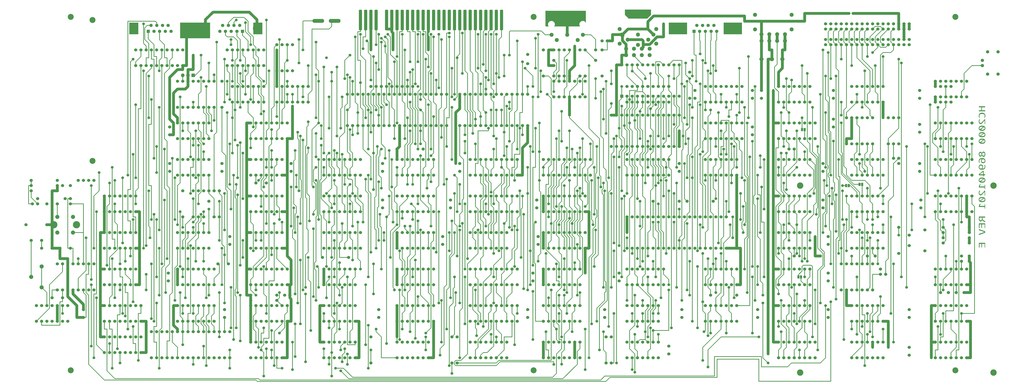
<source format=gbl>
%TF.GenerationSoftware,KiCad,Pcbnew,7.0.1-0*%
%TF.CreationDate,2023-07-16T16:39:20+03:00*%
%TF.ProjectId,HC2000,48433230-3030-42e6-9b69-6361645f7063,rev?*%
%TF.SameCoordinates,Original*%
%TF.FileFunction,Copper,L2,Bot*%
%TF.FilePolarity,Positive*%
%FSLAX46Y46*%
G04 Gerber Fmt 4.6, Leading zero omitted, Abs format (unit mm)*
G04 Created by KiCad (PCBNEW 7.0.1-0) date 2023-07-16 16:39:20*
%MOMM*%
%LPD*%
G01*
G04 APERTURE LIST*
G04 Aperture macros list*
%AMRoundRect*
0 Rectangle with rounded corners*
0 $1 Rounding radius*
0 $2 $3 $4 $5 $6 $7 $8 $9 X,Y pos of 4 corners*
0 Add a 4 corners polygon primitive as box body*
4,1,4,$2,$3,$4,$5,$6,$7,$8,$9,$2,$3,0*
0 Add four circle primitives for the rounded corners*
1,1,$1+$1,$2,$3*
1,1,$1+$1,$4,$5*
1,1,$1+$1,$6,$7*
1,1,$1+$1,$8,$9*
0 Add four rect primitives between the rounded corners*
20,1,$1+$1,$2,$3,$4,$5,0*
20,1,$1+$1,$4,$5,$6,$7,0*
20,1,$1+$1,$6,$7,$8,$9,0*
20,1,$1+$1,$8,$9,$2,$3,0*%
G04 Aperture macros list end*
%ADD10C,0.375000*%
%TA.AperFunction,NonConductor*%
%ADD11C,0.375000*%
%TD*%
%TA.AperFunction,ComponentPad*%
%ADD12C,1.524000*%
%TD*%
%TA.AperFunction,ComponentPad*%
%ADD13C,1.948180*%
%TD*%
%TA.AperFunction,SMDPad,CuDef*%
%ADD14RoundRect,0.381000X-0.381000X-4.619000X0.381000X-4.619000X0.381000X4.619000X-0.381000X4.619000X0*%
%TD*%
%TA.AperFunction,ComponentPad*%
%ADD15R,1.800000X1.800000*%
%TD*%
%TA.AperFunction,ComponentPad*%
%ADD16O,1.800000X1.800000*%
%TD*%
%TA.AperFunction,ComponentPad*%
%ADD17C,4.000000*%
%TD*%
%TA.AperFunction,ComponentPad*%
%ADD18R,1.600000X1.600000*%
%TD*%
%TA.AperFunction,ComponentPad*%
%ADD19C,1.600000*%
%TD*%
%TA.AperFunction,ComponentPad*%
%ADD20C,2.000000*%
%TD*%
%TA.AperFunction,ComponentPad*%
%ADD21R,1.524000X1.524000*%
%TD*%
%TA.AperFunction,ComponentPad*%
%ADD22R,1.948180X1.948180*%
%TD*%
%TA.AperFunction,SMDPad,CuDef*%
%ADD23R,1.000000X1.500000*%
%TD*%
%TA.AperFunction,ComponentPad*%
%ADD24O,5.715000X1.905000*%
%TD*%
%TA.AperFunction,ComponentPad*%
%ADD25C,3.500000*%
%TD*%
%TA.AperFunction,ViaPad*%
%ADD26C,2.900000*%
%TD*%
%TA.AperFunction,ViaPad*%
%ADD27C,3.100000*%
%TD*%
%TA.AperFunction,ViaPad*%
%ADD28C,1.333500*%
%TD*%
%TA.AperFunction,ViaPad*%
%ADD29C,2.000000*%
%TD*%
%TA.AperFunction,Conductor*%
%ADD30C,1.333500*%
%TD*%
%TA.AperFunction,Conductor*%
%ADD31C,0.300000*%
%TD*%
%TA.AperFunction,Conductor*%
%ADD32C,0.825500*%
%TD*%
G04 APERTURE END LIST*
D10*
D11*
G36*
X565379954Y-147485305D02*
G01*
X565379954Y-148008290D01*
X566599214Y-148008290D01*
X566599214Y-149433447D01*
X565379954Y-149433447D01*
X565379954Y-149956432D01*
X568475000Y-149956432D01*
X568475000Y-149433447D01*
X566927477Y-149433447D01*
X566927477Y-148008290D01*
X568475000Y-148008290D01*
X568475000Y-147485305D01*
X565379954Y-147485305D01*
G37*
G36*
X568287421Y-153054958D02*
G01*
X568308888Y-153017603D01*
X568329324Y-152980072D01*
X568348730Y-152942363D01*
X568367105Y-152904477D01*
X568384450Y-152866414D01*
X568400765Y-152828173D01*
X568416049Y-152789756D01*
X568430303Y-152751162D01*
X568443527Y-152712390D01*
X568455720Y-152673442D01*
X568463276Y-152647378D01*
X568473752Y-152608161D01*
X568483197Y-152568477D01*
X568491612Y-152528326D01*
X568498996Y-152487709D01*
X568505350Y-152446624D01*
X568510674Y-152405073D01*
X568514968Y-152363055D01*
X568518230Y-152320569D01*
X568520463Y-152277617D01*
X568521665Y-152234198D01*
X568521894Y-152204993D01*
X568521486Y-152159119D01*
X568520263Y-152113892D01*
X568518223Y-152069310D01*
X568515368Y-152025374D01*
X568511697Y-151982084D01*
X568507211Y-151939440D01*
X568501909Y-151897441D01*
X568495791Y-151856088D01*
X568488857Y-151815381D01*
X568481107Y-151775320D01*
X568472542Y-151735904D01*
X568463161Y-151697135D01*
X568452965Y-151659011D01*
X568441952Y-151621533D01*
X568430124Y-151584700D01*
X568417480Y-151548514D01*
X568404021Y-151512973D01*
X568389745Y-151478078D01*
X568374654Y-151443829D01*
X568358748Y-151410226D01*
X568342025Y-151377268D01*
X568324487Y-151344956D01*
X568306133Y-151313290D01*
X568286963Y-151282270D01*
X568266978Y-151251896D01*
X568246176Y-151222167D01*
X568224559Y-151193084D01*
X568202127Y-151164647D01*
X568178878Y-151136856D01*
X568154814Y-151109710D01*
X568129934Y-151083211D01*
X568104239Y-151057357D01*
X568077758Y-151032225D01*
X568050615Y-151007890D01*
X568022809Y-150984354D01*
X567994341Y-150961615D01*
X567965210Y-150939675D01*
X567935416Y-150918532D01*
X567904960Y-150898187D01*
X567873842Y-150878640D01*
X567842060Y-150859890D01*
X567809616Y-150841939D01*
X567776510Y-150824785D01*
X567742740Y-150808429D01*
X567708309Y-150792871D01*
X567673214Y-150778111D01*
X567637457Y-150764149D01*
X567601038Y-150750985D01*
X567563955Y-150738618D01*
X567526210Y-150727049D01*
X567487803Y-150716278D01*
X567448733Y-150706305D01*
X567409000Y-150697130D01*
X567368605Y-150688753D01*
X567327547Y-150681173D01*
X567285827Y-150674392D01*
X567243444Y-150668408D01*
X567200398Y-150663222D01*
X567156690Y-150658834D01*
X567112319Y-150655243D01*
X567067286Y-150652451D01*
X567021590Y-150650456D01*
X566975231Y-150649260D01*
X566928210Y-150648861D01*
X566881457Y-150649261D01*
X566835353Y-150650463D01*
X566789900Y-150652467D01*
X566745096Y-150655272D01*
X566700942Y-150658878D01*
X566657438Y-150663286D01*
X566614583Y-150668495D01*
X566572378Y-150674506D01*
X566530823Y-150681318D01*
X566489918Y-150688932D01*
X566449662Y-150697347D01*
X566410056Y-150706563D01*
X566371100Y-150716581D01*
X566332793Y-150727400D01*
X566295136Y-150739021D01*
X566258129Y-150751443D01*
X566221772Y-150764666D01*
X566186064Y-150778691D01*
X566151006Y-150793517D01*
X566116598Y-150809145D01*
X566082840Y-150825574D01*
X566049731Y-150842805D01*
X566017272Y-150860837D01*
X565985463Y-150879670D01*
X565954303Y-150899305D01*
X565923793Y-150919741D01*
X565893933Y-150940979D01*
X565864723Y-150963018D01*
X565836162Y-150985858D01*
X565808251Y-151009500D01*
X565780990Y-151033944D01*
X565754378Y-151059189D01*
X565728457Y-151085207D01*
X565703359Y-151111857D01*
X565679084Y-151139138D01*
X565655632Y-151167051D01*
X565633002Y-151195596D01*
X565611196Y-151224772D01*
X565590212Y-151254579D01*
X565570051Y-151285018D01*
X565550714Y-151316088D01*
X565532199Y-151347790D01*
X565514506Y-151380123D01*
X565497637Y-151413088D01*
X565481591Y-151446684D01*
X565466367Y-151480912D01*
X565451967Y-151515771D01*
X565438389Y-151551262D01*
X565425634Y-151587384D01*
X565413703Y-151624137D01*
X565402594Y-151661522D01*
X565392307Y-151699539D01*
X565382844Y-151738187D01*
X565374204Y-151777466D01*
X565366386Y-151817377D01*
X565359392Y-151857920D01*
X565353220Y-151899094D01*
X565347872Y-151940899D01*
X565343346Y-151983336D01*
X565339643Y-152026405D01*
X565336763Y-152070104D01*
X565334705Y-152114436D01*
X565333471Y-152159399D01*
X565333060Y-152204993D01*
X565333575Y-152248723D01*
X565335120Y-152291986D01*
X565337696Y-152334783D01*
X565341303Y-152377112D01*
X565345940Y-152418975D01*
X565351607Y-152460371D01*
X565358304Y-152501300D01*
X565366032Y-152541762D01*
X565374791Y-152581757D01*
X565384579Y-152621285D01*
X565391678Y-152647378D01*
X565403184Y-152686444D01*
X565415720Y-152725334D01*
X565429287Y-152764046D01*
X565443885Y-152802582D01*
X565459512Y-152840940D01*
X565476171Y-152879121D01*
X565493859Y-152917125D01*
X565512578Y-152954952D01*
X565532327Y-152992602D01*
X565553107Y-153030075D01*
X565567533Y-153054958D01*
X565989584Y-153054958D01*
X565960173Y-153018988D01*
X565932114Y-152982519D01*
X565905407Y-152945550D01*
X565880053Y-152908083D01*
X565856051Y-152870117D01*
X565833401Y-152831651D01*
X565812104Y-152792686D01*
X565792160Y-152753223D01*
X565773567Y-152713260D01*
X565756328Y-152672798D01*
X565745586Y-152645546D01*
X565730527Y-152604477D01*
X565716949Y-152563361D01*
X565704853Y-152522196D01*
X565694237Y-152480982D01*
X565685103Y-152439721D01*
X565677451Y-152398411D01*
X565671279Y-152357053D01*
X565666588Y-152315646D01*
X565663379Y-152274191D01*
X565661651Y-152232688D01*
X565661322Y-152204993D01*
X565662553Y-152142450D01*
X565666245Y-152081903D01*
X565672399Y-152023353D01*
X565681014Y-151966799D01*
X565692091Y-151912241D01*
X565705629Y-151859680D01*
X565721629Y-151809115D01*
X565740090Y-151760547D01*
X565761013Y-151713975D01*
X565784397Y-151669400D01*
X565810243Y-151626821D01*
X565838551Y-151586238D01*
X565869319Y-151547652D01*
X565902550Y-151511062D01*
X565938242Y-151476468D01*
X565976395Y-151443871D01*
X566017036Y-151413371D01*
X566060190Y-151384838D01*
X566105856Y-151358273D01*
X566154036Y-151333676D01*
X566204729Y-151311046D01*
X566257935Y-151290384D01*
X566313654Y-151271691D01*
X566342455Y-151263082D01*
X566371885Y-151254964D01*
X566401944Y-151247339D01*
X566432630Y-151240206D01*
X566463945Y-151233565D01*
X566495888Y-151227416D01*
X566528460Y-151221758D01*
X566561659Y-151216593D01*
X566595487Y-151211919D01*
X566629943Y-151207738D01*
X566665028Y-151204048D01*
X566700740Y-151200851D01*
X566737081Y-151198145D01*
X566774050Y-151195931D01*
X566811648Y-151194209D01*
X566849873Y-151192980D01*
X566888727Y-151192242D01*
X566928210Y-151191996D01*
X566967602Y-151192242D01*
X567006368Y-151192980D01*
X567044509Y-151194209D01*
X567082025Y-151195931D01*
X567118916Y-151198145D01*
X567155181Y-151200851D01*
X567190820Y-151204048D01*
X567225835Y-151207738D01*
X567260224Y-151211919D01*
X567293987Y-151216593D01*
X567327125Y-151221758D01*
X567359638Y-151227416D01*
X567391525Y-151233565D01*
X567422787Y-151240206D01*
X567453423Y-151247339D01*
X567483435Y-151254964D01*
X567512820Y-151263082D01*
X567541581Y-151271691D01*
X567597225Y-151290384D01*
X567650368Y-151311046D01*
X567701009Y-151333676D01*
X567749149Y-151358273D01*
X567794787Y-151384838D01*
X567837924Y-151413371D01*
X567878558Y-151443871D01*
X567916712Y-151476468D01*
X567952404Y-151511062D01*
X567985634Y-151547652D01*
X568016403Y-151586238D01*
X568044710Y-151626821D01*
X568070556Y-151669400D01*
X568093941Y-151713975D01*
X568114863Y-151760547D01*
X568133325Y-151809115D01*
X568149325Y-151859680D01*
X568162863Y-151912241D01*
X568173940Y-151966799D01*
X568182555Y-152023353D01*
X568188709Y-152081903D01*
X568192401Y-152142450D01*
X568193632Y-152204993D01*
X568192898Y-152247338D01*
X568190695Y-152289539D01*
X568187024Y-152331595D01*
X568181885Y-152373506D01*
X568175278Y-152415272D01*
X568167202Y-152456893D01*
X568157658Y-152498370D01*
X568146646Y-152539701D01*
X568134165Y-152580887D01*
X568120216Y-152621929D01*
X568110101Y-152649210D01*
X568093631Y-152689816D01*
X568075823Y-152729892D01*
X568056674Y-152769436D01*
X568036187Y-152808449D01*
X568014359Y-152846931D01*
X567991193Y-152884881D01*
X567966686Y-152922300D01*
X567940840Y-152959188D01*
X567913655Y-152995544D01*
X567885130Y-153031370D01*
X567865369Y-153054958D01*
X568287421Y-153054958D01*
G37*
G36*
X568146737Y-154409590D02*
G01*
X568146737Y-156176382D01*
X568475000Y-156176382D01*
X568475000Y-153840809D01*
X568146737Y-153840809D01*
X568120911Y-153870801D01*
X568095274Y-153900555D01*
X568069826Y-153930070D01*
X568044567Y-153959348D01*
X568019497Y-153988388D01*
X567994616Y-154017190D01*
X567969923Y-154045754D01*
X567945420Y-154074080D01*
X567921105Y-154102169D01*
X567896980Y-154130019D01*
X567873043Y-154157631D01*
X567849295Y-154185006D01*
X567825736Y-154212142D01*
X567802366Y-154239041D01*
X567779185Y-154265702D01*
X567756193Y-154292124D01*
X567733389Y-154318309D01*
X567710775Y-154344256D01*
X567688350Y-154369965D01*
X567666113Y-154395436D01*
X567644065Y-154420669D01*
X567622207Y-154445665D01*
X567600537Y-154470422D01*
X567557764Y-154519223D01*
X567515746Y-154567072D01*
X567474484Y-154613969D01*
X567433978Y-154659915D01*
X567414009Y-154682531D01*
X567374988Y-154726763D01*
X567337427Y-154769242D01*
X567301326Y-154809968D01*
X567266684Y-154848941D01*
X567233503Y-154886160D01*
X567201781Y-154921627D01*
X567171518Y-154955340D01*
X567142716Y-154987300D01*
X567115373Y-155017508D01*
X567089490Y-155045962D01*
X567065067Y-155072663D01*
X567042103Y-155097610D01*
X567010395Y-155131745D01*
X566981971Y-155161935D01*
X566964846Y-155179871D01*
X566933170Y-155211387D01*
X566902255Y-155241595D01*
X566872101Y-155270492D01*
X566842709Y-155298080D01*
X566814078Y-155324359D01*
X566786209Y-155349328D01*
X566759101Y-155372988D01*
X566732754Y-155395339D01*
X566707169Y-155416380D01*
X566682345Y-155436111D01*
X566646536Y-155463253D01*
X566612441Y-155487449D01*
X566580058Y-155508698D01*
X566549389Y-155527001D01*
X566519512Y-155543205D01*
X566489506Y-155557816D01*
X566459371Y-155570833D01*
X566429107Y-155582256D01*
X566398714Y-155592085D01*
X566368193Y-155600320D01*
X566337543Y-155606961D01*
X566306764Y-155612009D01*
X566275856Y-155615462D01*
X566244820Y-155617322D01*
X566224057Y-155617676D01*
X566191531Y-155616935D01*
X566159898Y-155614714D01*
X566129158Y-155611011D01*
X566099310Y-155605826D01*
X566070356Y-155599161D01*
X566028599Y-155586386D01*
X565988852Y-155570278D01*
X565951113Y-155550837D01*
X565915384Y-155528063D01*
X565881664Y-155501957D01*
X565849954Y-155472518D01*
X565820252Y-155439747D01*
X565810799Y-155428083D01*
X565784085Y-155391466D01*
X565760000Y-155352370D01*
X565738542Y-155310794D01*
X565719711Y-155266739D01*
X565703508Y-155220205D01*
X565689933Y-155171191D01*
X565678985Y-155119698D01*
X565670664Y-155065725D01*
X565666577Y-155028366D01*
X565663657Y-154989905D01*
X565661906Y-154950342D01*
X565661322Y-154909677D01*
X565661940Y-154865504D01*
X565663795Y-154820912D01*
X565666886Y-154775902D01*
X565671214Y-154730473D01*
X565676778Y-154684626D01*
X565683579Y-154638360D01*
X565691616Y-154591675D01*
X565700889Y-154544572D01*
X565711399Y-154497050D01*
X565723146Y-154449110D01*
X565731664Y-154416917D01*
X565745347Y-154368386D01*
X565760292Y-154319308D01*
X565776499Y-154269683D01*
X565793969Y-154219510D01*
X565806316Y-154185757D01*
X565819225Y-154151761D01*
X565832695Y-154117522D01*
X565846725Y-154083039D01*
X565861317Y-154048313D01*
X565876469Y-154013344D01*
X565892183Y-153978131D01*
X565908457Y-153942676D01*
X565925293Y-153906977D01*
X565942690Y-153871034D01*
X565520638Y-153871034D01*
X565503596Y-153920748D01*
X565487365Y-153970285D01*
X565471945Y-154019645D01*
X565457337Y-154068828D01*
X565443541Y-154117834D01*
X565430555Y-154166662D01*
X565418382Y-154215314D01*
X565407019Y-154263788D01*
X565396468Y-154312086D01*
X565386729Y-154360206D01*
X565380687Y-154392188D01*
X565372175Y-154440216D01*
X565364501Y-154488133D01*
X565357664Y-154535936D01*
X565351664Y-154583627D01*
X565346501Y-154631205D01*
X565342176Y-154678671D01*
X565338687Y-154726024D01*
X565336036Y-154773264D01*
X565334222Y-154820391D01*
X565333246Y-154867406D01*
X565333060Y-154898686D01*
X565334010Y-154968349D01*
X565336861Y-155036287D01*
X565341612Y-155102501D01*
X565348264Y-155166991D01*
X565356816Y-155229756D01*
X565367269Y-155290796D01*
X565379622Y-155350112D01*
X565393876Y-155407703D01*
X565410030Y-155463570D01*
X565428085Y-155517713D01*
X565448041Y-155570131D01*
X565469897Y-155620824D01*
X565493653Y-155669793D01*
X565519310Y-155717038D01*
X565546867Y-155762558D01*
X565576325Y-155806354D01*
X565607232Y-155848056D01*
X565639317Y-155887068D01*
X565672582Y-155923390D01*
X565707026Y-155957021D01*
X565742649Y-155987962D01*
X565779451Y-156016212D01*
X565817433Y-156041771D01*
X565856594Y-156064640D01*
X565896934Y-156084819D01*
X565938454Y-156102307D01*
X565981152Y-156117105D01*
X566025030Y-156129212D01*
X566070087Y-156138629D01*
X566116323Y-156145355D01*
X566163739Y-156149391D01*
X566212334Y-156150736D01*
X566249847Y-156149730D01*
X566287373Y-156146711D01*
X566324911Y-156141680D01*
X566362463Y-156134636D01*
X566400027Y-156125580D01*
X566437605Y-156114511D01*
X566475195Y-156101430D01*
X566512798Y-156086336D01*
X566550414Y-156069230D01*
X566588043Y-156050111D01*
X566613136Y-156036247D01*
X566651010Y-156013525D01*
X566689618Y-155988291D01*
X566715764Y-155970073D01*
X566742237Y-155950738D01*
X566769036Y-155930288D01*
X566796161Y-155908721D01*
X566823613Y-155886038D01*
X566851390Y-155862238D01*
X566879495Y-155837323D01*
X566907925Y-155811291D01*
X566936682Y-155784143D01*
X566965765Y-155755878D01*
X566995174Y-155726498D01*
X567024910Y-155696001D01*
X567054972Y-155664387D01*
X567081178Y-155636111D01*
X567109239Y-155605547D01*
X567139155Y-155572698D01*
X567170926Y-155537562D01*
X567193137Y-155512869D01*
X567216172Y-155487159D01*
X567240031Y-155460433D01*
X567264715Y-155432691D01*
X567290223Y-155403933D01*
X567316556Y-155374158D01*
X567343712Y-155343368D01*
X567371693Y-155311561D01*
X567400499Y-155278739D01*
X567430129Y-155244900D01*
X567461006Y-155209545D01*
X567493739Y-155171942D01*
X567528326Y-155132093D01*
X567564767Y-155089997D01*
X567603064Y-155045654D01*
X567643215Y-154999064D01*
X567685221Y-154950228D01*
X567706920Y-154924967D01*
X567729082Y-154899144D01*
X567751708Y-154872760D01*
X567774797Y-154845814D01*
X567798350Y-154818306D01*
X567822367Y-154790237D01*
X567846848Y-154761605D01*
X567871792Y-154732413D01*
X567897200Y-154702658D01*
X567923072Y-154672342D01*
X567949407Y-154641464D01*
X567976206Y-154610024D01*
X568003469Y-154578023D01*
X568031195Y-154545459D01*
X568059385Y-154512335D01*
X568088039Y-154478648D01*
X568117156Y-154444400D01*
X568146737Y-154409590D01*
G37*
G36*
X566976422Y-156949717D02*
G01*
X567024612Y-156950637D01*
X567072048Y-156952171D01*
X567118730Y-156954319D01*
X567164658Y-156957080D01*
X567209832Y-156960455D01*
X567254252Y-156964443D01*
X567297917Y-156969045D01*
X567340828Y-156974260D01*
X567382985Y-156980090D01*
X567424388Y-156986532D01*
X567465036Y-156993589D01*
X567504931Y-157001258D01*
X567544071Y-157009542D01*
X567582457Y-157018439D01*
X567620088Y-157027949D01*
X567656966Y-157038074D01*
X567693089Y-157048811D01*
X567728459Y-157060163D01*
X567763074Y-157072128D01*
X567796934Y-157084706D01*
X567830041Y-157097899D01*
X567862393Y-157111704D01*
X567893992Y-157126124D01*
X567924836Y-157141157D01*
X567954925Y-157156803D01*
X567984261Y-157173063D01*
X568012842Y-157189937D01*
X568040670Y-157207424D01*
X568067743Y-157225525D01*
X568094062Y-157244239D01*
X568119626Y-157263567D01*
X568144375Y-157283497D01*
X568191516Y-157325129D01*
X568235514Y-157369121D01*
X568276369Y-157415475D01*
X568314082Y-157464190D01*
X568348652Y-157515266D01*
X568380079Y-157568703D01*
X568408363Y-157624502D01*
X568433505Y-157682663D01*
X568455504Y-157743184D01*
X568474361Y-157806067D01*
X568490074Y-157871312D01*
X568502645Y-157938917D01*
X568512073Y-158008884D01*
X568518359Y-158081213D01*
X568520323Y-158118262D01*
X568521501Y-158155902D01*
X568521894Y-158194133D01*
X568521501Y-158232308D01*
X568520323Y-158269896D01*
X568518359Y-158306897D01*
X568512073Y-158379140D01*
X568502645Y-158449035D01*
X568490074Y-158516583D01*
X568474361Y-158581785D01*
X568455504Y-158644639D01*
X568433505Y-158705147D01*
X568408363Y-158763307D01*
X568380079Y-158819120D01*
X568348652Y-158872586D01*
X568314082Y-158923706D01*
X568276369Y-158972478D01*
X568235514Y-159018903D01*
X568191516Y-159062981D01*
X568144375Y-159104713D01*
X568119626Y-159124698D01*
X568094062Y-159144139D01*
X568067743Y-159162962D01*
X568040670Y-159181169D01*
X568012842Y-159198758D01*
X567984261Y-159215730D01*
X567954925Y-159232085D01*
X567924836Y-159247823D01*
X567893992Y-159262943D01*
X567862393Y-159277447D01*
X567830041Y-159291333D01*
X567796934Y-159304602D01*
X567763074Y-159317254D01*
X567728459Y-159329289D01*
X567693089Y-159340706D01*
X567656966Y-159351507D01*
X567620088Y-159361690D01*
X567582457Y-159371256D01*
X567544071Y-159380205D01*
X567504931Y-159388537D01*
X567465036Y-159396251D01*
X567424388Y-159403349D01*
X567382985Y-159409829D01*
X567340828Y-159415692D01*
X567297917Y-159420938D01*
X567254252Y-159425567D01*
X567209832Y-159429578D01*
X567164658Y-159432973D01*
X567118730Y-159435750D01*
X567072048Y-159437910D01*
X567024612Y-159439453D01*
X566976422Y-159440379D01*
X566927477Y-159440687D01*
X566878533Y-159440379D01*
X566830344Y-159439453D01*
X566782912Y-159437910D01*
X566736235Y-159435750D01*
X566690313Y-159432973D01*
X566645147Y-159429578D01*
X566600737Y-159425567D01*
X566557083Y-159420938D01*
X566514184Y-159415692D01*
X566472040Y-159409829D01*
X566430653Y-159403349D01*
X566390020Y-159396251D01*
X566350144Y-159388537D01*
X566311023Y-159380205D01*
X566272658Y-159371256D01*
X566235048Y-159361690D01*
X566198194Y-159351507D01*
X566162096Y-159340706D01*
X566126753Y-159329289D01*
X566092166Y-159317254D01*
X566058335Y-159304602D01*
X566025259Y-159291333D01*
X565992939Y-159277447D01*
X565961374Y-159262943D01*
X565930565Y-159247823D01*
X565900512Y-159232085D01*
X565871214Y-159215730D01*
X565842672Y-159198758D01*
X565814886Y-159181169D01*
X565787855Y-159162962D01*
X565761580Y-159144139D01*
X565736060Y-159124698D01*
X565711266Y-159104713D01*
X565664040Y-159062981D01*
X565619961Y-159018903D01*
X565579032Y-158972478D01*
X565541250Y-158923706D01*
X565506617Y-158872586D01*
X565502981Y-158866411D01*
X566317847Y-158866411D01*
X566352359Y-158872622D01*
X566387387Y-158878433D01*
X566422930Y-158883842D01*
X566458989Y-158888851D01*
X566495562Y-158893459D01*
X566532651Y-158897667D01*
X566570254Y-158901473D01*
X566608374Y-158904879D01*
X566647008Y-158907885D01*
X566686157Y-158910489D01*
X566725822Y-158912693D01*
X566766002Y-158914496D01*
X566806697Y-158915899D01*
X566847907Y-158916901D01*
X566889633Y-158917502D01*
X566931873Y-158917702D01*
X566971487Y-158917527D01*
X567010461Y-158917001D01*
X567048796Y-158916124D01*
X567086490Y-158914897D01*
X567123545Y-158913319D01*
X567159961Y-158911391D01*
X567195736Y-158909112D01*
X567230872Y-158906482D01*
X567265368Y-158903502D01*
X567299225Y-158900171D01*
X567332442Y-158896490D01*
X567365019Y-158892457D01*
X567396956Y-158888075D01*
X567428254Y-158883341D01*
X567458912Y-158878257D01*
X567488930Y-158872823D01*
X567547047Y-158860901D01*
X567602606Y-158847578D01*
X567655606Y-158832852D01*
X567706047Y-158816723D01*
X567753929Y-158799192D01*
X567799252Y-158780258D01*
X567842016Y-158759922D01*
X567882222Y-158738184D01*
X567919932Y-158715128D01*
X567955209Y-158690614D01*
X567988053Y-158664639D01*
X568018464Y-158637205D01*
X568046442Y-158608310D01*
X568071987Y-158577957D01*
X568095100Y-158546143D01*
X568115779Y-158512870D01*
X568134026Y-158478137D01*
X568149840Y-158441944D01*
X568163221Y-158404291D01*
X568174169Y-158365179D01*
X568182684Y-158324607D01*
X568188766Y-158282575D01*
X568192415Y-158239084D01*
X568193632Y-158194133D01*
X568192301Y-158149679D01*
X568188308Y-158106534D01*
X568181653Y-158064700D01*
X568172337Y-158024174D01*
X568160358Y-157984958D01*
X568145718Y-157947052D01*
X568128416Y-157910454D01*
X568108452Y-157875167D01*
X568085826Y-157841189D01*
X568060538Y-157808520D01*
X568032589Y-157777161D01*
X568001977Y-157747111D01*
X567968704Y-157718371D01*
X567932769Y-157690940D01*
X567894172Y-157664819D01*
X567852913Y-157640007D01*
X566317847Y-158866411D01*
X565502981Y-158866411D01*
X565475133Y-158819120D01*
X565446797Y-158763307D01*
X565421609Y-158705147D01*
X565399570Y-158644639D01*
X565380680Y-158581785D01*
X565364937Y-158516583D01*
X565352344Y-158449035D01*
X565342898Y-158379140D01*
X565336602Y-158306897D01*
X565334634Y-158269896D01*
X565333453Y-158232308D01*
X565333060Y-158194133D01*
X565661322Y-158194133D01*
X565662392Y-158235048D01*
X565665604Y-158274905D01*
X565670956Y-158313702D01*
X565678449Y-158351440D01*
X565688084Y-158388120D01*
X565699859Y-158423740D01*
X565713775Y-158458301D01*
X565729832Y-158491804D01*
X565748030Y-158524247D01*
X565768369Y-158555631D01*
X565790849Y-158585956D01*
X565815470Y-158615223D01*
X565842231Y-158643430D01*
X565871134Y-158670578D01*
X565902178Y-158696667D01*
X565935362Y-158721697D01*
X567466765Y-157520938D01*
X567434929Y-157515060D01*
X567402800Y-157509561D01*
X567370380Y-157504441D01*
X567337667Y-157499701D01*
X567304663Y-157495339D01*
X567271367Y-157491357D01*
X567237779Y-157487755D01*
X567203899Y-157484531D01*
X567169727Y-157481687D01*
X567135263Y-157479222D01*
X567100507Y-157477136D01*
X567065459Y-157475429D01*
X567030119Y-157474102D01*
X566994487Y-157473154D01*
X566958563Y-157472585D01*
X566922348Y-157472395D01*
X566882735Y-157472570D01*
X566843763Y-157473093D01*
X566805432Y-157473965D01*
X566767742Y-157475186D01*
X566730693Y-157476756D01*
X566694286Y-157478674D01*
X566658520Y-157480942D01*
X566623394Y-157483558D01*
X566588910Y-157486523D01*
X566555068Y-157489837D01*
X566521866Y-157493500D01*
X566489305Y-157497511D01*
X566457386Y-157501872D01*
X566426107Y-157506581D01*
X566395470Y-157511639D01*
X566365474Y-157517046D01*
X566307405Y-157528906D01*
X566251901Y-157542162D01*
X566198961Y-157556813D01*
X566148586Y-157572859D01*
X566100776Y-157590301D01*
X566055530Y-157609138D01*
X566012848Y-157629370D01*
X565972732Y-157650998D01*
X565935022Y-157674157D01*
X565899745Y-157698754D01*
X565866901Y-157724789D01*
X565836490Y-157752263D01*
X565808512Y-157781175D01*
X565782966Y-157811525D01*
X565759854Y-157843314D01*
X565739174Y-157876541D01*
X565720928Y-157911206D01*
X565705114Y-157947309D01*
X565691733Y-157984851D01*
X565680785Y-158023831D01*
X565672270Y-158064249D01*
X565666188Y-158106105D01*
X565662538Y-158149400D01*
X565661322Y-158194133D01*
X565333060Y-158194133D01*
X565333453Y-158155902D01*
X565334634Y-158118262D01*
X565336602Y-158081213D01*
X565342898Y-158008884D01*
X565352344Y-157938917D01*
X565364937Y-157871312D01*
X565380680Y-157806067D01*
X565399570Y-157743184D01*
X565421609Y-157682663D01*
X565446797Y-157624502D01*
X565475133Y-157568703D01*
X565506617Y-157515266D01*
X565541250Y-157464190D01*
X565579032Y-157415475D01*
X565619961Y-157369121D01*
X565664040Y-157325129D01*
X565711266Y-157283497D01*
X565736060Y-157263567D01*
X565761580Y-157244239D01*
X565787855Y-157225525D01*
X565814886Y-157207424D01*
X565842672Y-157189937D01*
X565871214Y-157173063D01*
X565900512Y-157156803D01*
X565930565Y-157141157D01*
X565961374Y-157126124D01*
X565992939Y-157111704D01*
X566025259Y-157097899D01*
X566058335Y-157084706D01*
X566092166Y-157072128D01*
X566126753Y-157060163D01*
X566162096Y-157048811D01*
X566198194Y-157038074D01*
X566235048Y-157027949D01*
X566272658Y-157018439D01*
X566311023Y-157009542D01*
X566350144Y-157001258D01*
X566390020Y-156993589D01*
X566430653Y-156986532D01*
X566472040Y-156980090D01*
X566514184Y-156974260D01*
X566557083Y-156969045D01*
X566600737Y-156964443D01*
X566645147Y-156960455D01*
X566690313Y-156957080D01*
X566736235Y-156954319D01*
X566782912Y-156952171D01*
X566830344Y-156950637D01*
X566878533Y-156949717D01*
X566927477Y-156949410D01*
X566976422Y-156949717D01*
G37*
G36*
X566976422Y-160107777D02*
G01*
X567024612Y-160108697D01*
X567072048Y-160110231D01*
X567118730Y-160112379D01*
X567164658Y-160115140D01*
X567209832Y-160118515D01*
X567254252Y-160122503D01*
X567297917Y-160127105D01*
X567340828Y-160132320D01*
X567382985Y-160138150D01*
X567424388Y-160144592D01*
X567465036Y-160151649D01*
X567504931Y-160159318D01*
X567544071Y-160167602D01*
X567582457Y-160176499D01*
X567620088Y-160186009D01*
X567656966Y-160196134D01*
X567693089Y-160206872D01*
X567728459Y-160218223D01*
X567763074Y-160230188D01*
X567796934Y-160242766D01*
X567830041Y-160255959D01*
X567862393Y-160269764D01*
X567893992Y-160284184D01*
X567924836Y-160299217D01*
X567954925Y-160314863D01*
X567984261Y-160331123D01*
X568012842Y-160347997D01*
X568040670Y-160365484D01*
X568067743Y-160383585D01*
X568094062Y-160402299D01*
X568119626Y-160421628D01*
X568144375Y-160441558D01*
X568191516Y-160483189D01*
X568235514Y-160527181D01*
X568276369Y-160573535D01*
X568314082Y-160622250D01*
X568348652Y-160673326D01*
X568380079Y-160726764D01*
X568408363Y-160782563D01*
X568433505Y-160840723D01*
X568455504Y-160901244D01*
X568474361Y-160964127D01*
X568490074Y-161029372D01*
X568502645Y-161096977D01*
X568512073Y-161166944D01*
X568518359Y-161239273D01*
X568520323Y-161276322D01*
X568521501Y-161313962D01*
X568521894Y-161352193D01*
X568521501Y-161390368D01*
X568520323Y-161427956D01*
X568518359Y-161464957D01*
X568512073Y-161537200D01*
X568502645Y-161607095D01*
X568490074Y-161674643D01*
X568474361Y-161739845D01*
X568455504Y-161802699D01*
X568433505Y-161863207D01*
X568408363Y-161921367D01*
X568380079Y-161977180D01*
X568348652Y-162030646D01*
X568314082Y-162081766D01*
X568276369Y-162130538D01*
X568235514Y-162176963D01*
X568191516Y-162221041D01*
X568144375Y-162262773D01*
X568119626Y-162282758D01*
X568094062Y-162302199D01*
X568067743Y-162321022D01*
X568040670Y-162339229D01*
X568012842Y-162356818D01*
X567984261Y-162373790D01*
X567954925Y-162390145D01*
X567924836Y-162405883D01*
X567893992Y-162421003D01*
X567862393Y-162435507D01*
X567830041Y-162449393D01*
X567796934Y-162462662D01*
X567763074Y-162475314D01*
X567728459Y-162487349D01*
X567693089Y-162498766D01*
X567656966Y-162509567D01*
X567620088Y-162519750D01*
X567582457Y-162529316D01*
X567544071Y-162538265D01*
X567504931Y-162546597D01*
X567465036Y-162554311D01*
X567424388Y-162561409D01*
X567382985Y-162567889D01*
X567340828Y-162573752D01*
X567297917Y-162578998D01*
X567254252Y-162583627D01*
X567209832Y-162587638D01*
X567164658Y-162591033D01*
X567118730Y-162593810D01*
X567072048Y-162595970D01*
X567024612Y-162597513D01*
X566976422Y-162598439D01*
X566927477Y-162598747D01*
X566878533Y-162598439D01*
X566830344Y-162597513D01*
X566782912Y-162595970D01*
X566736235Y-162593810D01*
X566690313Y-162591033D01*
X566645147Y-162587638D01*
X566600737Y-162583627D01*
X566557083Y-162578998D01*
X566514184Y-162573752D01*
X566472040Y-162567889D01*
X566430653Y-162561409D01*
X566390020Y-162554311D01*
X566350144Y-162546597D01*
X566311023Y-162538265D01*
X566272658Y-162529316D01*
X566235048Y-162519750D01*
X566198194Y-162509567D01*
X566162096Y-162498766D01*
X566126753Y-162487349D01*
X566092166Y-162475314D01*
X566058335Y-162462662D01*
X566025259Y-162449393D01*
X565992939Y-162435507D01*
X565961374Y-162421003D01*
X565930565Y-162405883D01*
X565900512Y-162390145D01*
X565871214Y-162373790D01*
X565842672Y-162356818D01*
X565814886Y-162339229D01*
X565787855Y-162321022D01*
X565761580Y-162302199D01*
X565736060Y-162282758D01*
X565711266Y-162262773D01*
X565664040Y-162221041D01*
X565619961Y-162176963D01*
X565579032Y-162130538D01*
X565541250Y-162081766D01*
X565506617Y-162030646D01*
X565502981Y-162024471D01*
X566317847Y-162024471D01*
X566352359Y-162030682D01*
X566387387Y-162036493D01*
X566422930Y-162041902D01*
X566458989Y-162046911D01*
X566495562Y-162051519D01*
X566532651Y-162055727D01*
X566570254Y-162059533D01*
X566608374Y-162062939D01*
X566647008Y-162065945D01*
X566686157Y-162068549D01*
X566725822Y-162070753D01*
X566766002Y-162072557D01*
X566806697Y-162073959D01*
X566847907Y-162074961D01*
X566889633Y-162075562D01*
X566931873Y-162075762D01*
X566971487Y-162075587D01*
X567010461Y-162075061D01*
X567048796Y-162074184D01*
X567086490Y-162072957D01*
X567123545Y-162071379D01*
X567159961Y-162069451D01*
X567195736Y-162067172D01*
X567230872Y-162064542D01*
X567265368Y-162061562D01*
X567299225Y-162058231D01*
X567332442Y-162054550D01*
X567365019Y-162050517D01*
X567396956Y-162046135D01*
X567428254Y-162041401D01*
X567458912Y-162036317D01*
X567488930Y-162030883D01*
X567547047Y-162018961D01*
X567602606Y-162005638D01*
X567655606Y-161990912D01*
X567706047Y-161974783D01*
X567753929Y-161957252D01*
X567799252Y-161938318D01*
X567842016Y-161917982D01*
X567882222Y-161896244D01*
X567919932Y-161873189D01*
X567955209Y-161848674D01*
X567988053Y-161822699D01*
X568018464Y-161795265D01*
X568046442Y-161766370D01*
X568071987Y-161736017D01*
X568095100Y-161704203D01*
X568115779Y-161670930D01*
X568134026Y-161636197D01*
X568149840Y-161600004D01*
X568163221Y-161562351D01*
X568174169Y-161523239D01*
X568182684Y-161482667D01*
X568188766Y-161440635D01*
X568192415Y-161397144D01*
X568193632Y-161352193D01*
X568192301Y-161307739D01*
X568188308Y-161264594D01*
X568181653Y-161222760D01*
X568172337Y-161182234D01*
X568160358Y-161143018D01*
X568145718Y-161105112D01*
X568128416Y-161068514D01*
X568108452Y-161033227D01*
X568085826Y-160999249D01*
X568060538Y-160966580D01*
X568032589Y-160935221D01*
X568001977Y-160905171D01*
X567968704Y-160876431D01*
X567932769Y-160849000D01*
X567894172Y-160822879D01*
X567852913Y-160798067D01*
X566317847Y-162024471D01*
X565502981Y-162024471D01*
X565475133Y-161977180D01*
X565446797Y-161921367D01*
X565421609Y-161863207D01*
X565399570Y-161802699D01*
X565380680Y-161739845D01*
X565364937Y-161674643D01*
X565352344Y-161607095D01*
X565342898Y-161537200D01*
X565336602Y-161464957D01*
X565334634Y-161427956D01*
X565333453Y-161390368D01*
X565333060Y-161352193D01*
X565661322Y-161352193D01*
X565662392Y-161393108D01*
X565665604Y-161432965D01*
X565670956Y-161471762D01*
X565678449Y-161509500D01*
X565688084Y-161546180D01*
X565699859Y-161581800D01*
X565713775Y-161616361D01*
X565729832Y-161649864D01*
X565748030Y-161682307D01*
X565768369Y-161713691D01*
X565790849Y-161744016D01*
X565815470Y-161773283D01*
X565842231Y-161801490D01*
X565871134Y-161828638D01*
X565902178Y-161854727D01*
X565935362Y-161879757D01*
X567466765Y-160678998D01*
X567434929Y-160673120D01*
X567402800Y-160667621D01*
X567370380Y-160662501D01*
X567337667Y-160657761D01*
X567304663Y-160653399D01*
X567271367Y-160649417D01*
X567237779Y-160645815D01*
X567203899Y-160642591D01*
X567169727Y-160639747D01*
X567135263Y-160637282D01*
X567100507Y-160635196D01*
X567065459Y-160633489D01*
X567030119Y-160632162D01*
X566994487Y-160631214D01*
X566958563Y-160630645D01*
X566922348Y-160630455D01*
X566882735Y-160630630D01*
X566843763Y-160631153D01*
X566805432Y-160632025D01*
X566767742Y-160633246D01*
X566730693Y-160634816D01*
X566694286Y-160636734D01*
X566658520Y-160639002D01*
X566623394Y-160641618D01*
X566588910Y-160644583D01*
X566555068Y-160647897D01*
X566521866Y-160651560D01*
X566489305Y-160655571D01*
X566457386Y-160659932D01*
X566426107Y-160664641D01*
X566395470Y-160669699D01*
X566365474Y-160675106D01*
X566307405Y-160686966D01*
X566251901Y-160700222D01*
X566198961Y-160714873D01*
X566148586Y-160730919D01*
X566100776Y-160748361D01*
X566055530Y-160767198D01*
X566012848Y-160787430D01*
X565972732Y-160809058D01*
X565935022Y-160832217D01*
X565899745Y-160856814D01*
X565866901Y-160882849D01*
X565836490Y-160910323D01*
X565808512Y-160939235D01*
X565782966Y-160969585D01*
X565759854Y-161001374D01*
X565739174Y-161034601D01*
X565720928Y-161069266D01*
X565705114Y-161105369D01*
X565691733Y-161142911D01*
X565680785Y-161181891D01*
X565672270Y-161222309D01*
X565666188Y-161264165D01*
X565662538Y-161307460D01*
X565661322Y-161352193D01*
X565333060Y-161352193D01*
X565333453Y-161313962D01*
X565334634Y-161276322D01*
X565336602Y-161239273D01*
X565342898Y-161166944D01*
X565352344Y-161096977D01*
X565364937Y-161029372D01*
X565380680Y-160964127D01*
X565399570Y-160901244D01*
X565421609Y-160840723D01*
X565446797Y-160782563D01*
X565475133Y-160726764D01*
X565506617Y-160673326D01*
X565541250Y-160622250D01*
X565579032Y-160573535D01*
X565619961Y-160527181D01*
X565664040Y-160483189D01*
X565711266Y-160441558D01*
X565736060Y-160421628D01*
X565761580Y-160402299D01*
X565787855Y-160383585D01*
X565814886Y-160365484D01*
X565842672Y-160347997D01*
X565871214Y-160331123D01*
X565900512Y-160314863D01*
X565930565Y-160299217D01*
X565961374Y-160284184D01*
X565992939Y-160269764D01*
X566025259Y-160255959D01*
X566058335Y-160242766D01*
X566092166Y-160230188D01*
X566126753Y-160218223D01*
X566162096Y-160206872D01*
X566198194Y-160196134D01*
X566235048Y-160186009D01*
X566272658Y-160176499D01*
X566311023Y-160167602D01*
X566350144Y-160159318D01*
X566390020Y-160151649D01*
X566430653Y-160144592D01*
X566472040Y-160138150D01*
X566514184Y-160132320D01*
X566557083Y-160127105D01*
X566600737Y-160122503D01*
X566645147Y-160118515D01*
X566690313Y-160115140D01*
X566736235Y-160112379D01*
X566782912Y-160110231D01*
X566830344Y-160108697D01*
X566878533Y-160107777D01*
X566927477Y-160107470D01*
X566976422Y-160107777D01*
G37*
G36*
X566976422Y-163265837D02*
G01*
X567024612Y-163266757D01*
X567072048Y-163268291D01*
X567118730Y-163270439D01*
X567164658Y-163273200D01*
X567209832Y-163276575D01*
X567254252Y-163280563D01*
X567297917Y-163285165D01*
X567340828Y-163290381D01*
X567382985Y-163296210D01*
X567424388Y-163302652D01*
X567465036Y-163309709D01*
X567504931Y-163317378D01*
X567544071Y-163325662D01*
X567582457Y-163334559D01*
X567620088Y-163344070D01*
X567656966Y-163354194D01*
X567693089Y-163364932D01*
X567728459Y-163376283D01*
X567763074Y-163388248D01*
X567796934Y-163400826D01*
X567830041Y-163414019D01*
X567862393Y-163427824D01*
X567893992Y-163442244D01*
X567924836Y-163457277D01*
X567954925Y-163472923D01*
X567984261Y-163489183D01*
X568012842Y-163506057D01*
X568040670Y-163523544D01*
X568067743Y-163541645D01*
X568094062Y-163560359D01*
X568119626Y-163579688D01*
X568144375Y-163599618D01*
X568191516Y-163641249D01*
X568235514Y-163685241D01*
X568276369Y-163731595D01*
X568314082Y-163780310D01*
X568348652Y-163831386D01*
X568380079Y-163884824D01*
X568408363Y-163940623D01*
X568433505Y-163998783D01*
X568455504Y-164059305D01*
X568474361Y-164122188D01*
X568490074Y-164187432D01*
X568502645Y-164255037D01*
X568512073Y-164325004D01*
X568518359Y-164397333D01*
X568520323Y-164434382D01*
X568521501Y-164472022D01*
X568521894Y-164510253D01*
X568521501Y-164548428D01*
X568520323Y-164586016D01*
X568518359Y-164623017D01*
X568512073Y-164695260D01*
X568502645Y-164765155D01*
X568490074Y-164832703D01*
X568474361Y-164897905D01*
X568455504Y-164960759D01*
X568433505Y-165021267D01*
X568408363Y-165079427D01*
X568380079Y-165135240D01*
X568348652Y-165188706D01*
X568314082Y-165239826D01*
X568276369Y-165288598D01*
X568235514Y-165335023D01*
X568191516Y-165379101D01*
X568144375Y-165420833D01*
X568119626Y-165440818D01*
X568094062Y-165460259D01*
X568067743Y-165479082D01*
X568040670Y-165497289D01*
X568012842Y-165514878D01*
X567984261Y-165531850D01*
X567954925Y-165548205D01*
X567924836Y-165563943D01*
X567893992Y-165579063D01*
X567862393Y-165593567D01*
X567830041Y-165607453D01*
X567796934Y-165620722D01*
X567763074Y-165633374D01*
X567728459Y-165645409D01*
X567693089Y-165656826D01*
X567656966Y-165667627D01*
X567620088Y-165677810D01*
X567582457Y-165687376D01*
X567544071Y-165696325D01*
X567504931Y-165704657D01*
X567465036Y-165712371D01*
X567424388Y-165719469D01*
X567382985Y-165725949D01*
X567340828Y-165731812D01*
X567297917Y-165737058D01*
X567254252Y-165741687D01*
X567209832Y-165745698D01*
X567164658Y-165749093D01*
X567118730Y-165751870D01*
X567072048Y-165754030D01*
X567024612Y-165755573D01*
X566976422Y-165756499D01*
X566927477Y-165756807D01*
X566878533Y-165756499D01*
X566830344Y-165755573D01*
X566782912Y-165754030D01*
X566736235Y-165751870D01*
X566690313Y-165749093D01*
X566645147Y-165745698D01*
X566600737Y-165741687D01*
X566557083Y-165737058D01*
X566514184Y-165731812D01*
X566472040Y-165725949D01*
X566430653Y-165719469D01*
X566390020Y-165712371D01*
X566350144Y-165704657D01*
X566311023Y-165696325D01*
X566272658Y-165687376D01*
X566235048Y-165677810D01*
X566198194Y-165667627D01*
X566162096Y-165656826D01*
X566126753Y-165645409D01*
X566092166Y-165633374D01*
X566058335Y-165620722D01*
X566025259Y-165607453D01*
X565992939Y-165593567D01*
X565961374Y-165579063D01*
X565930565Y-165563943D01*
X565900512Y-165548205D01*
X565871214Y-165531850D01*
X565842672Y-165514878D01*
X565814886Y-165497289D01*
X565787855Y-165479082D01*
X565761580Y-165460259D01*
X565736060Y-165440818D01*
X565711266Y-165420833D01*
X565664040Y-165379101D01*
X565619961Y-165335023D01*
X565579032Y-165288598D01*
X565541250Y-165239826D01*
X565506617Y-165188706D01*
X565502981Y-165182531D01*
X566317847Y-165182531D01*
X566352359Y-165188742D01*
X566387387Y-165194553D01*
X566422930Y-165199962D01*
X566458989Y-165204971D01*
X566495562Y-165209579D01*
X566532651Y-165213787D01*
X566570254Y-165217593D01*
X566608374Y-165220999D01*
X566647008Y-165224005D01*
X566686157Y-165226609D01*
X566725822Y-165228813D01*
X566766002Y-165230617D01*
X566806697Y-165232019D01*
X566847907Y-165233021D01*
X566889633Y-165233622D01*
X566931873Y-165233822D01*
X566971487Y-165233647D01*
X567010461Y-165233121D01*
X567048796Y-165232244D01*
X567086490Y-165231017D01*
X567123545Y-165229439D01*
X567159961Y-165227511D01*
X567195736Y-165225232D01*
X567230872Y-165222602D01*
X567265368Y-165219622D01*
X567299225Y-165216291D01*
X567332442Y-165212610D01*
X567365019Y-165208577D01*
X567396956Y-165204195D01*
X567428254Y-165199461D01*
X567458912Y-165194377D01*
X567488930Y-165188943D01*
X567547047Y-165177021D01*
X567602606Y-165163698D01*
X567655606Y-165148972D01*
X567706047Y-165132843D01*
X567753929Y-165115312D01*
X567799252Y-165096378D01*
X567842016Y-165076042D01*
X567882222Y-165054304D01*
X567919932Y-165031249D01*
X567955209Y-165006734D01*
X567988053Y-164980759D01*
X568018464Y-164953325D01*
X568046442Y-164924430D01*
X568071987Y-164894077D01*
X568095100Y-164862263D01*
X568115779Y-164828990D01*
X568134026Y-164794257D01*
X568149840Y-164758064D01*
X568163221Y-164720411D01*
X568174169Y-164681299D01*
X568182684Y-164640727D01*
X568188766Y-164598695D01*
X568192415Y-164555204D01*
X568193632Y-164510253D01*
X568192301Y-164465799D01*
X568188308Y-164422655D01*
X568181653Y-164380820D01*
X568172337Y-164340294D01*
X568160358Y-164301078D01*
X568145718Y-164263172D01*
X568128416Y-164226574D01*
X568108452Y-164191287D01*
X568085826Y-164157309D01*
X568060538Y-164124640D01*
X568032589Y-164093281D01*
X568001977Y-164063231D01*
X567968704Y-164034491D01*
X567932769Y-164007060D01*
X567894172Y-163980939D01*
X567852913Y-163956127D01*
X566317847Y-165182531D01*
X565502981Y-165182531D01*
X565475133Y-165135240D01*
X565446797Y-165079427D01*
X565421609Y-165021267D01*
X565399570Y-164960759D01*
X565380680Y-164897905D01*
X565364937Y-164832703D01*
X565352344Y-164765155D01*
X565342898Y-164695260D01*
X565336602Y-164623017D01*
X565334634Y-164586016D01*
X565333453Y-164548428D01*
X565333060Y-164510253D01*
X565661322Y-164510253D01*
X565662392Y-164551168D01*
X565665604Y-164591025D01*
X565670956Y-164629822D01*
X565678449Y-164667560D01*
X565688084Y-164704240D01*
X565699859Y-164739860D01*
X565713775Y-164774421D01*
X565729832Y-164807924D01*
X565748030Y-164840367D01*
X565768369Y-164871751D01*
X565790849Y-164902076D01*
X565815470Y-164931343D01*
X565842231Y-164959550D01*
X565871134Y-164986698D01*
X565902178Y-165012787D01*
X565935362Y-165037817D01*
X567466765Y-163837058D01*
X567434929Y-163831180D01*
X567402800Y-163825681D01*
X567370380Y-163820561D01*
X567337667Y-163815821D01*
X567304663Y-163811459D01*
X567271367Y-163807477D01*
X567237779Y-163803875D01*
X567203899Y-163800651D01*
X567169727Y-163797807D01*
X567135263Y-163795342D01*
X567100507Y-163793256D01*
X567065459Y-163791549D01*
X567030119Y-163790222D01*
X566994487Y-163789274D01*
X566958563Y-163788705D01*
X566922348Y-163788515D01*
X566882735Y-163788690D01*
X566843763Y-163789213D01*
X566805432Y-163790085D01*
X566767742Y-163791306D01*
X566730693Y-163792876D01*
X566694286Y-163794794D01*
X566658520Y-163797062D01*
X566623394Y-163799678D01*
X566588910Y-163802643D01*
X566555068Y-163805957D01*
X566521866Y-163809620D01*
X566489305Y-163813631D01*
X566457386Y-163817992D01*
X566426107Y-163822701D01*
X566395470Y-163827759D01*
X566365474Y-163833166D01*
X566307405Y-163845026D01*
X566251901Y-163858282D01*
X566198961Y-163872933D01*
X566148586Y-163888979D01*
X566100776Y-163906421D01*
X566055530Y-163925258D01*
X566012848Y-163945490D01*
X565972732Y-163967118D01*
X565935022Y-163990277D01*
X565899745Y-164014874D01*
X565866901Y-164040909D01*
X565836490Y-164068383D01*
X565808512Y-164097295D01*
X565782966Y-164127645D01*
X565759854Y-164159434D01*
X565739174Y-164192661D01*
X565720928Y-164227326D01*
X565705114Y-164263429D01*
X565691733Y-164300971D01*
X565680785Y-164339951D01*
X565672270Y-164380369D01*
X565666188Y-164422225D01*
X565662538Y-164465520D01*
X565661322Y-164510253D01*
X565333060Y-164510253D01*
X565333453Y-164472022D01*
X565334634Y-164434382D01*
X565336602Y-164397333D01*
X565342898Y-164325004D01*
X565352344Y-164255037D01*
X565364937Y-164187432D01*
X565380680Y-164122188D01*
X565399570Y-164059305D01*
X565421609Y-163998783D01*
X565446797Y-163940623D01*
X565475133Y-163884824D01*
X565506617Y-163831386D01*
X565541250Y-163780310D01*
X565579032Y-163731595D01*
X565619961Y-163685241D01*
X565664040Y-163641249D01*
X565711266Y-163599618D01*
X565736060Y-163579688D01*
X565761580Y-163560359D01*
X565787855Y-163541645D01*
X565814886Y-163523544D01*
X565842672Y-163506057D01*
X565871214Y-163489183D01*
X565900512Y-163472923D01*
X565930565Y-163457277D01*
X565961374Y-163442244D01*
X565992939Y-163427824D01*
X566025259Y-163414019D01*
X566058335Y-163400826D01*
X566092166Y-163388248D01*
X566126753Y-163376283D01*
X566162096Y-163364932D01*
X566198194Y-163354194D01*
X566235048Y-163344070D01*
X566272658Y-163334559D01*
X566311023Y-163325662D01*
X566350144Y-163317378D01*
X566390020Y-163309709D01*
X566430653Y-163302652D01*
X566472040Y-163296210D01*
X566514184Y-163290381D01*
X566557083Y-163285165D01*
X566600737Y-163280563D01*
X566645147Y-163276575D01*
X566690313Y-163273200D01*
X566736235Y-163270439D01*
X566782912Y-163268291D01*
X566830344Y-163266757D01*
X566878533Y-163265837D01*
X566927477Y-163265530D01*
X566976422Y-163265837D01*
G37*
G36*
X567700451Y-169577446D02*
G01*
X567749564Y-169581321D01*
X567797286Y-169587779D01*
X567843616Y-169596820D01*
X567888556Y-169608444D01*
X567932105Y-169622652D01*
X567974263Y-169639442D01*
X568015029Y-169658816D01*
X568054405Y-169680772D01*
X568092389Y-169705312D01*
X568128983Y-169732436D01*
X568164185Y-169762142D01*
X568197997Y-169794431D01*
X568230417Y-169829304D01*
X568261446Y-169866760D01*
X568291085Y-169906798D01*
X568319034Y-169949242D01*
X568345181Y-169993681D01*
X568369524Y-170040117D01*
X568392064Y-170088550D01*
X568412801Y-170138978D01*
X568431734Y-170191403D01*
X568448865Y-170245825D01*
X568464192Y-170302243D01*
X568477716Y-170360657D01*
X568489437Y-170421068D01*
X568499354Y-170483475D01*
X568507469Y-170547879D01*
X568513780Y-170614279D01*
X568518288Y-170682675D01*
X568520993Y-170753068D01*
X568521894Y-170825457D01*
X568520987Y-170897850D01*
X568518265Y-170968253D01*
X568513728Y-171036667D01*
X568507377Y-171103092D01*
X568499211Y-171167528D01*
X568489230Y-171229975D01*
X568477435Y-171290432D01*
X568463825Y-171348900D01*
X568448401Y-171405379D01*
X568431162Y-171459868D01*
X568412108Y-171512368D01*
X568391239Y-171562879D01*
X568368556Y-171611401D01*
X568344059Y-171657934D01*
X568317746Y-171702477D01*
X568289619Y-171745031D01*
X568259886Y-171785292D01*
X568228757Y-171822955D01*
X568196231Y-171858021D01*
X568162308Y-171890489D01*
X568126988Y-171920360D01*
X568090271Y-171947634D01*
X568052158Y-171972309D01*
X568012648Y-171994388D01*
X567971741Y-172013869D01*
X567929437Y-172030752D01*
X567885737Y-172045038D01*
X567840640Y-172056727D01*
X567794146Y-172065818D01*
X567746255Y-172072312D01*
X567696968Y-172076208D01*
X567646284Y-172077507D01*
X567606270Y-172076705D01*
X567567195Y-172074301D01*
X567529058Y-172070294D01*
X567491861Y-172064684D01*
X567455602Y-172057471D01*
X567420283Y-172048656D01*
X567385902Y-172038237D01*
X567352459Y-172026216D01*
X567319956Y-172012592D01*
X567288391Y-171997365D01*
X567257766Y-171980535D01*
X567228079Y-171962102D01*
X567199331Y-171942066D01*
X567171521Y-171920428D01*
X567144651Y-171897187D01*
X567118719Y-171872343D01*
X567093789Y-171846100D01*
X567069924Y-171818433D01*
X567047123Y-171789342D01*
X567025388Y-171758827D01*
X567004717Y-171726888D01*
X566985110Y-171693526D01*
X566966569Y-171658739D01*
X566949092Y-171622528D01*
X566932680Y-171584894D01*
X566917333Y-171545835D01*
X566903051Y-171505352D01*
X566889833Y-171463446D01*
X566877680Y-171420115D01*
X566866592Y-171375361D01*
X566856568Y-171329183D01*
X566847609Y-171281580D01*
X566838536Y-171322571D01*
X566828536Y-171362424D01*
X566817608Y-171401139D01*
X566805752Y-171438716D01*
X566792970Y-171475156D01*
X566779260Y-171510458D01*
X566764622Y-171544622D01*
X566749057Y-171577649D01*
X566732565Y-171609537D01*
X566715146Y-171640288D01*
X566696799Y-171669901D01*
X566677525Y-171698377D01*
X566657323Y-171725715D01*
X566636194Y-171751915D01*
X566614138Y-171776977D01*
X566591154Y-171800902D01*
X566567407Y-171823528D01*
X566543058Y-171844694D01*
X566518108Y-171864400D01*
X566492557Y-171882647D01*
X566466405Y-171899434D01*
X566439651Y-171914761D01*
X566412297Y-171928628D01*
X566384342Y-171941036D01*
X566355785Y-171951984D01*
X566326628Y-171961472D01*
X566296869Y-171969501D01*
X566266510Y-171976070D01*
X566235549Y-171981179D01*
X566203988Y-171984828D01*
X566171825Y-171987018D01*
X566139061Y-171987748D01*
X566093314Y-171986528D01*
X566048764Y-171982867D01*
X566005410Y-171976767D01*
X565963252Y-171968227D01*
X565922291Y-171957247D01*
X565882526Y-171943827D01*
X565843957Y-171927966D01*
X565806585Y-171909666D01*
X565770410Y-171888926D01*
X565735431Y-171865745D01*
X565701648Y-171840125D01*
X565669061Y-171812064D01*
X565637671Y-171781564D01*
X565607478Y-171748623D01*
X565578481Y-171713243D01*
X565550680Y-171675422D01*
X565524327Y-171635612D01*
X565499675Y-171594035D01*
X565476723Y-171550690D01*
X565455471Y-171505578D01*
X565435919Y-171458698D01*
X565418067Y-171410051D01*
X565401916Y-171359637D01*
X565387465Y-171307455D01*
X565374713Y-171253506D01*
X565363662Y-171197789D01*
X565354312Y-171140305D01*
X565346661Y-171081053D01*
X565340710Y-171020034D01*
X565336460Y-170957248D01*
X565333910Y-170892694D01*
X565333060Y-170826373D01*
X565661322Y-170826373D01*
X565661452Y-170846029D01*
X565662494Y-170884440D01*
X565664578Y-170921649D01*
X565669657Y-170975208D01*
X565677080Y-171026063D01*
X565686847Y-171074213D01*
X565698959Y-171119657D01*
X565713414Y-171162398D01*
X565730214Y-171202433D01*
X565749358Y-171239763D01*
X565770846Y-171274389D01*
X565794678Y-171306310D01*
X565811732Y-171326163D01*
X565839093Y-171353541D01*
X565868592Y-171378037D01*
X565900230Y-171399651D01*
X565934006Y-171418384D01*
X565969919Y-171434234D01*
X566007971Y-171447203D01*
X566048161Y-171457289D01*
X566090489Y-171464494D01*
X566119895Y-171467696D01*
X566150252Y-171469618D01*
X566181559Y-171470258D01*
X566197014Y-171470097D01*
X566227234Y-171468809D01*
X566256531Y-171466233D01*
X566298750Y-171459954D01*
X566338895Y-171450777D01*
X566376966Y-171438702D01*
X566412963Y-171423729D01*
X566446887Y-171405858D01*
X566478737Y-171385089D01*
X566508514Y-171361422D01*
X566536216Y-171334857D01*
X566561845Y-171305394D01*
X566569915Y-171294944D01*
X566592586Y-171261845D01*
X566612951Y-171226122D01*
X566631011Y-171187775D01*
X566646765Y-171146803D01*
X566660214Y-171103207D01*
X566671357Y-171056986D01*
X566680195Y-171008142D01*
X566686728Y-170956673D01*
X566690954Y-170902579D01*
X566692491Y-170865059D01*
X566693004Y-170826373D01*
X566692998Y-170825457D01*
X567021266Y-170825457D01*
X567021867Y-170868018D01*
X567023670Y-170909377D01*
X567026676Y-170949534D01*
X567030883Y-170988489D01*
X567036293Y-171026242D01*
X567042904Y-171062792D01*
X567050718Y-171098141D01*
X567064693Y-171148909D01*
X567081373Y-171196973D01*
X567100757Y-171242332D01*
X567122846Y-171284986D01*
X567147640Y-171324936D01*
X567175139Y-171362181D01*
X567204941Y-171396554D01*
X567236920Y-171427547D01*
X567271076Y-171455158D01*
X567307408Y-171479388D01*
X567345917Y-171500238D01*
X567386603Y-171517706D01*
X567414936Y-171527474D01*
X567444236Y-171535738D01*
X567474504Y-171542500D01*
X567505740Y-171547760D01*
X567537943Y-171551516D01*
X567571113Y-171553770D01*
X567605251Y-171554522D01*
X567640098Y-171553781D01*
X567673933Y-171551559D01*
X567706754Y-171547856D01*
X567738562Y-171542672D01*
X567769356Y-171536007D01*
X567799138Y-171527860D01*
X567827906Y-171518232D01*
X567869158Y-171501013D01*
X567908131Y-171480462D01*
X567944824Y-171456577D01*
X567979237Y-171429360D01*
X568011371Y-171398811D01*
X568041224Y-171364928D01*
X568068461Y-171328126D01*
X568093019Y-171288475D01*
X568114898Y-171245973D01*
X568134098Y-171200622D01*
X568150618Y-171152422D01*
X568164460Y-171101371D01*
X568172199Y-171065755D01*
X568178748Y-171028871D01*
X568184106Y-170990722D01*
X568188274Y-170951305D01*
X568191250Y-170910622D01*
X568193036Y-170868673D01*
X568193632Y-170825457D01*
X568193481Y-170804194D01*
X568192273Y-170762549D01*
X568189857Y-170722077D01*
X568186234Y-170682779D01*
X568181402Y-170644654D01*
X568175363Y-170607703D01*
X568164039Y-170554476D01*
X568149998Y-170503890D01*
X568133239Y-170455944D01*
X568113762Y-170410639D01*
X568091568Y-170367974D01*
X568066656Y-170327949D01*
X568039026Y-170290565D01*
X568008943Y-170256355D01*
X567976670Y-170225510D01*
X567942207Y-170198030D01*
X567905555Y-170173915D01*
X567866713Y-170153165D01*
X567825682Y-170135780D01*
X567797111Y-170126059D01*
X567767567Y-170117834D01*
X567737050Y-170111104D01*
X567705560Y-170105870D01*
X567673097Y-170102131D01*
X567639660Y-170099887D01*
X567605251Y-170099140D01*
X567570938Y-170099877D01*
X567537611Y-170102088D01*
X567505268Y-170105773D01*
X567473909Y-170110932D01*
X567443535Y-170117565D01*
X567414146Y-170125673D01*
X567385741Y-170135254D01*
X567344980Y-170152390D01*
X567306435Y-170172842D01*
X567270105Y-170196611D01*
X567235990Y-170223696D01*
X567204090Y-170254099D01*
X567174406Y-170287817D01*
X567147038Y-170324759D01*
X567122363Y-170364485D01*
X567100379Y-170406998D01*
X567081086Y-170452295D01*
X567064486Y-170500377D01*
X567050578Y-170551245D01*
X567042801Y-170586705D01*
X567036221Y-170623402D01*
X567030837Y-170661337D01*
X567026650Y-170700510D01*
X567023659Y-170740921D01*
X567021864Y-170782570D01*
X567021266Y-170825457D01*
X566692998Y-170825457D01*
X566692876Y-170806996D01*
X566691851Y-170769108D01*
X566689802Y-170732371D01*
X566684806Y-170679426D01*
X566677505Y-170629074D01*
X566667899Y-170581313D01*
X566655987Y-170536144D01*
X566641770Y-170493568D01*
X566625247Y-170453584D01*
X566606419Y-170416192D01*
X566585285Y-170381391D01*
X566561845Y-170349183D01*
X566553533Y-170339040D01*
X566527212Y-170310543D01*
X566498818Y-170284944D01*
X566468351Y-170262243D01*
X566435810Y-170242440D01*
X566401195Y-170225535D01*
X566364506Y-170211528D01*
X566325744Y-170200419D01*
X566284908Y-170192208D01*
X566241998Y-170186895D01*
X566212239Y-170184963D01*
X566181559Y-170184319D01*
X566165921Y-170184480D01*
X566135335Y-170185768D01*
X566105671Y-170188344D01*
X566062903Y-170194623D01*
X566022209Y-170203800D01*
X565983588Y-170215875D01*
X565947041Y-170230848D01*
X565912568Y-170248719D01*
X565880168Y-170269488D01*
X565849842Y-170293155D01*
X565821590Y-170319720D01*
X565795411Y-170349183D01*
X565787162Y-170359631D01*
X565763984Y-170392703D01*
X565743164Y-170428368D01*
X565724700Y-170466624D01*
X565708594Y-170507472D01*
X565694844Y-170550913D01*
X565683452Y-170596945D01*
X565674417Y-170645570D01*
X565667738Y-170696787D01*
X565663417Y-170750596D01*
X565661846Y-170787908D01*
X565661322Y-170826373D01*
X565333060Y-170826373D01*
X565333910Y-170760270D01*
X565336460Y-170695913D01*
X565340710Y-170633302D01*
X565346661Y-170572437D01*
X565354312Y-170513317D01*
X565363662Y-170455944D01*
X565374713Y-170400317D01*
X565387465Y-170346436D01*
X565401916Y-170294300D01*
X565418067Y-170243911D01*
X565435919Y-170195267D01*
X565455471Y-170148370D01*
X565476723Y-170103218D01*
X565499675Y-170059813D01*
X565524327Y-170018153D01*
X565550680Y-169978240D01*
X565578481Y-169940530D01*
X565607478Y-169905253D01*
X565637671Y-169872409D01*
X565669061Y-169841998D01*
X565701648Y-169814020D01*
X565735431Y-169788474D01*
X565770410Y-169765362D01*
X565806585Y-169744682D01*
X565843957Y-169726436D01*
X565882526Y-169710622D01*
X565922291Y-169697241D01*
X565963252Y-169686293D01*
X566005410Y-169677778D01*
X566048764Y-169671696D01*
X566093314Y-169668046D01*
X566139061Y-169666830D01*
X566171825Y-169667560D01*
X566203988Y-169669749D01*
X566235549Y-169673399D01*
X566266510Y-169678508D01*
X566296869Y-169685077D01*
X566326628Y-169693105D01*
X566355785Y-169702593D01*
X566384342Y-169713541D01*
X566412297Y-169725949D01*
X566439651Y-169739817D01*
X566466405Y-169755144D01*
X566492557Y-169771931D01*
X566518108Y-169790177D01*
X566543058Y-169809884D01*
X566567407Y-169831050D01*
X566591154Y-169853676D01*
X566614138Y-169877600D01*
X566636194Y-169902663D01*
X566657323Y-169928863D01*
X566677525Y-169956200D01*
X566696799Y-169984676D01*
X566715146Y-170014289D01*
X566732565Y-170045040D01*
X566749057Y-170076929D01*
X566764622Y-170109955D01*
X566779260Y-170144120D01*
X566792970Y-170179421D01*
X566805752Y-170215861D01*
X566817608Y-170253438D01*
X566828536Y-170292154D01*
X566838536Y-170332006D01*
X566847609Y-170372997D01*
X566856571Y-170325391D01*
X566866603Y-170279202D01*
X566877706Y-170234430D01*
X566889879Y-170191074D01*
X566903122Y-170149136D01*
X566917436Y-170108614D01*
X566932821Y-170069509D01*
X566949275Y-170031820D01*
X566966801Y-169995549D01*
X566985397Y-169960694D01*
X567005063Y-169927256D01*
X567025800Y-169895235D01*
X567047607Y-169864631D01*
X567070485Y-169835443D01*
X567094433Y-169807673D01*
X567119452Y-169781319D01*
X567145481Y-169756475D01*
X567172460Y-169733233D01*
X567200390Y-169711595D01*
X567229269Y-169691559D01*
X567259099Y-169673127D01*
X567289880Y-169656297D01*
X567321610Y-169641070D01*
X567354291Y-169627446D01*
X567387922Y-169615424D01*
X567422504Y-169605006D01*
X567458035Y-169596190D01*
X567494517Y-169588977D01*
X567531949Y-169583368D01*
X567570332Y-169579360D01*
X567609664Y-169576956D01*
X567649947Y-169576155D01*
X567700451Y-169577446D01*
G37*
G36*
X566979390Y-172740014D02*
G01*
X567029707Y-172740927D01*
X567079161Y-172742447D01*
X567127752Y-172744576D01*
X567175480Y-172747313D01*
X567222346Y-172750658D01*
X567268348Y-172754612D01*
X567313487Y-172759173D01*
X567357764Y-172764343D01*
X567401177Y-172770121D01*
X567443728Y-172776508D01*
X567485415Y-172783502D01*
X567526240Y-172791105D01*
X567566201Y-172799316D01*
X567605300Y-172808135D01*
X567643536Y-172817563D01*
X567680909Y-172827598D01*
X567717418Y-172838242D01*
X567753065Y-172849494D01*
X567787849Y-172861355D01*
X567821770Y-172873823D01*
X567854828Y-172886900D01*
X567887023Y-172900585D01*
X567918355Y-172914878D01*
X567948824Y-172929780D01*
X567978430Y-172945289D01*
X568007173Y-172961407D01*
X568035053Y-172978133D01*
X568062070Y-172995468D01*
X568088225Y-173013410D01*
X568137944Y-173051120D01*
X568161566Y-173070989D01*
X568206560Y-173112820D01*
X568248555Y-173157442D01*
X568287550Y-173204855D01*
X568323545Y-173255058D01*
X568356541Y-173308052D01*
X568386537Y-173363837D01*
X568413533Y-173422412D01*
X568437530Y-173483779D01*
X568458527Y-173547935D01*
X568476525Y-173614883D01*
X568491523Y-173684621D01*
X568497897Y-173720536D01*
X568503522Y-173757149D01*
X568508396Y-173794460D01*
X568512520Y-173832469D01*
X568515895Y-173871175D01*
X568518520Y-173910579D01*
X568520394Y-173950680D01*
X568521519Y-173991479D01*
X568521894Y-174032976D01*
X568520815Y-174103190D01*
X568517578Y-174171407D01*
X568512183Y-174237628D01*
X568504629Y-174301853D01*
X568494918Y-174364081D01*
X568483048Y-174424313D01*
X568469020Y-174482549D01*
X568452834Y-174538788D01*
X568434490Y-174593030D01*
X568413988Y-174645277D01*
X568391328Y-174695527D01*
X568366510Y-174743780D01*
X568339533Y-174790037D01*
X568310399Y-174834298D01*
X568279106Y-174876562D01*
X568245655Y-174916830D01*
X568228169Y-174936158D01*
X568191871Y-174972973D01*
X568153803Y-175007334D01*
X568113967Y-175039241D01*
X568072362Y-175068693D01*
X568028987Y-175095691D01*
X567983845Y-175120235D01*
X567936933Y-175142324D01*
X567888252Y-175161959D01*
X567837803Y-175179139D01*
X567785584Y-175193865D01*
X567731597Y-175206137D01*
X567675841Y-175215954D01*
X567618316Y-175223317D01*
X567588890Y-175226079D01*
X567559022Y-175228226D01*
X567528712Y-175229760D01*
X567497960Y-175230680D01*
X567466765Y-175230987D01*
X567435437Y-175230689D01*
X567404558Y-175229792D01*
X567374128Y-175228299D01*
X567344147Y-175226207D01*
X567285535Y-175220232D01*
X567228720Y-175211868D01*
X567173702Y-175201113D01*
X567120482Y-175187968D01*
X567069059Y-175172433D01*
X567019434Y-175154509D01*
X566971607Y-175134194D01*
X566925576Y-175111490D01*
X566881344Y-175086395D01*
X566838908Y-175058911D01*
X566798270Y-175029036D01*
X566759430Y-174996772D01*
X566722387Y-174962117D01*
X566687142Y-174925073D01*
X566653780Y-174885968D01*
X566622570Y-174844902D01*
X566593513Y-174801876D01*
X566566608Y-174756889D01*
X566541856Y-174709941D01*
X566519255Y-174661033D01*
X566498808Y-174610164D01*
X566480512Y-174557335D01*
X566464369Y-174502545D01*
X566450379Y-174445794D01*
X566438541Y-174387083D01*
X566428855Y-174326411D01*
X566421322Y-174263778D01*
X566415941Y-174199185D01*
X566412712Y-174132631D01*
X566411636Y-174064117D01*
X566412071Y-174028880D01*
X566412334Y-174022901D01*
X566739898Y-174022901D01*
X566740077Y-174044316D01*
X566741508Y-174086147D01*
X566744371Y-174126648D01*
X566748664Y-174165817D01*
X566754388Y-174203656D01*
X566761544Y-174240163D01*
X566774961Y-174292429D01*
X566791597Y-174341701D01*
X566811454Y-174387977D01*
X566834530Y-174431259D01*
X566860827Y-174471547D01*
X566890344Y-174508840D01*
X566923080Y-174543138D01*
X566946585Y-174564322D01*
X566971486Y-174584140D01*
X566997784Y-174602590D01*
X567025479Y-174619674D01*
X567054571Y-174635391D01*
X567085059Y-174649742D01*
X567116944Y-174662725D01*
X567150226Y-174674343D01*
X567184905Y-174684593D01*
X567220980Y-174693476D01*
X567258453Y-174700993D01*
X567297322Y-174707144D01*
X567337587Y-174711927D01*
X567379250Y-174715344D01*
X567422309Y-174717394D01*
X567466765Y-174718077D01*
X567489034Y-174717906D01*
X567532545Y-174716540D01*
X567574689Y-174713806D01*
X567615464Y-174709706D01*
X567654871Y-174704239D01*
X567692910Y-174697406D01*
X567729581Y-174689206D01*
X567764883Y-174679639D01*
X567798818Y-174668705D01*
X567831384Y-174656404D01*
X567862582Y-174642737D01*
X567892412Y-174627704D01*
X567920874Y-174611303D01*
X567947968Y-174593536D01*
X567973694Y-174574402D01*
X568009717Y-174543138D01*
X568031988Y-174520605D01*
X568062700Y-174484311D01*
X568090180Y-174445021D01*
X568114426Y-174402737D01*
X568135440Y-174357459D01*
X568153221Y-174309186D01*
X568167769Y-174257918D01*
X568175671Y-174222076D01*
X568182137Y-174184903D01*
X568187166Y-174146399D01*
X568190758Y-174106564D01*
X568192913Y-174065398D01*
X568193632Y-174022901D01*
X568193444Y-174002260D01*
X568191938Y-173961810D01*
X568188927Y-173922468D01*
X568184410Y-173884236D01*
X568178388Y-173847113D01*
X568170861Y-173811099D01*
X568156746Y-173759158D01*
X568139245Y-173709712D01*
X568118355Y-173662762D01*
X568094079Y-173618307D01*
X568066415Y-173576348D01*
X568046090Y-173549762D01*
X568024260Y-173524284D01*
X568000924Y-173499916D01*
X567976169Y-173476847D01*
X567950263Y-173455265D01*
X567923206Y-173435173D01*
X567894999Y-173416568D01*
X567865641Y-173399452D01*
X567835133Y-173383824D01*
X567803474Y-173369685D01*
X567770664Y-173357034D01*
X567736704Y-173345871D01*
X567701593Y-173336197D01*
X567665332Y-173328011D01*
X567627920Y-173321313D01*
X567589357Y-173316104D01*
X567549643Y-173312383D01*
X567508780Y-173310151D01*
X567466765Y-173309407D01*
X567424753Y-173310151D01*
X567383898Y-173312383D01*
X567344199Y-173316104D01*
X567305656Y-173321313D01*
X567268270Y-173328011D01*
X567232040Y-173336197D01*
X567196966Y-173345871D01*
X567163049Y-173357034D01*
X567130288Y-173369685D01*
X567098683Y-173383824D01*
X567068235Y-173399452D01*
X567038943Y-173416568D01*
X567010808Y-173435173D01*
X566983828Y-173455265D01*
X566958005Y-173476847D01*
X566933339Y-173499916D01*
X566921438Y-173511962D01*
X566898769Y-173536884D01*
X566877611Y-173562916D01*
X566848709Y-173604044D01*
X566823206Y-173647667D01*
X566801104Y-173693785D01*
X566782402Y-173742399D01*
X566767101Y-173793508D01*
X566758789Y-173828968D01*
X566751988Y-173865536D01*
X566746699Y-173903214D01*
X566742921Y-173942000D01*
X566740654Y-173981896D01*
X566739898Y-174022901D01*
X566412334Y-174022901D01*
X566414355Y-173976976D01*
X566418597Y-173926215D01*
X566424796Y-173876598D01*
X566432954Y-173828123D01*
X566443069Y-173780792D01*
X566455142Y-173734604D01*
X566469172Y-173689559D01*
X566485161Y-173645657D01*
X566503107Y-173602898D01*
X566523011Y-173561282D01*
X566537222Y-173534291D01*
X566559966Y-173495201D01*
X566584422Y-173457784D01*
X566610592Y-173422042D01*
X566638476Y-173387975D01*
X566668072Y-173355581D01*
X566699381Y-173324863D01*
X566732403Y-173295818D01*
X566767138Y-173268448D01*
X566803586Y-173242753D01*
X566841748Y-173218731D01*
X566805662Y-173218980D01*
X566770129Y-173219726D01*
X566735148Y-173220969D01*
X566700720Y-173222710D01*
X566666844Y-173224948D01*
X566633521Y-173227683D01*
X566600750Y-173230916D01*
X566568531Y-173234645D01*
X566536865Y-173238873D01*
X566505751Y-173243597D01*
X566475190Y-173248819D01*
X566445181Y-173254538D01*
X566415725Y-173260754D01*
X566386820Y-173267468D01*
X566330669Y-173282387D01*
X566276728Y-173299296D01*
X566224996Y-173318194D01*
X566175474Y-173339081D01*
X566128162Y-173361957D01*
X566083059Y-173386823D01*
X566040165Y-173413677D01*
X565999482Y-173442521D01*
X565961008Y-173473355D01*
X565924718Y-173506231D01*
X565890769Y-173540975D01*
X565859161Y-173577586D01*
X565829895Y-173616065D01*
X565802970Y-173656412D01*
X565778387Y-173698626D01*
X565756144Y-173742708D01*
X565736243Y-173788657D01*
X565718684Y-173836474D01*
X565703465Y-173886158D01*
X565690588Y-173937711D01*
X565680052Y-173991130D01*
X565671858Y-174046418D01*
X565666004Y-174103573D01*
X565662493Y-174162595D01*
X565661322Y-174223486D01*
X565661369Y-174235836D01*
X565662078Y-174272716D01*
X565664344Y-174321488D01*
X565668123Y-174369802D01*
X565673412Y-174417659D01*
X565680213Y-174465057D01*
X565688524Y-174511997D01*
X565698348Y-174558480D01*
X565709682Y-174604504D01*
X565718999Y-174638666D01*
X565732623Y-174683638D01*
X565747621Y-174727953D01*
X565763993Y-174771609D01*
X565781738Y-174814607D01*
X565800858Y-174856946D01*
X565816099Y-174888268D01*
X565832113Y-174919221D01*
X565848900Y-174949803D01*
X565473743Y-174949803D01*
X565469516Y-174938685D01*
X565457211Y-174905181D01*
X565445473Y-174871451D01*
X565434302Y-174837496D01*
X565423697Y-174803316D01*
X565410440Y-174757392D01*
X565398189Y-174711067D01*
X565386947Y-174664341D01*
X565376711Y-174617214D01*
X565369696Y-174581607D01*
X565361109Y-174533979D01*
X565353668Y-174486352D01*
X565347371Y-174438725D01*
X565342219Y-174391097D01*
X565338212Y-174343470D01*
X565335349Y-174295842D01*
X565333632Y-174248215D01*
X565333060Y-174200588D01*
X565333459Y-174156438D01*
X565334657Y-174112947D01*
X565336653Y-174070113D01*
X565339448Y-174027939D01*
X565343042Y-173986422D01*
X565347434Y-173945564D01*
X565352624Y-173905364D01*
X565358613Y-173865822D01*
X565365401Y-173826939D01*
X565372987Y-173788714D01*
X565381372Y-173751148D01*
X565390556Y-173714239D01*
X565400538Y-173677989D01*
X565411318Y-173642397D01*
X565422897Y-173607464D01*
X565435275Y-173573189D01*
X565448451Y-173539572D01*
X565462426Y-173506614D01*
X565477200Y-173474314D01*
X565492771Y-173442672D01*
X565509142Y-173411688D01*
X565526311Y-173381363D01*
X565544279Y-173351696D01*
X565563045Y-173322687D01*
X565582609Y-173294337D01*
X565602973Y-173266645D01*
X565624134Y-173239611D01*
X565646095Y-173213236D01*
X565668854Y-173187519D01*
X565692411Y-173162460D01*
X565716767Y-173138060D01*
X565741922Y-173114318D01*
X565767792Y-173091271D01*
X565794384Y-173068955D01*
X565821699Y-173047371D01*
X565849736Y-173026519D01*
X565878496Y-173006399D01*
X565907980Y-172987010D01*
X565938185Y-172968352D01*
X565969114Y-172950427D01*
X566000765Y-172933233D01*
X566033139Y-172916771D01*
X566066235Y-172901040D01*
X566100055Y-172886041D01*
X566134597Y-172871774D01*
X566169861Y-172858238D01*
X566205849Y-172845434D01*
X566242559Y-172833362D01*
X566279992Y-172822021D01*
X566318147Y-172811412D01*
X566357025Y-172801535D01*
X566396626Y-172792389D01*
X566436950Y-172783975D01*
X566477997Y-172776293D01*
X566519766Y-172769342D01*
X566562257Y-172763123D01*
X566605472Y-172757636D01*
X566649409Y-172752880D01*
X566694069Y-172748856D01*
X566739452Y-172745563D01*
X566785557Y-172743003D01*
X566832385Y-172741174D01*
X566879936Y-172740076D01*
X566928210Y-172739710D01*
X566979390Y-172740014D01*
G37*
G36*
X566415257Y-175882498D02*
G01*
X566446272Y-175883391D01*
X566476835Y-175884880D01*
X566506948Y-175886965D01*
X566536610Y-175889646D01*
X566565821Y-175892922D01*
X566622891Y-175901262D01*
X566678157Y-175911985D01*
X566731621Y-175925090D01*
X566783281Y-175940578D01*
X566833138Y-175958449D01*
X566881192Y-175978703D01*
X566927442Y-176001340D01*
X566971890Y-176026359D01*
X567014534Y-176053761D01*
X567055375Y-176083546D01*
X567094413Y-176115714D01*
X567131648Y-176150265D01*
X567167079Y-176187198D01*
X567200530Y-176226414D01*
X567231822Y-176267583D01*
X567260957Y-176310706D01*
X567287933Y-176355783D01*
X567312752Y-176402813D01*
X567335412Y-176451796D01*
X567355914Y-176502733D01*
X567374258Y-176555623D01*
X567390444Y-176610467D01*
X567404472Y-176667264D01*
X567416341Y-176726015D01*
X567426053Y-176786719D01*
X567433606Y-176849376D01*
X567439001Y-176913987D01*
X567442239Y-176980552D01*
X567443318Y-177049070D01*
X567442886Y-177084307D01*
X567440616Y-177136211D01*
X567436403Y-177186972D01*
X567430244Y-177236589D01*
X567422140Y-177285064D01*
X567412092Y-177332395D01*
X567400098Y-177378583D01*
X567386160Y-177423628D01*
X567370277Y-177467530D01*
X567352449Y-177510289D01*
X567332676Y-177551905D01*
X567318376Y-177578885D01*
X567295510Y-177617919D01*
X567270943Y-177655231D01*
X567244677Y-177690820D01*
X567216710Y-177724686D01*
X567187043Y-177756830D01*
X567155676Y-177787251D01*
X567122609Y-177815949D01*
X567087841Y-177842925D01*
X567051374Y-177868178D01*
X567013206Y-177891708D01*
X567049292Y-177891460D01*
X567084827Y-177890717D01*
X567119812Y-177889478D01*
X567154245Y-177887744D01*
X567188127Y-177885514D01*
X567221458Y-177882788D01*
X567254239Y-177879567D01*
X567286468Y-177875851D01*
X567318146Y-177871639D01*
X567349274Y-177866932D01*
X567379850Y-177861729D01*
X567409876Y-177856030D01*
X567439350Y-177849836D01*
X567468273Y-177843147D01*
X567524467Y-177828281D01*
X567578457Y-177811433D01*
X567630244Y-177792603D01*
X567679826Y-177771791D01*
X567727204Y-177748997D01*
X567772379Y-177724221D01*
X567815349Y-177697463D01*
X567856116Y-177668723D01*
X567894678Y-177638001D01*
X567930880Y-177605346D01*
X567964746Y-177570810D01*
X567996276Y-177534392D01*
X568025471Y-177496092D01*
X568052330Y-177455910D01*
X568076853Y-177413846D01*
X568099041Y-177369900D01*
X568118893Y-177324072D01*
X568136410Y-177276362D01*
X568151591Y-177226771D01*
X568164437Y-177175297D01*
X568174947Y-177121942D01*
X568183122Y-177066705D01*
X568188961Y-177009586D01*
X568192464Y-176950584D01*
X568193632Y-176889701D01*
X568193585Y-176877351D01*
X568192888Y-176840471D01*
X568190655Y-176791699D01*
X568186934Y-176743385D01*
X568181725Y-176695528D01*
X568175027Y-176648130D01*
X568166841Y-176601190D01*
X568157167Y-176554707D01*
X568146004Y-176508683D01*
X568136557Y-176474521D01*
X568122778Y-176429548D01*
X568107648Y-176385234D01*
X568091168Y-176341578D01*
X568073336Y-176298580D01*
X568054154Y-176256241D01*
X568038880Y-176224918D01*
X568022847Y-176193966D01*
X568006053Y-176163384D01*
X568381210Y-176163384D01*
X568385438Y-176174502D01*
X568397742Y-176208006D01*
X568409480Y-176241736D01*
X568420652Y-176275691D01*
X568431256Y-176309871D01*
X568444514Y-176355795D01*
X568456764Y-176402120D01*
X568468007Y-176448846D01*
X568478242Y-176495973D01*
X568485258Y-176531580D01*
X568493844Y-176579179D01*
X568501286Y-176626721D01*
X568507583Y-176674205D01*
X568512735Y-176721632D01*
X568516742Y-176769002D01*
X568519604Y-176816314D01*
X568521322Y-176863569D01*
X568521894Y-176910767D01*
X568521496Y-176955030D01*
X568520300Y-176998630D01*
X568518307Y-177041569D01*
X568515517Y-177083846D01*
X568511930Y-177125461D01*
X568507546Y-177166414D01*
X568502364Y-177206705D01*
X568496386Y-177246334D01*
X568489610Y-177285302D01*
X568482038Y-177323607D01*
X568473668Y-177361251D01*
X568464501Y-177398232D01*
X568454537Y-177434552D01*
X568443776Y-177470210D01*
X568432217Y-177505206D01*
X568419862Y-177539540D01*
X568406709Y-177573212D01*
X568392759Y-177606223D01*
X568378012Y-177638571D01*
X568362468Y-177670258D01*
X568346127Y-177701282D01*
X568328989Y-177731645D01*
X568311054Y-177761346D01*
X568292321Y-177790385D01*
X568272791Y-177818762D01*
X568252465Y-177846478D01*
X568231341Y-177873531D01*
X568209420Y-177899922D01*
X568186702Y-177925652D01*
X568163186Y-177950720D01*
X568138874Y-177975125D01*
X568113764Y-177998869D01*
X568087851Y-178021916D01*
X568061220Y-178044232D01*
X568033870Y-178065816D01*
X568005801Y-178086668D01*
X567977015Y-178106788D01*
X567947509Y-178126177D01*
X567917286Y-178144835D01*
X567886344Y-178162760D01*
X567854683Y-178179954D01*
X567822304Y-178196416D01*
X567789207Y-178212147D01*
X567755391Y-178227146D01*
X567720857Y-178241413D01*
X567685605Y-178254949D01*
X567649634Y-178267753D01*
X567612944Y-178279825D01*
X567575537Y-178291166D01*
X567537410Y-178301775D01*
X567498566Y-178311652D01*
X567459003Y-178320798D01*
X567418721Y-178329212D01*
X567377721Y-178336894D01*
X567336003Y-178343845D01*
X567293566Y-178350064D01*
X567250411Y-178355551D01*
X567206538Y-178360307D01*
X567161946Y-178364331D01*
X567116635Y-178367624D01*
X567070606Y-178370184D01*
X567023859Y-178372013D01*
X566976394Y-178373111D01*
X566928210Y-178373477D01*
X566877074Y-178373172D01*
X566826798Y-178372257D01*
X566777383Y-178370732D01*
X566728827Y-178368597D01*
X566681132Y-178365852D01*
X566634297Y-178362497D01*
X566588322Y-178358532D01*
X566543206Y-178353956D01*
X566498952Y-178348771D01*
X566455557Y-178342976D01*
X566413022Y-178336571D01*
X566371347Y-178329556D01*
X566330533Y-178321931D01*
X566290578Y-178313696D01*
X566251484Y-178304851D01*
X566213250Y-178295395D01*
X566175876Y-178285330D01*
X566139361Y-178274655D01*
X566103707Y-178263370D01*
X566068914Y-178251475D01*
X566034980Y-178238969D01*
X566001906Y-178225854D01*
X565969693Y-178212129D01*
X565938339Y-178197794D01*
X565907846Y-178182848D01*
X565878212Y-178167293D01*
X565849439Y-178151128D01*
X565821526Y-178134353D01*
X565794473Y-178116967D01*
X565768280Y-178098972D01*
X565718475Y-178061151D01*
X565694763Y-178041338D01*
X565649597Y-177999614D01*
X565607442Y-177955093D01*
X565568298Y-177907773D01*
X565532166Y-177857655D01*
X565499044Y-177804740D01*
X565468933Y-177749027D01*
X565441834Y-177690516D01*
X565417745Y-177629207D01*
X565396668Y-177565101D01*
X565378602Y-177498196D01*
X565363546Y-177428494D01*
X565357148Y-177392594D01*
X565351502Y-177355994D01*
X565346609Y-177318695D01*
X565342469Y-177280696D01*
X565339082Y-177241998D01*
X565336447Y-177202600D01*
X565334565Y-177162503D01*
X565333436Y-177121707D01*
X565333160Y-177091202D01*
X565661322Y-177091202D01*
X565661511Y-177111786D01*
X565663022Y-177152122D01*
X565666045Y-177191348D01*
X565670578Y-177229466D01*
X565676623Y-177266474D01*
X565684180Y-177302374D01*
X565698348Y-177354143D01*
X565715916Y-177403417D01*
X565736885Y-177450196D01*
X565761253Y-177494479D01*
X565789023Y-177536266D01*
X565809425Y-177562738D01*
X565831338Y-177588101D01*
X565854762Y-177612355D01*
X565879429Y-177635314D01*
X565905252Y-177656791D01*
X565932231Y-177676787D01*
X565960367Y-177695302D01*
X565989659Y-177712336D01*
X566020107Y-177727889D01*
X566051712Y-177741960D01*
X566084473Y-177754550D01*
X566118390Y-177765659D01*
X566153464Y-177775287D01*
X566189694Y-177783434D01*
X566227080Y-177790099D01*
X566265623Y-177795283D01*
X566305322Y-177798986D01*
X566346177Y-177801208D01*
X566388189Y-177801949D01*
X566430203Y-177801208D01*
X566471067Y-177798986D01*
X566510780Y-177795283D01*
X566549343Y-177790099D01*
X566586755Y-177783434D01*
X566623017Y-177775287D01*
X566658128Y-177765659D01*
X566692088Y-177754550D01*
X566724897Y-177741960D01*
X566756556Y-177727889D01*
X566787065Y-177712336D01*
X566816423Y-177695302D01*
X566844630Y-177676787D01*
X566871686Y-177656791D01*
X566897592Y-177635314D01*
X566922348Y-177612355D01*
X566934204Y-177600367D01*
X566956787Y-177575558D01*
X566977864Y-177549641D01*
X567006657Y-177508685D01*
X567032063Y-177465234D01*
X567054081Y-177419287D01*
X567072712Y-177370845D01*
X567087956Y-177319908D01*
X567096236Y-177284563D01*
X567103011Y-177248109D01*
X567108280Y-177210546D01*
X567112044Y-177171874D01*
X567114303Y-177132092D01*
X567115055Y-177091202D01*
X567114877Y-177069619D01*
X567113452Y-177027473D01*
X567110601Y-176986686D01*
X567106325Y-176947259D01*
X567100623Y-176909191D01*
X567093496Y-176872483D01*
X567080133Y-176819971D01*
X567063563Y-176770517D01*
X567043786Y-176724122D01*
X567020802Y-176680786D01*
X566994610Y-176640509D01*
X566965212Y-176603292D01*
X566932606Y-176569133D01*
X566909013Y-176548060D01*
X566884028Y-176528346D01*
X566857653Y-176509992D01*
X566829887Y-176492998D01*
X566800729Y-176477363D01*
X566770181Y-176463087D01*
X566738241Y-176450172D01*
X566704911Y-176438615D01*
X566670189Y-176428419D01*
X566634076Y-176419582D01*
X566596573Y-176412104D01*
X566557678Y-176405986D01*
X566517392Y-176401228D01*
X566475715Y-176397829D01*
X566432647Y-176395789D01*
X566388189Y-176395110D01*
X566365920Y-176395281D01*
X566322408Y-176396647D01*
X566280265Y-176399381D01*
X566239490Y-176403481D01*
X566200083Y-176408948D01*
X566162044Y-176415781D01*
X566125373Y-176423981D01*
X566090070Y-176433548D01*
X566056136Y-176444482D01*
X566023570Y-176456783D01*
X565992371Y-176470450D01*
X565962541Y-176485483D01*
X565934079Y-176501884D01*
X565906986Y-176519651D01*
X565881260Y-176538785D01*
X565845237Y-176570049D01*
X565822966Y-176592692D01*
X565792253Y-176629140D01*
X565764774Y-176668566D01*
X565740527Y-176710971D01*
X565719514Y-176756354D01*
X565701733Y-176804716D01*
X565687185Y-176856056D01*
X565679282Y-176891938D01*
X565672817Y-176929143D01*
X565667788Y-176967672D01*
X565664196Y-177007525D01*
X565662040Y-177048701D01*
X565661322Y-177091202D01*
X565333160Y-177091202D01*
X565333060Y-177080211D01*
X565334136Y-177009779D01*
X565337364Y-176941365D01*
X565342745Y-176874968D01*
X565350279Y-176810590D01*
X565359964Y-176748229D01*
X565371803Y-176687886D01*
X565385793Y-176629561D01*
X565401936Y-176573254D01*
X565420231Y-176518965D01*
X565440679Y-176466694D01*
X565463279Y-176416440D01*
X565488032Y-176368205D01*
X565514936Y-176321987D01*
X565543994Y-176277787D01*
X565575203Y-176235605D01*
X565608565Y-176195441D01*
X565625959Y-176176169D01*
X565662069Y-176139462D01*
X565699942Y-176105201D01*
X565739578Y-176073387D01*
X565780977Y-176044021D01*
X565824139Y-176017102D01*
X565869065Y-175992630D01*
X565915753Y-175970605D01*
X565964205Y-175951027D01*
X566014420Y-175933897D01*
X566066398Y-175919214D01*
X566120139Y-175906978D01*
X566175643Y-175897189D01*
X566232910Y-175889847D01*
X566262205Y-175887094D01*
X566291941Y-175884953D01*
X566322117Y-175883423D01*
X566352734Y-175882506D01*
X566383792Y-175882200D01*
X566415257Y-175882498D01*
G37*
G36*
X567724685Y-180606467D02*
G01*
X568475000Y-180606467D01*
X568475000Y-181124872D01*
X567724685Y-181124872D01*
X567724685Y-181636867D01*
X567396423Y-181636867D01*
X567396423Y-181124872D01*
X565379954Y-181124872D01*
X565379954Y-180606467D01*
X565760973Y-180606467D01*
X567396423Y-180606467D01*
X567396423Y-179393801D01*
X565760973Y-180606467D01*
X565379954Y-180606467D01*
X565379954Y-180522203D01*
X567330478Y-178976146D01*
X567724685Y-178976146D01*
X567724685Y-180606467D01*
G37*
G36*
X566976422Y-182214197D02*
G01*
X567024612Y-182215117D01*
X567072048Y-182216651D01*
X567118730Y-182218799D01*
X567164658Y-182221560D01*
X567209832Y-182224935D01*
X567254252Y-182228923D01*
X567297917Y-182233525D01*
X567340828Y-182238741D01*
X567382985Y-182244570D01*
X567424388Y-182251012D01*
X567465036Y-182258069D01*
X567504931Y-182265738D01*
X567544071Y-182274022D01*
X567582457Y-182282919D01*
X567620088Y-182292430D01*
X567656966Y-182302554D01*
X567693089Y-182313292D01*
X567728459Y-182324643D01*
X567763074Y-182336608D01*
X567796934Y-182349187D01*
X567830041Y-182362379D01*
X567862393Y-182376184D01*
X567893992Y-182390604D01*
X567924836Y-182405637D01*
X567954925Y-182421283D01*
X567984261Y-182437543D01*
X568012842Y-182454417D01*
X568040670Y-182471904D01*
X568067743Y-182490005D01*
X568094062Y-182508720D01*
X568119626Y-182528048D01*
X568144375Y-182547978D01*
X568191516Y-182589609D01*
X568235514Y-182633601D01*
X568276369Y-182679955D01*
X568314082Y-182728670D01*
X568348652Y-182779746D01*
X568380079Y-182833184D01*
X568408363Y-182888983D01*
X568433505Y-182947143D01*
X568455504Y-183007665D01*
X568474361Y-183070548D01*
X568490074Y-183135792D01*
X568502645Y-183203398D01*
X568512073Y-183273365D01*
X568518359Y-183345693D01*
X568520323Y-183382743D01*
X568521501Y-183420383D01*
X568521894Y-183458613D01*
X568521501Y-183496788D01*
X568520323Y-183534376D01*
X568518359Y-183571377D01*
X568512073Y-183643620D01*
X568502645Y-183713515D01*
X568490074Y-183781064D01*
X568474361Y-183846265D01*
X568455504Y-183909119D01*
X568433505Y-183969627D01*
X568408363Y-184027787D01*
X568380079Y-184083600D01*
X568348652Y-184137067D01*
X568314082Y-184188186D01*
X568276369Y-184236958D01*
X568235514Y-184283383D01*
X568191516Y-184327461D01*
X568144375Y-184369193D01*
X568119626Y-184389178D01*
X568094062Y-184408619D01*
X568067743Y-184427442D01*
X568040670Y-184445649D01*
X568012842Y-184463238D01*
X567984261Y-184480210D01*
X567954925Y-184496565D01*
X567924836Y-184512303D01*
X567893992Y-184527423D01*
X567862393Y-184541927D01*
X567830041Y-184555813D01*
X567796934Y-184569082D01*
X567763074Y-184581734D01*
X567728459Y-184593769D01*
X567693089Y-184605186D01*
X567656966Y-184615987D01*
X567620088Y-184626170D01*
X567582457Y-184635736D01*
X567544071Y-184644685D01*
X567504931Y-184653017D01*
X567465036Y-184660731D01*
X567424388Y-184667829D01*
X567382985Y-184674309D01*
X567340828Y-184680172D01*
X567297917Y-184685418D01*
X567254252Y-184690047D01*
X567209832Y-184694058D01*
X567164658Y-184697453D01*
X567118730Y-184700230D01*
X567072048Y-184702390D01*
X567024612Y-184703933D01*
X566976422Y-184704859D01*
X566927477Y-184705167D01*
X566878533Y-184704859D01*
X566830344Y-184703933D01*
X566782912Y-184702390D01*
X566736235Y-184700230D01*
X566690313Y-184697453D01*
X566645147Y-184694058D01*
X566600737Y-184690047D01*
X566557083Y-184685418D01*
X566514184Y-184680172D01*
X566472040Y-184674309D01*
X566430653Y-184667829D01*
X566390020Y-184660731D01*
X566350144Y-184653017D01*
X566311023Y-184644685D01*
X566272658Y-184635736D01*
X566235048Y-184626170D01*
X566198194Y-184615987D01*
X566162096Y-184605186D01*
X566126753Y-184593769D01*
X566092166Y-184581734D01*
X566058335Y-184569082D01*
X566025259Y-184555813D01*
X565992939Y-184541927D01*
X565961374Y-184527423D01*
X565930565Y-184512303D01*
X565900512Y-184496565D01*
X565871214Y-184480210D01*
X565842672Y-184463238D01*
X565814886Y-184445649D01*
X565787855Y-184427442D01*
X565761580Y-184408619D01*
X565736060Y-184389178D01*
X565711266Y-184369193D01*
X565664040Y-184327461D01*
X565619961Y-184283383D01*
X565579032Y-184236958D01*
X565541250Y-184188186D01*
X565506617Y-184137067D01*
X565502980Y-184130891D01*
X566317847Y-184130891D01*
X566352359Y-184137102D01*
X566387387Y-184142913D01*
X566422930Y-184148322D01*
X566458989Y-184153331D01*
X566495562Y-184157939D01*
X566532651Y-184162147D01*
X566570254Y-184165953D01*
X566608374Y-184169360D01*
X566647008Y-184172365D01*
X566686157Y-184174969D01*
X566725822Y-184177173D01*
X566766002Y-184178977D01*
X566806697Y-184180379D01*
X566847907Y-184181381D01*
X566889633Y-184181982D01*
X566931873Y-184182182D01*
X566971487Y-184182007D01*
X567010461Y-184181481D01*
X567048796Y-184180604D01*
X567086490Y-184179377D01*
X567123545Y-184177800D01*
X567159961Y-184175871D01*
X567195736Y-184173592D01*
X567230872Y-184170962D01*
X567265368Y-184167982D01*
X567299225Y-184164651D01*
X567332442Y-184160970D01*
X567365019Y-184156938D01*
X567396956Y-184152555D01*
X567428254Y-184147821D01*
X567458912Y-184142737D01*
X567488930Y-184137303D01*
X567547047Y-184125382D01*
X567602606Y-184112058D01*
X567655606Y-184097332D01*
X567706047Y-184081203D01*
X567753929Y-184063672D01*
X567799252Y-184044738D01*
X567842016Y-184024402D01*
X567882222Y-184002664D01*
X567919932Y-183979609D01*
X567955209Y-183955094D01*
X567988053Y-183929119D01*
X568018464Y-183901685D01*
X568046442Y-183872791D01*
X568071987Y-183842437D01*
X568095100Y-183810623D01*
X568115779Y-183777350D01*
X568134026Y-183742617D01*
X568149840Y-183706424D01*
X568163221Y-183668771D01*
X568174169Y-183629659D01*
X568182684Y-183589087D01*
X568188766Y-183547055D01*
X568192415Y-183503564D01*
X568193632Y-183458613D01*
X568192301Y-183414159D01*
X568188308Y-183371015D01*
X568181653Y-183329180D01*
X568172337Y-183288654D01*
X568160358Y-183249438D01*
X568145718Y-183211532D01*
X568128416Y-183174935D01*
X568108452Y-183139647D01*
X568085826Y-183105669D01*
X568060538Y-183073000D01*
X568032589Y-183041641D01*
X568001977Y-183011591D01*
X567968704Y-182982851D01*
X567932769Y-182955420D01*
X567894172Y-182929299D01*
X567852913Y-182904487D01*
X566317847Y-184130891D01*
X565502980Y-184130891D01*
X565475133Y-184083600D01*
X565446797Y-184027787D01*
X565421609Y-183969627D01*
X565399570Y-183909119D01*
X565380680Y-183846265D01*
X565364937Y-183781064D01*
X565352344Y-183713515D01*
X565342898Y-183643620D01*
X565336602Y-183571377D01*
X565334634Y-183534376D01*
X565333453Y-183496788D01*
X565333060Y-183458613D01*
X565661322Y-183458613D01*
X565662392Y-183499528D01*
X565665604Y-183539385D01*
X565670956Y-183578182D01*
X565678449Y-183615921D01*
X565688084Y-183652600D01*
X565699859Y-183688220D01*
X565713775Y-183722782D01*
X565729832Y-183756284D01*
X565748030Y-183788727D01*
X565768369Y-183820111D01*
X565790849Y-183850437D01*
X565815470Y-183879703D01*
X565842231Y-183907910D01*
X565871134Y-183935058D01*
X565902178Y-183961147D01*
X565935362Y-183986177D01*
X567466765Y-182785419D01*
X567434929Y-182779540D01*
X567402800Y-182774041D01*
X567370380Y-182768921D01*
X567337667Y-182764181D01*
X567304663Y-182759820D01*
X567271367Y-182755837D01*
X567237779Y-182752235D01*
X567203899Y-182749011D01*
X567169727Y-182746167D01*
X567135263Y-182743702D01*
X567100507Y-182741616D01*
X567065459Y-182739909D01*
X567030119Y-182738582D01*
X566994487Y-182737634D01*
X566958563Y-182737065D01*
X566922348Y-182736875D01*
X566882735Y-182737050D01*
X566843763Y-182737573D01*
X566805432Y-182738445D01*
X566767742Y-182739666D01*
X566730693Y-182741236D01*
X566694286Y-182743154D01*
X566658520Y-182745422D01*
X566623394Y-182748038D01*
X566588910Y-182751003D01*
X566555068Y-182754317D01*
X566521866Y-182757980D01*
X566489305Y-182761991D01*
X566457386Y-182766352D01*
X566426107Y-182771061D01*
X566395470Y-182776119D01*
X566365474Y-182781526D01*
X566307405Y-182793386D01*
X566251901Y-182806642D01*
X566198961Y-182821293D01*
X566148586Y-182837339D01*
X566100776Y-182854781D01*
X566055530Y-182873618D01*
X566012848Y-182893850D01*
X565972732Y-182915478D01*
X565935022Y-182938637D01*
X565899745Y-182963234D01*
X565866901Y-182989269D01*
X565836490Y-183016743D01*
X565808512Y-183045655D01*
X565782966Y-183076005D01*
X565759854Y-183107794D01*
X565739174Y-183141021D01*
X565720928Y-183175686D01*
X565705114Y-183211789D01*
X565691733Y-183249331D01*
X565680785Y-183288311D01*
X565672270Y-183328729D01*
X565666188Y-183370585D01*
X565662538Y-183413880D01*
X565661322Y-183458613D01*
X565333060Y-183458613D01*
X565333453Y-183420383D01*
X565334634Y-183382743D01*
X565336602Y-183345693D01*
X565342898Y-183273365D01*
X565352344Y-183203398D01*
X565364937Y-183135792D01*
X565380680Y-183070548D01*
X565399570Y-183007665D01*
X565421609Y-182947143D01*
X565446797Y-182888983D01*
X565475133Y-182833184D01*
X565506617Y-182779746D01*
X565541250Y-182728670D01*
X565579032Y-182679955D01*
X565619961Y-182633601D01*
X565664040Y-182589609D01*
X565711266Y-182547978D01*
X565736060Y-182528048D01*
X565761580Y-182508720D01*
X565787855Y-182490005D01*
X565814886Y-182471904D01*
X565842672Y-182454417D01*
X565871214Y-182437543D01*
X565900512Y-182421283D01*
X565930565Y-182405637D01*
X565961374Y-182390604D01*
X565992939Y-182376184D01*
X566025259Y-182362379D01*
X566058335Y-182349187D01*
X566092166Y-182336608D01*
X566126753Y-182324643D01*
X566162096Y-182313292D01*
X566198194Y-182302554D01*
X566235048Y-182292430D01*
X566272658Y-182282919D01*
X566311023Y-182274022D01*
X566350144Y-182265738D01*
X566390020Y-182258069D01*
X566430653Y-182251012D01*
X566472040Y-182244570D01*
X566514184Y-182238741D01*
X566557083Y-182233525D01*
X566600737Y-182228923D01*
X566645147Y-182224935D01*
X566690313Y-182221560D01*
X566736235Y-182218799D01*
X566782912Y-182216651D01*
X566830344Y-182215117D01*
X566878533Y-182214197D01*
X566927477Y-182213890D01*
X566976422Y-182214197D01*
G37*
G36*
X568146737Y-185724576D02*
G01*
X568146737Y-186534241D01*
X565821057Y-186534241D01*
X566194016Y-185565207D01*
X565793946Y-185565207D01*
X565426849Y-186528745D01*
X565426849Y-187048983D01*
X568146737Y-187048983D01*
X568146737Y-187847657D01*
X568475000Y-187847657D01*
X568475000Y-185724576D01*
X568146737Y-185724576D01*
G37*
G36*
X568146737Y-189148250D02*
G01*
X568146737Y-190915042D01*
X568475000Y-190915042D01*
X568475000Y-188579469D01*
X568146737Y-188579469D01*
X568120911Y-188609461D01*
X568095274Y-188639215D01*
X568069826Y-188668730D01*
X568044567Y-188698008D01*
X568019497Y-188727048D01*
X567994616Y-188755850D01*
X567969923Y-188784414D01*
X567945420Y-188812740D01*
X567921105Y-188840829D01*
X567896980Y-188868679D01*
X567873043Y-188896291D01*
X567849295Y-188923666D01*
X567825736Y-188950802D01*
X567802366Y-188977701D01*
X567779185Y-189004362D01*
X567756193Y-189030784D01*
X567733389Y-189056969D01*
X567710775Y-189082916D01*
X567688350Y-189108625D01*
X567666113Y-189134096D01*
X567644065Y-189159329D01*
X567622207Y-189184325D01*
X567600537Y-189209082D01*
X567557764Y-189257883D01*
X567515746Y-189305732D01*
X567474484Y-189352630D01*
X567433978Y-189398575D01*
X567414009Y-189421191D01*
X567374988Y-189465423D01*
X567337427Y-189507902D01*
X567301326Y-189548628D01*
X567266684Y-189587601D01*
X567233503Y-189624820D01*
X567201781Y-189660287D01*
X567171518Y-189694000D01*
X567142716Y-189725961D01*
X567115373Y-189756168D01*
X567089490Y-189784622D01*
X567065067Y-189811323D01*
X567042103Y-189836271D01*
X567010395Y-189870405D01*
X566981971Y-189900595D01*
X566964846Y-189918531D01*
X566933170Y-189950047D01*
X566902255Y-189980255D01*
X566872101Y-190009152D01*
X566842709Y-190036741D01*
X566814078Y-190063019D01*
X566786209Y-190087989D01*
X566759101Y-190111648D01*
X566732754Y-190133999D01*
X566707169Y-190155040D01*
X566682345Y-190174771D01*
X566646536Y-190201913D01*
X566612441Y-190226109D01*
X566580058Y-190247358D01*
X566549389Y-190265661D01*
X566519512Y-190281866D01*
X566489506Y-190296476D01*
X566459371Y-190309493D01*
X566429107Y-190320916D01*
X566398714Y-190330745D01*
X566368193Y-190338980D01*
X566337543Y-190345622D01*
X566306764Y-190350669D01*
X566275856Y-190354122D01*
X566244820Y-190355982D01*
X566224057Y-190356336D01*
X566191531Y-190355596D01*
X566159898Y-190353374D01*
X566129158Y-190349671D01*
X566099310Y-190344487D01*
X566070356Y-190337821D01*
X566028599Y-190325046D01*
X565988852Y-190308938D01*
X565951113Y-190289497D01*
X565915384Y-190266724D01*
X565881664Y-190240617D01*
X565849954Y-190211179D01*
X565820252Y-190178407D01*
X565810799Y-190166743D01*
X565784085Y-190130126D01*
X565760000Y-190091030D01*
X565738542Y-190049454D01*
X565719711Y-190005399D01*
X565703508Y-189958865D01*
X565689933Y-189909851D01*
X565678985Y-189858358D01*
X565670664Y-189804385D01*
X565666577Y-189767026D01*
X565663657Y-189728565D01*
X565661906Y-189689002D01*
X565661322Y-189648337D01*
X565661940Y-189604164D01*
X565663795Y-189559573D01*
X565666886Y-189514562D01*
X565671214Y-189469134D01*
X565676778Y-189423286D01*
X565683579Y-189377020D01*
X565691616Y-189330336D01*
X565700889Y-189283232D01*
X565711399Y-189235711D01*
X565723146Y-189187770D01*
X565731664Y-189155577D01*
X565745347Y-189107047D01*
X565760292Y-189057968D01*
X565776499Y-189008343D01*
X565793969Y-188958170D01*
X565806316Y-188924417D01*
X565819225Y-188890421D01*
X565832695Y-188856182D01*
X565846725Y-188821699D01*
X565861317Y-188786973D01*
X565876469Y-188752004D01*
X565892183Y-188716792D01*
X565908457Y-188681336D01*
X565925293Y-188645637D01*
X565942690Y-188609695D01*
X565520638Y-188609695D01*
X565503596Y-188659409D01*
X565487365Y-188708946D01*
X565471945Y-188758305D01*
X565457337Y-188807488D01*
X565443541Y-188856494D01*
X565430555Y-188905323D01*
X565418382Y-188953974D01*
X565407019Y-189002448D01*
X565396468Y-189050746D01*
X565386729Y-189098866D01*
X565380687Y-189130848D01*
X565372175Y-189178877D01*
X565364501Y-189226793D01*
X565357664Y-189274596D01*
X565351664Y-189322287D01*
X565346501Y-189369865D01*
X565342176Y-189417331D01*
X565338687Y-189464684D01*
X565336036Y-189511924D01*
X565334222Y-189559051D01*
X565333246Y-189606066D01*
X565333060Y-189637346D01*
X565334010Y-189707009D01*
X565336861Y-189774948D01*
X565341612Y-189841161D01*
X565348264Y-189905651D01*
X565356816Y-189968416D01*
X565367269Y-190029456D01*
X565379622Y-190088772D01*
X565393876Y-190146364D01*
X565410030Y-190202231D01*
X565428085Y-190256373D01*
X565448041Y-190308791D01*
X565469897Y-190359485D01*
X565493653Y-190408454D01*
X565519310Y-190455698D01*
X565546867Y-190501218D01*
X565576325Y-190545014D01*
X565607232Y-190586716D01*
X565639317Y-190625728D01*
X565672582Y-190662050D01*
X565707026Y-190695681D01*
X565742649Y-190726622D01*
X565779451Y-190754872D01*
X565817433Y-190780431D01*
X565856594Y-190803301D01*
X565896934Y-190823479D01*
X565938454Y-190840967D01*
X565981152Y-190855765D01*
X566025030Y-190867872D01*
X566070087Y-190877289D01*
X566116323Y-190884015D01*
X566163739Y-190888051D01*
X566212334Y-190889396D01*
X566249847Y-190888390D01*
X566287373Y-190885371D01*
X566324911Y-190880340D01*
X566362463Y-190873296D01*
X566400027Y-190864240D01*
X566437605Y-190853171D01*
X566475195Y-190840090D01*
X566512798Y-190824996D01*
X566550414Y-190807890D01*
X566588043Y-190788771D01*
X566613136Y-190774907D01*
X566651010Y-190752185D01*
X566689618Y-190726951D01*
X566715764Y-190708733D01*
X566742237Y-190689398D01*
X566769036Y-190668948D01*
X566796161Y-190647381D01*
X566823613Y-190624698D01*
X566851390Y-190600899D01*
X566879495Y-190575983D01*
X566907925Y-190549951D01*
X566936682Y-190522803D01*
X566965765Y-190494538D01*
X566995174Y-190465158D01*
X567024910Y-190434661D01*
X567054972Y-190403048D01*
X567081178Y-190374771D01*
X567109239Y-190344208D01*
X567139155Y-190311358D01*
X567170926Y-190276223D01*
X567193137Y-190251529D01*
X567216172Y-190225819D01*
X567240031Y-190199093D01*
X567264715Y-190171351D01*
X567290223Y-190142593D01*
X567316556Y-190112818D01*
X567343712Y-190082028D01*
X567371693Y-190050222D01*
X567400499Y-190017399D01*
X567430129Y-189983561D01*
X567461006Y-189948205D01*
X567493739Y-189910603D01*
X567528326Y-189870753D01*
X567564767Y-189828657D01*
X567603064Y-189784314D01*
X567643215Y-189737724D01*
X567685221Y-189688888D01*
X567706920Y-189663627D01*
X567729082Y-189637804D01*
X567751708Y-189611420D01*
X567774797Y-189584474D01*
X567798350Y-189556966D01*
X567822367Y-189528897D01*
X567846848Y-189500266D01*
X567871792Y-189471073D01*
X567897200Y-189441318D01*
X567923072Y-189411002D01*
X567949407Y-189380124D01*
X567976206Y-189348684D01*
X568003469Y-189316683D01*
X568031195Y-189284120D01*
X568059385Y-189250995D01*
X568088039Y-189217308D01*
X568117156Y-189183060D01*
X568146737Y-189148250D01*
G37*
G36*
X566976422Y-191688377D02*
G01*
X567024612Y-191689297D01*
X567072048Y-191690831D01*
X567118730Y-191692979D01*
X567164658Y-191695740D01*
X567209832Y-191699115D01*
X567254252Y-191703103D01*
X567297917Y-191707705D01*
X567340828Y-191712921D01*
X567382985Y-191718750D01*
X567424388Y-191725192D01*
X567465036Y-191732249D01*
X567504931Y-191739919D01*
X567544071Y-191748202D01*
X567582457Y-191757099D01*
X567620088Y-191766610D01*
X567656966Y-191776734D01*
X567693089Y-191787472D01*
X567728459Y-191798823D01*
X567763074Y-191810788D01*
X567796934Y-191823367D01*
X567830041Y-191836559D01*
X567862393Y-191850364D01*
X567893992Y-191864784D01*
X567924836Y-191879817D01*
X567954925Y-191895463D01*
X567984261Y-191911723D01*
X568012842Y-191928597D01*
X568040670Y-191946084D01*
X568067743Y-191964185D01*
X568094062Y-191982900D01*
X568119626Y-192002228D01*
X568144375Y-192022158D01*
X568191516Y-192063789D01*
X568235514Y-192107781D01*
X568276369Y-192154135D01*
X568314082Y-192202850D01*
X568348652Y-192253926D01*
X568380079Y-192307364D01*
X568408363Y-192363163D01*
X568433505Y-192421323D01*
X568455504Y-192481845D01*
X568474361Y-192544728D01*
X568490074Y-192609972D01*
X568502645Y-192677578D01*
X568512073Y-192747545D01*
X568518359Y-192819873D01*
X568520323Y-192856923D01*
X568521501Y-192894563D01*
X568521894Y-192932793D01*
X568521501Y-192970968D01*
X568520323Y-193008556D01*
X568518359Y-193045557D01*
X568512073Y-193117800D01*
X568502645Y-193187695D01*
X568490074Y-193255244D01*
X568474361Y-193320445D01*
X568455504Y-193383299D01*
X568433505Y-193443807D01*
X568408363Y-193501967D01*
X568380079Y-193557780D01*
X568348652Y-193611247D01*
X568314082Y-193662366D01*
X568276369Y-193711138D01*
X568235514Y-193757563D01*
X568191516Y-193801642D01*
X568144375Y-193843373D01*
X568119626Y-193863358D01*
X568094062Y-193882799D01*
X568067743Y-193901622D01*
X568040670Y-193919829D01*
X568012842Y-193937418D01*
X567984261Y-193954390D01*
X567954925Y-193970745D01*
X567924836Y-193986483D01*
X567893992Y-194001603D01*
X567862393Y-194016107D01*
X567830041Y-194029993D01*
X567796934Y-194043262D01*
X567763074Y-194055914D01*
X567728459Y-194067949D01*
X567693089Y-194079366D01*
X567656966Y-194090167D01*
X567620088Y-194100350D01*
X567582457Y-194109916D01*
X567544071Y-194118865D01*
X567504931Y-194127197D01*
X567465036Y-194134911D01*
X567424388Y-194142009D01*
X567382985Y-194148489D01*
X567340828Y-194154352D01*
X567297917Y-194159598D01*
X567254252Y-194164227D01*
X567209832Y-194168238D01*
X567164658Y-194171633D01*
X567118730Y-194174410D01*
X567072048Y-194176570D01*
X567024612Y-194178113D01*
X566976422Y-194179039D01*
X566927477Y-194179347D01*
X566878533Y-194179039D01*
X566830344Y-194178113D01*
X566782912Y-194176570D01*
X566736235Y-194174410D01*
X566690313Y-194171633D01*
X566645147Y-194168238D01*
X566600737Y-194164227D01*
X566557083Y-194159598D01*
X566514184Y-194154352D01*
X566472040Y-194148489D01*
X566430653Y-194142009D01*
X566390020Y-194134911D01*
X566350144Y-194127197D01*
X566311023Y-194118865D01*
X566272658Y-194109916D01*
X566235048Y-194100350D01*
X566198194Y-194090167D01*
X566162096Y-194079366D01*
X566126753Y-194067949D01*
X566092166Y-194055914D01*
X566058335Y-194043262D01*
X566025259Y-194029993D01*
X565992939Y-194016107D01*
X565961374Y-194001603D01*
X565930565Y-193986483D01*
X565900512Y-193970745D01*
X565871214Y-193954390D01*
X565842672Y-193937418D01*
X565814886Y-193919829D01*
X565787855Y-193901622D01*
X565761580Y-193882799D01*
X565736060Y-193863358D01*
X565711266Y-193843373D01*
X565664040Y-193801642D01*
X565619961Y-193757563D01*
X565579032Y-193711138D01*
X565541250Y-193662366D01*
X565506617Y-193611247D01*
X565502980Y-193605071D01*
X566317847Y-193605071D01*
X566352359Y-193611282D01*
X566387387Y-193617093D01*
X566422930Y-193622502D01*
X566458989Y-193627511D01*
X566495562Y-193632119D01*
X566532651Y-193636327D01*
X566570254Y-193640134D01*
X566608374Y-193643540D01*
X566647008Y-193646545D01*
X566686157Y-193649150D01*
X566725822Y-193651353D01*
X566766002Y-193653157D01*
X566806697Y-193654559D01*
X566847907Y-193655561D01*
X566889633Y-193656162D01*
X566931873Y-193656362D01*
X566971487Y-193656187D01*
X567010461Y-193655661D01*
X567048796Y-193654785D01*
X567086490Y-193653557D01*
X567123545Y-193651980D01*
X567159961Y-193650051D01*
X567195736Y-193647772D01*
X567230872Y-193645142D01*
X567265368Y-193642162D01*
X567299225Y-193638831D01*
X567332442Y-193635150D01*
X567365019Y-193631118D01*
X567396956Y-193626735D01*
X567428254Y-193622001D01*
X567458912Y-193616917D01*
X567488930Y-193611483D01*
X567547047Y-193599562D01*
X567602606Y-193586238D01*
X567655606Y-193571512D01*
X567706047Y-193555383D01*
X567753929Y-193537852D01*
X567799252Y-193518918D01*
X567842016Y-193498582D01*
X567882222Y-193476844D01*
X567919932Y-193453789D01*
X567955209Y-193429274D01*
X567988053Y-193403299D01*
X568018464Y-193375865D01*
X568046442Y-193346971D01*
X568071987Y-193316617D01*
X568095100Y-193284803D01*
X568115779Y-193251530D01*
X568134026Y-193216797D01*
X568149840Y-193180604D01*
X568163221Y-193142951D01*
X568174169Y-193103839D01*
X568182684Y-193063267D01*
X568188766Y-193021236D01*
X568192415Y-192977744D01*
X568193632Y-192932793D01*
X568192301Y-192888339D01*
X568188308Y-192845195D01*
X568181653Y-192803360D01*
X568172337Y-192762834D01*
X568160358Y-192723618D01*
X568145718Y-192685712D01*
X568128416Y-192649115D01*
X568108452Y-192613827D01*
X568085826Y-192579849D01*
X568060538Y-192547180D01*
X568032589Y-192515821D01*
X568001977Y-192485771D01*
X567968704Y-192457031D01*
X567932769Y-192429600D01*
X567894172Y-192403479D01*
X567852913Y-192378667D01*
X566317847Y-193605071D01*
X565502980Y-193605071D01*
X565475133Y-193557780D01*
X565446797Y-193501967D01*
X565421609Y-193443807D01*
X565399570Y-193383299D01*
X565380680Y-193320445D01*
X565364937Y-193255244D01*
X565352344Y-193187695D01*
X565342898Y-193117800D01*
X565336602Y-193045557D01*
X565334634Y-193008556D01*
X565333453Y-192970968D01*
X565333060Y-192932793D01*
X565661322Y-192932793D01*
X565662392Y-192973708D01*
X565665604Y-193013565D01*
X565670956Y-193052362D01*
X565678449Y-193090101D01*
X565688084Y-193126780D01*
X565699859Y-193162400D01*
X565713775Y-193196962D01*
X565729832Y-193230464D01*
X565748030Y-193262907D01*
X565768369Y-193294291D01*
X565790849Y-193324617D01*
X565815470Y-193353883D01*
X565842231Y-193382090D01*
X565871134Y-193409238D01*
X565902178Y-193435327D01*
X565935362Y-193460357D01*
X567466765Y-192259599D01*
X567434929Y-192253720D01*
X567402800Y-192248221D01*
X567370380Y-192243101D01*
X567337667Y-192238361D01*
X567304663Y-192234000D01*
X567271367Y-192230017D01*
X567237779Y-192226415D01*
X567203899Y-192223191D01*
X567169727Y-192220347D01*
X567135263Y-192217882D01*
X567100507Y-192215796D01*
X567065459Y-192214089D01*
X567030119Y-192212762D01*
X566994487Y-192211814D01*
X566958563Y-192211245D01*
X566922348Y-192211055D01*
X566882735Y-192211230D01*
X566843763Y-192211753D01*
X566805432Y-192212625D01*
X566767742Y-192213846D01*
X566730693Y-192215416D01*
X566694286Y-192217334D01*
X566658520Y-192219602D01*
X566623394Y-192222218D01*
X566588910Y-192225183D01*
X566555068Y-192228497D01*
X566521866Y-192232160D01*
X566489305Y-192236171D01*
X566457386Y-192240532D01*
X566426107Y-192245241D01*
X566395470Y-192250299D01*
X566365474Y-192255706D01*
X566307405Y-192267566D01*
X566251901Y-192280822D01*
X566198961Y-192295473D01*
X566148586Y-192311519D01*
X566100776Y-192328961D01*
X566055530Y-192347798D01*
X566012848Y-192368030D01*
X565972732Y-192389658D01*
X565935022Y-192412817D01*
X565899745Y-192437414D01*
X565866901Y-192463449D01*
X565836490Y-192490923D01*
X565808512Y-192519835D01*
X565782966Y-192550186D01*
X565759854Y-192581974D01*
X565739174Y-192615201D01*
X565720928Y-192649866D01*
X565705114Y-192685969D01*
X565691733Y-192723511D01*
X565680785Y-192762491D01*
X565672270Y-192802909D01*
X565666188Y-192844765D01*
X565662538Y-192888060D01*
X565661322Y-192932793D01*
X565333060Y-192932793D01*
X565333453Y-192894563D01*
X565334634Y-192856923D01*
X565336602Y-192819873D01*
X565342898Y-192747545D01*
X565352344Y-192677578D01*
X565364937Y-192609972D01*
X565380680Y-192544728D01*
X565399570Y-192481845D01*
X565421609Y-192421323D01*
X565446797Y-192363163D01*
X565475133Y-192307364D01*
X565506617Y-192253926D01*
X565541250Y-192202850D01*
X565579032Y-192154135D01*
X565619961Y-192107781D01*
X565664040Y-192063789D01*
X565711266Y-192022158D01*
X565736060Y-192002228D01*
X565761580Y-191982900D01*
X565787855Y-191964185D01*
X565814886Y-191946084D01*
X565842672Y-191928597D01*
X565871214Y-191911723D01*
X565900512Y-191895463D01*
X565930565Y-191879817D01*
X565961374Y-191864784D01*
X565992939Y-191850364D01*
X566025259Y-191836559D01*
X566058335Y-191823367D01*
X566092166Y-191810788D01*
X566126753Y-191798823D01*
X566162096Y-191787472D01*
X566198194Y-191776734D01*
X566235048Y-191766610D01*
X566272658Y-191757099D01*
X566311023Y-191748202D01*
X566350144Y-191739919D01*
X566390020Y-191732249D01*
X566430653Y-191725192D01*
X566472040Y-191718750D01*
X566514184Y-191712921D01*
X566557083Y-191707705D01*
X566600737Y-191703103D01*
X566645147Y-191699115D01*
X566690313Y-191695740D01*
X566736235Y-191692979D01*
X566782912Y-191690831D01*
X566830344Y-191689297D01*
X566878533Y-191688377D01*
X566927477Y-191688070D01*
X566976422Y-191688377D01*
G37*
G36*
X568146737Y-195198756D02*
G01*
X568146737Y-196008421D01*
X565821057Y-196008421D01*
X566194016Y-195039387D01*
X565793946Y-195039387D01*
X565426849Y-196002925D01*
X565426849Y-196523163D01*
X568146737Y-196523163D01*
X568146737Y-197321837D01*
X568475000Y-197321837D01*
X568475000Y-195198756D01*
X568146737Y-195198756D01*
G37*
G36*
X568475000Y-201710881D02*
G01*
X567161950Y-201710881D01*
X567161950Y-202208220D01*
X567162328Y-202239673D01*
X567164311Y-202285442D01*
X567167995Y-202329521D01*
X567173379Y-202371910D01*
X567180463Y-202412608D01*
X567189247Y-202451616D01*
X567199731Y-202488933D01*
X567211916Y-202524559D01*
X567225800Y-202558495D01*
X567241385Y-202590741D01*
X567258670Y-202621296D01*
X567278898Y-202651360D01*
X567303312Y-202682133D01*
X567331912Y-202713613D01*
X567364698Y-202745803D01*
X567388881Y-202767656D01*
X567414924Y-202789824D01*
X567442828Y-202812306D01*
X567472593Y-202835104D01*
X567504217Y-202858216D01*
X567537702Y-202881644D01*
X567573048Y-202905386D01*
X567610254Y-202929443D01*
X567649320Y-202953815D01*
X567690247Y-202978501D01*
X568475000Y-203437372D01*
X568475000Y-203996078D01*
X567625767Y-203473093D01*
X567583976Y-203446918D01*
X567543965Y-203421287D01*
X567505734Y-203396199D01*
X567469284Y-203371656D01*
X567434614Y-203347656D01*
X567401724Y-203324200D01*
X567370614Y-203301288D01*
X567341285Y-203278920D01*
X567313736Y-203257095D01*
X567287968Y-203235815D01*
X567252653Y-203204914D01*
X567221344Y-203175236D01*
X567194040Y-203146782D01*
X567170743Y-203119551D01*
X567156741Y-203101688D01*
X567136811Y-203074020D01*
X567118169Y-203045305D01*
X567100816Y-203015545D01*
X567084750Y-202984737D01*
X567069972Y-202952883D01*
X567056483Y-202919983D01*
X567044281Y-202886036D01*
X567033368Y-202851043D01*
X567023742Y-202815003D01*
X567015404Y-202777917D01*
X567009411Y-202824199D01*
X567002238Y-202869164D01*
X566993886Y-202912813D01*
X566984355Y-202955145D01*
X566973644Y-202996161D01*
X566961755Y-203035860D01*
X566948686Y-203074242D01*
X566934438Y-203111308D01*
X566919010Y-203147057D01*
X566902404Y-203181490D01*
X566884618Y-203214606D01*
X566865653Y-203246405D01*
X566845509Y-203276888D01*
X566824185Y-203306054D01*
X566801682Y-203333903D01*
X566778000Y-203360436D01*
X566753288Y-203385613D01*
X566727694Y-203409165D01*
X566701218Y-203431093D01*
X566673861Y-203451397D01*
X566645622Y-203470077D01*
X566616502Y-203487132D01*
X566586500Y-203502563D01*
X566555617Y-203516370D01*
X566523852Y-203528552D01*
X566491206Y-203539110D01*
X566457678Y-203548044D01*
X566423268Y-203555353D01*
X566387977Y-203561038D01*
X566351804Y-203565099D01*
X566314750Y-203567536D01*
X566276814Y-203568348D01*
X566223121Y-203567027D01*
X566171038Y-203563067D01*
X566120562Y-203556466D01*
X566071696Y-203547224D01*
X566024438Y-203535343D01*
X565978788Y-203520821D01*
X565934747Y-203503658D01*
X565892315Y-203483855D01*
X565851491Y-203461412D01*
X565812275Y-203436328D01*
X565774669Y-203408604D01*
X565738671Y-203378239D01*
X565704281Y-203345234D01*
X565671500Y-203309589D01*
X565640328Y-203271303D01*
X565610764Y-203230377D01*
X565596563Y-203209021D01*
X565569515Y-203164571D01*
X565544271Y-203117802D01*
X565520829Y-203068715D01*
X565499191Y-203017309D01*
X565479355Y-202963585D01*
X565461324Y-202907543D01*
X565445095Y-202849182D01*
X565430669Y-202788503D01*
X565418047Y-202725506D01*
X565407228Y-202660190D01*
X565398212Y-202592556D01*
X565390999Y-202522603D01*
X565385589Y-202450332D01*
X565383561Y-202413327D01*
X565381983Y-202375743D01*
X565380856Y-202337578D01*
X565380180Y-202298835D01*
X565379954Y-202259511D01*
X565379954Y-201710881D01*
X565708217Y-201710881D01*
X565708217Y-202259511D01*
X565708359Y-202282523D01*
X565709498Y-202327510D01*
X565711776Y-202371116D01*
X565715194Y-202413340D01*
X565719751Y-202454184D01*
X565725446Y-202493647D01*
X565732281Y-202531729D01*
X565740256Y-202568430D01*
X565749369Y-202603750D01*
X565765175Y-202654140D01*
X565783544Y-202701423D01*
X565804476Y-202745599D01*
X565827971Y-202786667D01*
X565854030Y-202824628D01*
X565872668Y-202848252D01*
X565902516Y-202880831D01*
X565934630Y-202909980D01*
X565969011Y-202935699D01*
X566005659Y-202957990D01*
X566044573Y-202976851D01*
X566085755Y-202992283D01*
X566114469Y-203000666D01*
X566144190Y-203007524D01*
X566174919Y-203012859D01*
X566206655Y-203016669D01*
X566239399Y-203018955D01*
X566273150Y-203019717D01*
X566290777Y-203019538D01*
X566325175Y-203018107D01*
X566358434Y-203015245D01*
X566390554Y-203010952D01*
X566421534Y-203005227D01*
X566451376Y-202998072D01*
X566494002Y-202984655D01*
X566534065Y-202968018D01*
X566571565Y-202948162D01*
X566606502Y-202925085D01*
X566638876Y-202898788D01*
X566668687Y-202869272D01*
X566695935Y-202836535D01*
X566704410Y-202824956D01*
X566728220Y-202787977D01*
X566749610Y-202747634D01*
X566768578Y-202703925D01*
X566785124Y-202656851D01*
X566799249Y-202606412D01*
X566807321Y-202570917D01*
X566814316Y-202533927D01*
X566820235Y-202495441D01*
X566825078Y-202455459D01*
X566828845Y-202413982D01*
X566831535Y-202371009D01*
X566833149Y-202326541D01*
X566833688Y-202280577D01*
X566833688Y-201710881D01*
X565708217Y-201710881D01*
X565379954Y-201710881D01*
X565379954Y-201187896D01*
X568475000Y-201187896D01*
X568475000Y-201710881D01*
G37*
G36*
X565426849Y-204485174D02*
G01*
X565426849Y-206767624D01*
X565755111Y-206767624D01*
X565755111Y-205005412D01*
X566599214Y-205005412D01*
X566599214Y-206690687D01*
X566927477Y-206690687D01*
X566927477Y-205005412D01*
X568146737Y-205005412D01*
X568146737Y-206816167D01*
X568475000Y-206816167D01*
X568475000Y-204485174D01*
X565426849Y-204485174D01*
G37*
G36*
X568122557Y-208723093D02*
G01*
X565379954Y-209627097D01*
X565379954Y-210165652D01*
X568475000Y-209039082D01*
X568475000Y-208408020D01*
X565379954Y-207282365D01*
X565379954Y-207820921D01*
X568122557Y-208723093D01*
G37*
G36*
X565426849Y-213959354D02*
G01*
X565426849Y-216241804D01*
X565755111Y-216241804D01*
X565755111Y-214479592D01*
X566599214Y-214479592D01*
X566599214Y-216164867D01*
X566927477Y-216164867D01*
X566927477Y-214479592D01*
X568146737Y-214479592D01*
X568146737Y-216290347D01*
X568475000Y-216290347D01*
X568475000Y-213959354D01*
X565426849Y-213959354D01*
G37*
D12*
X523900000Y-153110000D03*
X523900000Y-165810000D03*
X275615000Y-193115000D03*
X275615000Y-196925000D03*
X506120000Y-236930000D03*
X506120000Y-224230000D03*
D13*
X357676000Y-112700000D03*
X365296000Y-112700000D03*
X372916000Y-112700000D03*
X360216000Y-115240000D03*
X370376000Y-115240000D03*
X370376000Y-102540000D03*
X367836000Y-102540000D03*
X362756000Y-102540000D03*
X360216000Y-102540000D03*
D12*
X155600000Y-127710000D03*
X158140000Y-127710000D03*
X160680000Y-127710000D03*
X163220000Y-127710000D03*
X165760000Y-127710000D03*
X168300000Y-127710000D03*
X170840000Y-127710000D03*
X173380000Y-127710000D03*
X175920000Y-127710000D03*
X178460000Y-127710000D03*
X178460000Y-120090000D03*
X175920000Y-120090000D03*
X173380000Y-120090000D03*
X170840000Y-120090000D03*
X168300000Y-120090000D03*
X165760000Y-120090000D03*
X163220000Y-120090000D03*
X160680000Y-120090000D03*
X158140000Y-120090000D03*
X155600000Y-120090000D03*
D13*
X390804000Y-109930000D03*
X390804000Y-117055000D03*
X408584000Y-109930000D03*
X408584000Y-117055000D03*
X393979000Y-119455000D03*
X393979000Y-122630000D03*
X397789000Y-119455000D03*
X397789000Y-122630000D03*
X401599000Y-119455000D03*
X401599000Y-122630000D03*
X405409000Y-119455000D03*
X405409000Y-122630000D03*
D12*
X193700000Y-201370000D03*
X193700000Y-188670000D03*
X282600000Y-234390000D03*
X285140000Y-234390000D03*
X287680000Y-234390000D03*
X290220000Y-234390000D03*
X292760000Y-234390000D03*
X295300000Y-234390000D03*
X297840000Y-234390000D03*
X300380000Y-234390000D03*
X300380000Y-226770000D03*
X297840000Y-226770000D03*
X295300000Y-226770000D03*
X292760000Y-226770000D03*
X290220000Y-226770000D03*
X287680000Y-226770000D03*
X285140000Y-226770000D03*
X282600000Y-226770000D03*
D14*
X264820000Y-105485000D03*
X267360000Y-105485000D03*
X269900000Y-105485000D03*
X272440000Y-105485000D03*
X277520000Y-105485000D03*
X280060000Y-105485000D03*
X282600000Y-105485000D03*
X285140000Y-105485000D03*
X287680000Y-105485000D03*
X290220000Y-105485000D03*
X292760000Y-105485000D03*
X295300000Y-105485000D03*
X297840000Y-105485000D03*
X300380000Y-105485000D03*
X302920000Y-105485000D03*
X305460000Y-105485000D03*
X308000000Y-105485000D03*
X310540000Y-105485000D03*
X313080000Y-105485000D03*
X315620000Y-105485000D03*
X318160000Y-105485000D03*
X320700000Y-105485000D03*
X323240000Y-105485000D03*
X325780000Y-105485000D03*
X328320000Y-105485000D03*
X330860000Y-105485000D03*
X333400000Y-105485000D03*
D12*
X503580000Y-224230000D03*
X503580000Y-236930000D03*
X197510000Y-135330000D03*
X197510000Y-148030000D03*
X414680000Y-264235000D03*
X414680000Y-268045000D03*
X231165000Y-175335000D03*
X231165000Y-179145000D03*
X503580000Y-145490000D03*
X506120000Y-145490000D03*
X508660000Y-145490000D03*
X511200000Y-145490000D03*
X513740000Y-145490000D03*
X516280000Y-145490000D03*
X518820000Y-145490000D03*
X518820000Y-137870000D03*
X516280000Y-137870000D03*
X513740000Y-137870000D03*
X511200000Y-137870000D03*
X508660000Y-137870000D03*
X506120000Y-137870000D03*
X503580000Y-137870000D03*
X432460000Y-163270000D03*
X435000000Y-163270000D03*
X437540000Y-163270000D03*
X440080000Y-163270000D03*
X442620000Y-163270000D03*
X445160000Y-163270000D03*
X447700000Y-163270000D03*
X450240000Y-163270000D03*
X450240000Y-155650000D03*
X447700000Y-155650000D03*
X445160000Y-155650000D03*
X442620000Y-155650000D03*
X440080000Y-155650000D03*
X437540000Y-155650000D03*
X435000000Y-155650000D03*
X432460000Y-155650000D03*
X171475000Y-228675000D03*
X171475000Y-232485000D03*
X107340000Y-252170000D03*
X109880000Y-252170000D03*
X112420000Y-252170000D03*
X114960000Y-252170000D03*
X117500000Y-252170000D03*
X120040000Y-252170000D03*
X122580000Y-252170000D03*
X122580000Y-244550000D03*
X120040000Y-244550000D03*
X117500000Y-244550000D03*
X114960000Y-244550000D03*
X112420000Y-244550000D03*
X109880000Y-244550000D03*
X107340000Y-244550000D03*
X513740000Y-236930000D03*
X513740000Y-224230000D03*
X231800000Y-117550000D03*
X231800000Y-130250000D03*
X247040000Y-181050000D03*
X249580000Y-181050000D03*
X252120000Y-181050000D03*
X254660000Y-181050000D03*
X257200000Y-181050000D03*
X259740000Y-181050000D03*
X262280000Y-181050000D03*
X264820000Y-181050000D03*
X264820000Y-173430000D03*
X262280000Y-173430000D03*
X259740000Y-173430000D03*
X257200000Y-173430000D03*
X254660000Y-173430000D03*
X252120000Y-173430000D03*
X249580000Y-173430000D03*
X247040000Y-173430000D03*
X175920000Y-181050000D03*
X178460000Y-181050000D03*
X181000000Y-181050000D03*
X183540000Y-181050000D03*
X186080000Y-181050000D03*
X188620000Y-181050000D03*
X191160000Y-181050000D03*
X191160000Y-173430000D03*
X188620000Y-173430000D03*
X186080000Y-173430000D03*
X183540000Y-173430000D03*
X181000000Y-173430000D03*
X178460000Y-173430000D03*
X175920000Y-173430000D03*
X175920000Y-269950000D03*
X175920000Y-257250000D03*
X211480000Y-234390000D03*
X214020000Y-234390000D03*
X216560000Y-234390000D03*
X219100000Y-234390000D03*
X221640000Y-234390000D03*
X224180000Y-234390000D03*
X226720000Y-234390000D03*
X229260000Y-234390000D03*
X229260000Y-226770000D03*
X226720000Y-226770000D03*
X224180000Y-226770000D03*
X221640000Y-226770000D03*
X219100000Y-226770000D03*
X216560000Y-226770000D03*
X214020000Y-226770000D03*
X211480000Y-226770000D03*
X457860000Y-246455000D03*
X457860000Y-250265000D03*
X394360000Y-181050000D03*
X396900000Y-181050000D03*
X399440000Y-181050000D03*
X401980000Y-181050000D03*
X404520000Y-181050000D03*
X407060000Y-181050000D03*
X409600000Y-181050000D03*
X412140000Y-181050000D03*
X414680000Y-181050000D03*
X414680000Y-173430000D03*
X412140000Y-173430000D03*
X409600000Y-173430000D03*
X407060000Y-173430000D03*
X404520000Y-173430000D03*
X401980000Y-173430000D03*
X399440000Y-173430000D03*
X396900000Y-173430000D03*
X394360000Y-173430000D03*
X503580000Y-181050000D03*
X506120000Y-181050000D03*
X508660000Y-181050000D03*
X511200000Y-181050000D03*
X513740000Y-181050000D03*
X516280000Y-181050000D03*
X518820000Y-181050000D03*
X518820000Y-173430000D03*
X516280000Y-173430000D03*
X513740000Y-173430000D03*
X511200000Y-173430000D03*
X508660000Y-173430000D03*
X506120000Y-173430000D03*
X503580000Y-173430000D03*
X193700000Y-148030000D03*
X193700000Y-135330000D03*
X558190000Y-238200000D03*
X554380000Y-238200000D03*
X201320000Y-257250000D03*
X201320000Y-269950000D03*
X186080000Y-201370000D03*
X186080000Y-188670000D03*
X135280000Y-224230000D03*
X135280000Y-236930000D03*
X247040000Y-216610000D03*
X249580000Y-216610000D03*
X252120000Y-216610000D03*
X254660000Y-216610000D03*
X257200000Y-216610000D03*
X259740000Y-216610000D03*
X262280000Y-216610000D03*
X264820000Y-216610000D03*
X264820000Y-208990000D03*
X262280000Y-208990000D03*
X259740000Y-208990000D03*
X257200000Y-208990000D03*
X254660000Y-208990000D03*
X252120000Y-208990000D03*
X249580000Y-208990000D03*
X247040000Y-208990000D03*
X165760000Y-269950000D03*
X165760000Y-257250000D03*
X308635000Y-193115000D03*
X308635000Y-196925000D03*
X168300000Y-269950000D03*
X168300000Y-257250000D03*
X175920000Y-135330000D03*
X175920000Y-148030000D03*
X394360000Y-216610000D03*
X396900000Y-216610000D03*
X399440000Y-216610000D03*
X401980000Y-216610000D03*
X404520000Y-216610000D03*
X407060000Y-216610000D03*
X409600000Y-216610000D03*
X412140000Y-216610000D03*
X414680000Y-216610000D03*
X417220000Y-216610000D03*
X419760000Y-216610000D03*
X422300000Y-216610000D03*
X424840000Y-216610000D03*
X427380000Y-216610000D03*
X429920000Y-216610000D03*
X432460000Y-216610000D03*
X435000000Y-216610000D03*
X437540000Y-216610000D03*
X440080000Y-216610000D03*
X442620000Y-216610000D03*
X442620000Y-201370000D03*
X440080000Y-201370000D03*
X437540000Y-201370000D03*
X435000000Y-201370000D03*
X432460000Y-201370000D03*
X429920000Y-201370000D03*
X427380000Y-201370000D03*
X424840000Y-201370000D03*
X422300000Y-201370000D03*
X419760000Y-201370000D03*
X417220000Y-201370000D03*
X414680000Y-201370000D03*
X412140000Y-201370000D03*
X409600000Y-201370000D03*
X407060000Y-201370000D03*
X404520000Y-201370000D03*
X401980000Y-201370000D03*
X399440000Y-201370000D03*
X396900000Y-201370000D03*
X394360000Y-201370000D03*
X455320000Y-139775000D03*
X455320000Y-143585000D03*
X517550000Y-226770000D03*
X517550000Y-229310000D03*
X520090000Y-229310000D03*
X560730000Y-214070000D03*
X548030000Y-214070000D03*
X224180000Y-145490000D03*
X226720000Y-145490000D03*
X229260000Y-145490000D03*
X231800000Y-145490000D03*
X234340000Y-145490000D03*
X236880000Y-145490000D03*
X239420000Y-145490000D03*
X239420000Y-137870000D03*
X236880000Y-137870000D03*
X234340000Y-137870000D03*
X231800000Y-137870000D03*
X229260000Y-137870000D03*
X226720000Y-137870000D03*
X224180000Y-137870000D03*
D15*
X183540000Y-132415000D03*
D16*
X181000000Y-132415000D03*
X178460000Y-132415000D03*
D12*
X120040000Y-224230000D03*
X120040000Y-236930000D03*
X358800000Y-142950000D03*
X361340000Y-142950000D03*
X363880000Y-142950000D03*
X366420000Y-142950000D03*
X368960000Y-142950000D03*
X371500000Y-142950000D03*
X374040000Y-142950000D03*
X374040000Y-135330000D03*
X371500000Y-135330000D03*
X368960000Y-135330000D03*
X366420000Y-135330000D03*
X363880000Y-135330000D03*
X361340000Y-135330000D03*
X358800000Y-135330000D03*
X353720000Y-252170000D03*
X356260000Y-252170000D03*
X358800000Y-252170000D03*
X361340000Y-252170000D03*
X363880000Y-252170000D03*
X366420000Y-252170000D03*
X368960000Y-252170000D03*
X371500000Y-252170000D03*
X371500000Y-244550000D03*
X368960000Y-244550000D03*
X366420000Y-244550000D03*
X363880000Y-244550000D03*
X361340000Y-244550000D03*
X358800000Y-244550000D03*
X356260000Y-244550000D03*
X353720000Y-244550000D03*
X247040000Y-252170000D03*
X249580000Y-252170000D03*
X252120000Y-252170000D03*
X254660000Y-252170000D03*
X257200000Y-252170000D03*
X259740000Y-252170000D03*
X262280000Y-252170000D03*
X262280000Y-244550000D03*
X259740000Y-244550000D03*
X257200000Y-244550000D03*
X254660000Y-244550000D03*
X252120000Y-244550000D03*
X249580000Y-244550000D03*
X247040000Y-244550000D03*
X544220000Y-163270000D03*
X546760000Y-163270000D03*
X549300000Y-163270000D03*
X551840000Y-163270000D03*
X554380000Y-163270000D03*
X556920000Y-163270000D03*
X559460000Y-163270000D03*
X562000000Y-163270000D03*
X562000000Y-155650000D03*
X559460000Y-155650000D03*
X556920000Y-155650000D03*
X554380000Y-155650000D03*
X551840000Y-155650000D03*
X549300000Y-155650000D03*
X546760000Y-155650000D03*
X544220000Y-155650000D03*
D17*
X214500000Y-109580000D03*
X189500000Y-109580000D03*
D18*
X207540000Y-111000000D03*
D19*
X204770000Y-111000000D03*
X202000000Y-111000000D03*
X199230000Y-111000000D03*
X196460000Y-111000000D03*
X206155000Y-108160000D03*
X203385000Y-108160000D03*
X200615000Y-108160000D03*
X197845000Y-108160000D03*
D12*
X503580000Y-269950000D03*
X506120000Y-269950000D03*
X508660000Y-269950000D03*
X511200000Y-269950000D03*
X513740000Y-269950000D03*
X516280000Y-269950000D03*
X518820000Y-269950000D03*
X518820000Y-262330000D03*
X516280000Y-262330000D03*
X513740000Y-262330000D03*
X511200000Y-262330000D03*
X508660000Y-262330000D03*
X506120000Y-262330000D03*
X503580000Y-262330000D03*
X282600000Y-198830000D03*
X285140000Y-198830000D03*
X287680000Y-198830000D03*
X290220000Y-198830000D03*
X292760000Y-198830000D03*
X295300000Y-198830000D03*
X297840000Y-198830000D03*
X300380000Y-198830000D03*
X300380000Y-191210000D03*
X297840000Y-191210000D03*
X295300000Y-191210000D03*
X292760000Y-191210000D03*
X290220000Y-191210000D03*
X287680000Y-191210000D03*
X285140000Y-191210000D03*
X282600000Y-191210000D03*
X351180000Y-210895000D03*
X351180000Y-214705000D03*
X140360000Y-234390000D03*
X142900000Y-234390000D03*
X145440000Y-234390000D03*
X147980000Y-234390000D03*
X150520000Y-234390000D03*
X153060000Y-234390000D03*
X155600000Y-234390000D03*
X155600000Y-226770000D03*
X153060000Y-226770000D03*
X150520000Y-226770000D03*
X147980000Y-226770000D03*
X145440000Y-226770000D03*
X142900000Y-226770000D03*
X140360000Y-226770000D03*
X511200000Y-220420000D03*
X515010000Y-220420000D03*
X175920000Y-163270000D03*
X178460000Y-163270000D03*
X181000000Y-163270000D03*
X183540000Y-163270000D03*
X186080000Y-163270000D03*
X188620000Y-163270000D03*
X191160000Y-163270000D03*
X191160000Y-155650000D03*
X188620000Y-155650000D03*
X186080000Y-155650000D03*
X183540000Y-155650000D03*
X181000000Y-155650000D03*
X178460000Y-155650000D03*
X175920000Y-155650000D03*
D20*
X109880000Y-225500000D03*
X104800000Y-230580000D03*
X109880000Y-235660000D03*
D12*
X275615000Y-175335000D03*
X275615000Y-179145000D03*
X560730000Y-211530000D03*
X548030000Y-211530000D03*
X427380000Y-139775000D03*
X427380000Y-143585000D03*
X503580000Y-198830000D03*
X506120000Y-198830000D03*
X508660000Y-198830000D03*
X511200000Y-198830000D03*
X513740000Y-198830000D03*
X516280000Y-198830000D03*
X518820000Y-198830000D03*
X518820000Y-191210000D03*
X516280000Y-191210000D03*
X513740000Y-191210000D03*
X511200000Y-191210000D03*
X508660000Y-191210000D03*
X506120000Y-191210000D03*
X503580000Y-191210000D03*
X353720000Y-198830000D03*
X356260000Y-198830000D03*
X358800000Y-198830000D03*
X361340000Y-198830000D03*
X363880000Y-198830000D03*
X366420000Y-198830000D03*
X368960000Y-198830000D03*
X371500000Y-198830000D03*
X374040000Y-198830000D03*
X374040000Y-191210000D03*
X371500000Y-191210000D03*
X368960000Y-191210000D03*
X366420000Y-191210000D03*
X363880000Y-191210000D03*
X361340000Y-191210000D03*
X358800000Y-191210000D03*
X356260000Y-191210000D03*
X353720000Y-191210000D03*
X186080000Y-148030000D03*
X186080000Y-135330000D03*
X371500000Y-132790000D03*
X371500000Y-120090000D03*
X117500000Y-186130000D03*
X104800000Y-186130000D03*
X548030000Y-206450000D03*
X560730000Y-206450000D03*
X211480000Y-181050000D03*
X214020000Y-181050000D03*
X216560000Y-181050000D03*
X219100000Y-181050000D03*
X221640000Y-181050000D03*
X224180000Y-181050000D03*
X226720000Y-181050000D03*
X226720000Y-173430000D03*
X224180000Y-173430000D03*
X221640000Y-173430000D03*
X219100000Y-173430000D03*
X216560000Y-173430000D03*
X214020000Y-173430000D03*
X211480000Y-173430000D03*
D21*
X391820000Y-142560000D03*
D12*
X394360000Y-142560000D03*
X396900000Y-142560000D03*
X399440000Y-142560000D03*
X401980000Y-142560000D03*
X404520000Y-142560000D03*
X407060000Y-142560000D03*
X409600000Y-142560000D03*
X412140000Y-142560000D03*
X414680000Y-142560000D03*
X417220000Y-142560000D03*
X419760000Y-142560000D03*
X419760000Y-127320000D03*
X417220000Y-127320000D03*
X414680000Y-127320000D03*
X412140000Y-127320000D03*
X409600000Y-127320000D03*
X407060000Y-127320000D03*
X404520000Y-127320000D03*
X401980000Y-127320000D03*
X399440000Y-127320000D03*
X396900000Y-127320000D03*
X394360000Y-127320000D03*
X391820000Y-127320000D03*
X309270000Y-259790000D03*
X309270000Y-272490000D03*
X318160000Y-234390000D03*
X320700000Y-234390000D03*
X323240000Y-234390000D03*
X325780000Y-234390000D03*
X328320000Y-234390000D03*
X330860000Y-234390000D03*
X333400000Y-234390000D03*
X335940000Y-234390000D03*
X338480000Y-234390000D03*
X341020000Y-234390000D03*
X341020000Y-226770000D03*
X338480000Y-226770000D03*
X335940000Y-226770000D03*
X333400000Y-226770000D03*
X330860000Y-226770000D03*
X328320000Y-226770000D03*
X325780000Y-226770000D03*
X323240000Y-226770000D03*
X320700000Y-226770000D03*
X318160000Y-226770000D03*
D22*
X392195920Y-112618720D03*
D13*
X394695280Y-115118080D03*
X399694000Y-112618720D03*
X404692720Y-115118080D03*
X407192080Y-112618720D03*
X399694000Y-117619980D03*
X404692720Y-102621280D03*
X402193360Y-102621280D03*
X397194640Y-102621280D03*
X394695280Y-102621280D03*
D12*
X531520000Y-107390000D03*
X531520000Y-109930000D03*
X528980000Y-107390000D03*
X528980000Y-109930000D03*
X526440000Y-107390000D03*
X526440000Y-109930000D03*
X523900000Y-107390000D03*
X523900000Y-109930000D03*
X521360000Y-107390000D03*
X521360000Y-109930000D03*
X518820000Y-107390000D03*
X518820000Y-109930000D03*
X516280000Y-107390000D03*
X516280000Y-109930000D03*
X513740000Y-107390000D03*
X513740000Y-109930000D03*
X511200000Y-107390000D03*
X511200000Y-109930000D03*
X508660000Y-107390000D03*
X508660000Y-109930000D03*
X506120000Y-107390000D03*
X506120000Y-109930000D03*
X503580000Y-107390000D03*
X503580000Y-109930000D03*
X501040000Y-107390000D03*
X501040000Y-109930000D03*
X498500000Y-107390000D03*
X498500000Y-109930000D03*
X495960000Y-107390000D03*
X495960000Y-109930000D03*
X493420000Y-107390000D03*
X493420000Y-109930000D03*
X490880000Y-107390000D03*
X490880000Y-109930000D03*
X140360000Y-216610000D03*
X142900000Y-216610000D03*
X145440000Y-216610000D03*
X147980000Y-216610000D03*
X150520000Y-216610000D03*
X153060000Y-216610000D03*
X155600000Y-216610000D03*
X155600000Y-208990000D03*
X153060000Y-208990000D03*
X150520000Y-208990000D03*
X147980000Y-208990000D03*
X145440000Y-208990000D03*
X142900000Y-208990000D03*
X140360000Y-208990000D03*
X224180000Y-242010000D03*
X211480000Y-242010000D03*
X191160000Y-193750000D03*
X191160000Y-188670000D03*
X140360000Y-252170000D03*
X142900000Y-252170000D03*
X145440000Y-252170000D03*
X147980000Y-252170000D03*
X150520000Y-252170000D03*
X153060000Y-252170000D03*
X155600000Y-252170000D03*
X158140000Y-252170000D03*
X158140000Y-244550000D03*
X155600000Y-244550000D03*
X153060000Y-244550000D03*
X150520000Y-244550000D03*
X147980000Y-244550000D03*
X145440000Y-244550000D03*
X142900000Y-244550000D03*
X140360000Y-244550000D03*
X353720000Y-269950000D03*
X356260000Y-269950000D03*
X358800000Y-269950000D03*
X361340000Y-269950000D03*
X363880000Y-269950000D03*
X366420000Y-269950000D03*
X368960000Y-269950000D03*
X371500000Y-269950000D03*
X371500000Y-262330000D03*
X368960000Y-262330000D03*
X366420000Y-262330000D03*
X363880000Y-262330000D03*
X361340000Y-262330000D03*
X358800000Y-262330000D03*
X356260000Y-262330000D03*
X353720000Y-262330000D03*
X311810000Y-272490000D03*
X311810000Y-259790000D03*
X501040000Y-165810000D03*
X501040000Y-153110000D03*
X117500000Y-195020000D03*
X112420000Y-195020000D03*
X219100000Y-184860000D03*
X214020000Y-184860000D03*
X181000000Y-257250000D03*
X181000000Y-269950000D03*
D23*
X479435000Y-158825000D03*
X480735000Y-158825000D03*
D12*
X394360000Y-252170000D03*
X396900000Y-252170000D03*
X399440000Y-252170000D03*
X401980000Y-252170000D03*
X404520000Y-252170000D03*
X407060000Y-252170000D03*
X409600000Y-252170000D03*
X409600000Y-244550000D03*
X407060000Y-244550000D03*
X404520000Y-244550000D03*
X401980000Y-244550000D03*
X399440000Y-244550000D03*
X396900000Y-244550000D03*
X394360000Y-244550000D03*
X196240000Y-201370000D03*
X196240000Y-188670000D03*
X503580000Y-165810000D03*
X503580000Y-153110000D03*
X175920000Y-216610000D03*
X178460000Y-216610000D03*
X181000000Y-216610000D03*
X183540000Y-216610000D03*
X186080000Y-216610000D03*
X188620000Y-216610000D03*
X191160000Y-216610000D03*
X191160000Y-208990000D03*
X188620000Y-208990000D03*
X186080000Y-208990000D03*
X183540000Y-208990000D03*
X181000000Y-208990000D03*
X178460000Y-208990000D03*
X175920000Y-208990000D03*
X468020000Y-198830000D03*
X470560000Y-198830000D03*
X473100000Y-198830000D03*
X475640000Y-198830000D03*
X478180000Y-198830000D03*
X480720000Y-198830000D03*
X483260000Y-198830000D03*
X483260000Y-191210000D03*
X480720000Y-191210000D03*
X478180000Y-191210000D03*
X475640000Y-191210000D03*
X473100000Y-191210000D03*
X470560000Y-191210000D03*
X468020000Y-191210000D03*
X163220000Y-269950000D03*
X163220000Y-257250000D03*
X269900000Y-259790000D03*
X269900000Y-272490000D03*
X546760000Y-238200000D03*
X550570000Y-238200000D03*
X526440000Y-153110000D03*
X526440000Y-165810000D03*
X536600000Y-139775000D03*
X536600000Y-143585000D03*
X200685000Y-224230000D03*
X195605000Y-224230000D03*
X175920000Y-252170000D03*
X178460000Y-252170000D03*
X181000000Y-252170000D03*
X183540000Y-252170000D03*
X186080000Y-252170000D03*
X188620000Y-252170000D03*
X191160000Y-252170000D03*
X193700000Y-252170000D03*
X193700000Y-244550000D03*
X191160000Y-244550000D03*
X188620000Y-244550000D03*
X186080000Y-244550000D03*
X183540000Y-244550000D03*
X181000000Y-244550000D03*
X178460000Y-244550000D03*
X175920000Y-244550000D03*
X313080000Y-156920000D03*
X315620000Y-156920000D03*
X318160000Y-156920000D03*
X320700000Y-156920000D03*
X323240000Y-156920000D03*
X325780000Y-156920000D03*
X328320000Y-156920000D03*
X330860000Y-156920000D03*
X333400000Y-156920000D03*
X335940000Y-156920000D03*
X338480000Y-156920000D03*
X341020000Y-156920000D03*
X343560000Y-156920000D03*
X346100000Y-156920000D03*
X346100000Y-141680000D03*
X343560000Y-141680000D03*
X341020000Y-141680000D03*
X338480000Y-141680000D03*
X335940000Y-141680000D03*
X333400000Y-141680000D03*
X330860000Y-141680000D03*
X328320000Y-141680000D03*
X325780000Y-141680000D03*
X323240000Y-141680000D03*
X320700000Y-141680000D03*
X318160000Y-141680000D03*
X315620000Y-141680000D03*
X313080000Y-141680000D03*
X424840000Y-143585000D03*
X424840000Y-130885000D03*
X468020000Y-252170000D03*
X470560000Y-252170000D03*
X473100000Y-252170000D03*
X475640000Y-252170000D03*
X478180000Y-252170000D03*
X480720000Y-252170000D03*
X483260000Y-252170000D03*
X483260000Y-244550000D03*
X480720000Y-244550000D03*
X478180000Y-244550000D03*
X475640000Y-244550000D03*
X473100000Y-244550000D03*
X470560000Y-244550000D03*
X468020000Y-244550000D03*
X211480000Y-163270000D03*
X214020000Y-163270000D03*
X216560000Y-163270000D03*
X219100000Y-163270000D03*
X221640000Y-163270000D03*
X224180000Y-163270000D03*
X226720000Y-163270000D03*
X229260000Y-163270000D03*
X229260000Y-155650000D03*
X226720000Y-155650000D03*
X224180000Y-155650000D03*
X221640000Y-155650000D03*
X219100000Y-155650000D03*
X216560000Y-155650000D03*
X214020000Y-155650000D03*
X211480000Y-155650000D03*
X125120000Y-224230000D03*
X125120000Y-236930000D03*
X506120000Y-165810000D03*
X506120000Y-153110000D03*
X348640000Y-228675000D03*
X348640000Y-232485000D03*
X501040000Y-236930000D03*
X501040000Y-224230000D03*
X548030000Y-208990000D03*
X560730000Y-208990000D03*
X172110000Y-157555000D03*
X172110000Y-161365000D03*
X211480000Y-269950000D03*
X214020000Y-269950000D03*
X216560000Y-269950000D03*
X219100000Y-269950000D03*
X221640000Y-269950000D03*
X224180000Y-269950000D03*
X226720000Y-269950000D03*
X226720000Y-262330000D03*
X224180000Y-262330000D03*
X221640000Y-262330000D03*
X219100000Y-262330000D03*
X216560000Y-262330000D03*
X214020000Y-262330000D03*
X211480000Y-262330000D03*
X492150000Y-228675000D03*
X492150000Y-232485000D03*
X346100000Y-122312500D03*
X346100000Y-126757500D03*
X531520000Y-215340000D03*
X531520000Y-210260000D03*
X539140000Y-207720000D03*
X539140000Y-217880000D03*
X382295000Y-132790000D03*
X382295000Y-120090000D03*
X173380000Y-269950000D03*
X173380000Y-257250000D03*
X120040000Y-240740000D03*
X114960000Y-240740000D03*
X544220000Y-252170000D03*
X546760000Y-252170000D03*
X549300000Y-252170000D03*
X551840000Y-252170000D03*
X554380000Y-252170000D03*
X556920000Y-252170000D03*
X559460000Y-252170000D03*
X559460000Y-244550000D03*
X556920000Y-244550000D03*
X554380000Y-244550000D03*
X551840000Y-244550000D03*
X549300000Y-244550000D03*
X546760000Y-244550000D03*
X544220000Y-244550000D03*
X295300000Y-168350000D03*
X282600000Y-168350000D03*
X353720000Y-181050000D03*
X356260000Y-181050000D03*
X358800000Y-181050000D03*
X361340000Y-181050000D03*
X363880000Y-181050000D03*
X366420000Y-181050000D03*
X368960000Y-181050000D03*
X371500000Y-181050000D03*
X374040000Y-181050000D03*
X376580000Y-181050000D03*
X376580000Y-173430000D03*
X374040000Y-173430000D03*
X371500000Y-173430000D03*
X368960000Y-173430000D03*
X366420000Y-173430000D03*
X363880000Y-173430000D03*
X361340000Y-173430000D03*
X358800000Y-173430000D03*
X356260000Y-173430000D03*
X353720000Y-173430000D03*
X181000000Y-148030000D03*
X181000000Y-135330000D03*
X531520000Y-115010000D03*
X531520000Y-117550000D03*
X528980000Y-115010000D03*
X528980000Y-117550000D03*
X526440000Y-115010000D03*
X526440000Y-117550000D03*
X523900000Y-115010000D03*
X523900000Y-117550000D03*
X521360000Y-115010000D03*
X521360000Y-117550000D03*
X518820000Y-115010000D03*
X518820000Y-117550000D03*
X516280000Y-115010000D03*
X516280000Y-117550000D03*
X513740000Y-115010000D03*
X513740000Y-117550000D03*
X511200000Y-115010000D03*
X511200000Y-117550000D03*
X508660000Y-115010000D03*
X508660000Y-117550000D03*
X506120000Y-115010000D03*
X506120000Y-117550000D03*
X503580000Y-115010000D03*
X503580000Y-117550000D03*
X501040000Y-115010000D03*
X501040000Y-117550000D03*
X498500000Y-115010000D03*
X498500000Y-117550000D03*
X495960000Y-115010000D03*
X495960000Y-117550000D03*
X493420000Y-115010000D03*
X493420000Y-117550000D03*
X490880000Y-115010000D03*
X490880000Y-117550000D03*
X468020000Y-181050000D03*
X470560000Y-181050000D03*
X473100000Y-181050000D03*
X475640000Y-181050000D03*
X478180000Y-181050000D03*
X480720000Y-181050000D03*
X483260000Y-181050000D03*
X483260000Y-173430000D03*
X480720000Y-173430000D03*
X478180000Y-173430000D03*
X475640000Y-173430000D03*
X473100000Y-173430000D03*
X470560000Y-173430000D03*
X468020000Y-173430000D03*
X492150000Y-246455000D03*
X492150000Y-250265000D03*
X123850000Y-195020000D03*
X123850000Y-192480000D03*
X121310000Y-192480000D03*
X140360000Y-267410000D03*
X142900000Y-267410000D03*
X145440000Y-267410000D03*
X147980000Y-267410000D03*
X150520000Y-267410000D03*
X153060000Y-267410000D03*
X155600000Y-267410000D03*
X158140000Y-267410000D03*
X158140000Y-259790000D03*
X155600000Y-259790000D03*
X153060000Y-259790000D03*
X150520000Y-259790000D03*
X147980000Y-259790000D03*
X145440000Y-259790000D03*
X142900000Y-259790000D03*
X140360000Y-259790000D03*
X544220000Y-198830000D03*
X546760000Y-198830000D03*
X549300000Y-198830000D03*
X551840000Y-198830000D03*
X554380000Y-198830000D03*
X556920000Y-198830000D03*
X559460000Y-198830000D03*
X562000000Y-198830000D03*
X562000000Y-191210000D03*
X559460000Y-191210000D03*
X556920000Y-191210000D03*
X554380000Y-191210000D03*
X551840000Y-191210000D03*
X549300000Y-191210000D03*
X546760000Y-191210000D03*
X544220000Y-191210000D03*
X498500000Y-224230000D03*
X498500000Y-236930000D03*
X374040000Y-120090000D03*
X374040000Y-132790000D03*
X366420000Y-132790000D03*
X366420000Y-120090000D03*
X511200000Y-236930000D03*
X511200000Y-224230000D03*
X117500000Y-236930000D03*
X117500000Y-224230000D03*
X318160000Y-216610000D03*
X320700000Y-216610000D03*
X323240000Y-216610000D03*
X325780000Y-216610000D03*
X328320000Y-216610000D03*
X330860000Y-216610000D03*
X333400000Y-216610000D03*
X335940000Y-216610000D03*
X335940000Y-208990000D03*
X333400000Y-208990000D03*
X330860000Y-208990000D03*
X328320000Y-208990000D03*
X325780000Y-208990000D03*
X323240000Y-208990000D03*
X320700000Y-208990000D03*
X318160000Y-208990000D03*
D19*
X574700000Y-121040000D03*
X569620000Y-121040000D03*
X574700000Y-131840000D03*
X569620000Y-131840000D03*
X567080000Y-125170000D03*
X567080000Y-127710000D03*
D12*
X198780000Y-257250000D03*
X198780000Y-269950000D03*
X211480000Y-216610000D03*
X214020000Y-216610000D03*
X216560000Y-216610000D03*
X219100000Y-216610000D03*
X221640000Y-216610000D03*
X224180000Y-216610000D03*
X226720000Y-216610000D03*
X226720000Y-208990000D03*
X224180000Y-208990000D03*
X221640000Y-208990000D03*
X219100000Y-208990000D03*
X216560000Y-208990000D03*
X214020000Y-208990000D03*
X211480000Y-208990000D03*
X513740000Y-153110000D03*
X513740000Y-165810000D03*
X258470000Y-156920000D03*
X261010000Y-156920000D03*
X263550000Y-156920000D03*
X266090000Y-156920000D03*
X268630000Y-156920000D03*
X271170000Y-156920000D03*
X273710000Y-156920000D03*
X276250000Y-156920000D03*
X278790000Y-156920000D03*
X281330000Y-156920000D03*
X283870000Y-156920000D03*
X286410000Y-156920000D03*
X288950000Y-156920000D03*
X291490000Y-156920000D03*
X294030000Y-156920000D03*
X296570000Y-156920000D03*
X299110000Y-156920000D03*
X301650000Y-156920000D03*
X304190000Y-156920000D03*
X306730000Y-156920000D03*
X306730000Y-141680000D03*
X304190000Y-141680000D03*
X301650000Y-141680000D03*
X299110000Y-141680000D03*
X296570000Y-141680000D03*
X294030000Y-141680000D03*
X291490000Y-141680000D03*
X288950000Y-141680000D03*
X286410000Y-141680000D03*
X283870000Y-141680000D03*
X281330000Y-141680000D03*
X278790000Y-141680000D03*
X276250000Y-141680000D03*
X273710000Y-141680000D03*
X271170000Y-141680000D03*
X268630000Y-141680000D03*
X266090000Y-141680000D03*
X263550000Y-141680000D03*
X261010000Y-141680000D03*
X258470000Y-141680000D03*
X468020000Y-216610000D03*
X470560000Y-216610000D03*
X473100000Y-216610000D03*
X475640000Y-216610000D03*
X478180000Y-216610000D03*
X480720000Y-216610000D03*
X483260000Y-216610000D03*
X483260000Y-208990000D03*
X480720000Y-208990000D03*
X478180000Y-208990000D03*
X475640000Y-208990000D03*
X473100000Y-208990000D03*
X470560000Y-208990000D03*
X468020000Y-208990000D03*
X318160000Y-198830000D03*
X320700000Y-198830000D03*
X323240000Y-198830000D03*
X325780000Y-198830000D03*
X328320000Y-198830000D03*
X330860000Y-198830000D03*
X333400000Y-198830000D03*
X335940000Y-198830000D03*
X338480000Y-198830000D03*
X341020000Y-198830000D03*
X341020000Y-191210000D03*
X338480000Y-191210000D03*
X335940000Y-191210000D03*
X333400000Y-191210000D03*
X330860000Y-191210000D03*
X328320000Y-191210000D03*
X325780000Y-191210000D03*
X323240000Y-191210000D03*
X320700000Y-191210000D03*
X318160000Y-191210000D03*
X247040000Y-198830000D03*
X249580000Y-198830000D03*
X252120000Y-198830000D03*
X254660000Y-198830000D03*
X257200000Y-198830000D03*
X259740000Y-198830000D03*
X262280000Y-198830000D03*
X264820000Y-198830000D03*
X264820000Y-191210000D03*
X262280000Y-191210000D03*
X259740000Y-191210000D03*
X257200000Y-191210000D03*
X254660000Y-191210000D03*
X252120000Y-191210000D03*
X249580000Y-191210000D03*
X247040000Y-191210000D03*
X191160000Y-269950000D03*
X191160000Y-257250000D03*
X353720000Y-216610000D03*
X356260000Y-216610000D03*
X358800000Y-216610000D03*
X361340000Y-216610000D03*
X363880000Y-216610000D03*
X366420000Y-216610000D03*
X368960000Y-216610000D03*
X371500000Y-216610000D03*
X374040000Y-216610000D03*
X374040000Y-208990000D03*
X371500000Y-208990000D03*
X368960000Y-208990000D03*
X366420000Y-208990000D03*
X363880000Y-208990000D03*
X361340000Y-208990000D03*
X358800000Y-208990000D03*
X356260000Y-208990000D03*
X353720000Y-208990000D03*
X183540000Y-188670000D03*
X183540000Y-201370000D03*
X475640000Y-168350000D03*
X473100000Y-168350000D03*
D24*
X244310000Y-105900000D03*
X252310000Y-105900000D03*
D12*
X489610000Y-175335000D03*
X489610000Y-179145000D03*
X197510000Y-175335000D03*
X197510000Y-179145000D03*
X526440000Y-219150000D03*
X526440000Y-206450000D03*
X193700000Y-269950000D03*
X193700000Y-257250000D03*
X282600000Y-181050000D03*
X285140000Y-181050000D03*
X287680000Y-181050000D03*
X290220000Y-181050000D03*
X292760000Y-181050000D03*
X295300000Y-181050000D03*
X297840000Y-181050000D03*
X300380000Y-181050000D03*
X300380000Y-173430000D03*
X297840000Y-173430000D03*
X295300000Y-173430000D03*
X292760000Y-173430000D03*
X290220000Y-173430000D03*
X287680000Y-173430000D03*
X285140000Y-173430000D03*
X282600000Y-173430000D03*
D20*
X125120000Y-201370000D03*
X125120000Y-208990000D03*
X117500000Y-208990000D03*
X117500000Y-201370000D03*
D25*
X115810000Y-205180000D03*
X126810000Y-205180000D03*
D12*
X304825000Y-210895000D03*
X304825000Y-214705000D03*
X536600000Y-175335000D03*
X536600000Y-179145000D03*
X492150000Y-210895000D03*
X492150000Y-214705000D03*
X526440000Y-175335000D03*
X526440000Y-172795000D03*
X523900000Y-172795000D03*
X544220000Y-142950000D03*
X546760000Y-142950000D03*
X549300000Y-142950000D03*
X551840000Y-142950000D03*
X554380000Y-142950000D03*
X556920000Y-142950000D03*
X559460000Y-142950000D03*
X559460000Y-135330000D03*
X556920000Y-135330000D03*
X554380000Y-135330000D03*
X551840000Y-135330000D03*
X549300000Y-135330000D03*
X546760000Y-135330000D03*
X544220000Y-135330000D03*
X537235000Y-193115000D03*
X537235000Y-196925000D03*
X556920000Y-220420000D03*
X560730000Y-220420000D03*
X494690000Y-157555000D03*
X494690000Y-153745000D03*
X227990000Y-239440000D03*
X230530000Y-239440000D03*
D23*
X478942000Y-230580000D03*
X477642000Y-230580000D03*
D12*
X407060000Y-193750000D03*
X419760000Y-193750000D03*
X201320000Y-210895000D03*
X201320000Y-214705000D03*
X130200000Y-236930000D03*
X130200000Y-224230000D03*
X211480000Y-198830000D03*
X214020000Y-198830000D03*
X216560000Y-198830000D03*
X219100000Y-198830000D03*
X221640000Y-198830000D03*
X224180000Y-198830000D03*
X226720000Y-198830000D03*
X226720000Y-191210000D03*
X224180000Y-191210000D03*
X221640000Y-191210000D03*
X219100000Y-191210000D03*
X216560000Y-191210000D03*
X214020000Y-191210000D03*
X211480000Y-191210000D03*
X536600000Y-156285000D03*
X536600000Y-160095000D03*
X468020000Y-234390000D03*
X470560000Y-234390000D03*
X473100000Y-234390000D03*
X475640000Y-234390000D03*
X478180000Y-234390000D03*
X480720000Y-234390000D03*
X483260000Y-234390000D03*
X483260000Y-226770000D03*
X480720000Y-226770000D03*
X478180000Y-226770000D03*
X475640000Y-226770000D03*
X473100000Y-226770000D03*
X470560000Y-226770000D03*
X468020000Y-226770000D03*
X489610000Y-193115000D03*
X489610000Y-196925000D03*
X361340000Y-132790000D03*
X361340000Y-120090000D03*
D17*
X444960000Y-109580000D03*
X419960000Y-109580000D03*
D18*
X426920000Y-111000000D03*
D19*
X429690000Y-111000000D03*
X432460000Y-111000000D03*
X435230000Y-111000000D03*
X438000000Y-111000000D03*
X428305000Y-108160000D03*
X431075000Y-108160000D03*
X433845000Y-108160000D03*
X436615000Y-108160000D03*
D12*
X117500000Y-188670000D03*
X104800000Y-188670000D03*
X269900000Y-137870000D03*
X272440000Y-137870000D03*
X274980000Y-137870000D03*
X277520000Y-137870000D03*
X280060000Y-137870000D03*
X282600000Y-137870000D03*
X285140000Y-137870000D03*
X287680000Y-137870000D03*
X290220000Y-137870000D03*
X383565000Y-246455000D03*
X383565000Y-250265000D03*
X130200000Y-246455000D03*
X130200000Y-250265000D03*
X544220000Y-181050000D03*
X546760000Y-181050000D03*
X549300000Y-181050000D03*
X551840000Y-181050000D03*
X554380000Y-181050000D03*
X556920000Y-181050000D03*
X559460000Y-181050000D03*
X562000000Y-181050000D03*
X562000000Y-173430000D03*
X559460000Y-173430000D03*
X556920000Y-173430000D03*
X554380000Y-173430000D03*
X551840000Y-173430000D03*
X549300000Y-173430000D03*
X546760000Y-173430000D03*
X544220000Y-173430000D03*
X178460000Y-148030000D03*
X178460000Y-135330000D03*
X282600000Y-252170000D03*
X285140000Y-252170000D03*
X287680000Y-252170000D03*
X290220000Y-252170000D03*
X292760000Y-252170000D03*
X295300000Y-252170000D03*
X297840000Y-252170000D03*
X300380000Y-252170000D03*
X300380000Y-244550000D03*
X297840000Y-244550000D03*
X295300000Y-244550000D03*
X292760000Y-244550000D03*
X290220000Y-244550000D03*
X287680000Y-244550000D03*
X285140000Y-244550000D03*
X282600000Y-244550000D03*
X170840000Y-269950000D03*
X170840000Y-257250000D03*
X183540000Y-257250000D03*
X183540000Y-269950000D03*
X386740000Y-167080000D03*
X389280000Y-167080000D03*
X391820000Y-167080000D03*
X394360000Y-167080000D03*
X396900000Y-167080000D03*
X399440000Y-167080000D03*
X401980000Y-167080000D03*
X404520000Y-167080000D03*
X407060000Y-167080000D03*
X409600000Y-167080000D03*
X412140000Y-167080000D03*
X414680000Y-167080000D03*
X417220000Y-167080000D03*
X419760000Y-167080000D03*
X419760000Y-151840000D03*
X417220000Y-151840000D03*
X414680000Y-151840000D03*
X412140000Y-151840000D03*
X409600000Y-151840000D03*
X407060000Y-151840000D03*
X404520000Y-151840000D03*
X401980000Y-151840000D03*
X399440000Y-151840000D03*
X396900000Y-151840000D03*
X394360000Y-151840000D03*
X391820000Y-151840000D03*
X389280000Y-151840000D03*
X386740000Y-151840000D03*
X226720000Y-117550000D03*
X226720000Y-130250000D03*
X196240000Y-269950000D03*
X196240000Y-257250000D03*
X318160000Y-181050000D03*
X320700000Y-181050000D03*
X323240000Y-181050000D03*
X325780000Y-181050000D03*
X328320000Y-181050000D03*
X330860000Y-181050000D03*
X333400000Y-181050000D03*
X335940000Y-181050000D03*
X338480000Y-181050000D03*
X341020000Y-181050000D03*
X341020000Y-173430000D03*
X338480000Y-173430000D03*
X335940000Y-173430000D03*
X333400000Y-173430000D03*
X330860000Y-173430000D03*
X328320000Y-173430000D03*
X325780000Y-173430000D03*
X323240000Y-173430000D03*
X320700000Y-173430000D03*
X318160000Y-173430000D03*
X432460000Y-181050000D03*
X435000000Y-181050000D03*
X437540000Y-181050000D03*
X440080000Y-181050000D03*
X442620000Y-181050000D03*
X445160000Y-181050000D03*
X447700000Y-181050000D03*
X447700000Y-173430000D03*
X445160000Y-173430000D03*
X442620000Y-173430000D03*
X440080000Y-173430000D03*
X437540000Y-173430000D03*
X435000000Y-173430000D03*
X432460000Y-173430000D03*
X394360000Y-234390000D03*
X396900000Y-234390000D03*
X399440000Y-234390000D03*
X401980000Y-234390000D03*
X404520000Y-234390000D03*
X407060000Y-234390000D03*
X409600000Y-234390000D03*
X412140000Y-234390000D03*
X412140000Y-226770000D03*
X409600000Y-226770000D03*
X407060000Y-226770000D03*
X404520000Y-226770000D03*
X401980000Y-226770000D03*
X399440000Y-226770000D03*
X396900000Y-226770000D03*
X394360000Y-226770000D03*
X394360000Y-269950000D03*
X396900000Y-269950000D03*
X399440000Y-269950000D03*
X401980000Y-269950000D03*
X404520000Y-269950000D03*
X407060000Y-269950000D03*
X409600000Y-269950000D03*
X409600000Y-262330000D03*
X407060000Y-262330000D03*
X404520000Y-262330000D03*
X401980000Y-262330000D03*
X399440000Y-262330000D03*
X396900000Y-262330000D03*
X394360000Y-262330000D03*
X358800000Y-125170000D03*
X358800000Y-120090000D03*
X140360000Y-198830000D03*
X142900000Y-198830000D03*
X145440000Y-198830000D03*
X147980000Y-198830000D03*
X150520000Y-198830000D03*
X153060000Y-198830000D03*
X155600000Y-198830000D03*
X155600000Y-191210000D03*
X153060000Y-191210000D03*
X150520000Y-191210000D03*
X147980000Y-191210000D03*
X145440000Y-191210000D03*
X142900000Y-191210000D03*
X140360000Y-191210000D03*
D23*
X502183000Y-186130000D03*
X500883000Y-186130000D03*
D12*
X521360000Y-153110000D03*
X521360000Y-165810000D03*
X353720000Y-120090000D03*
X353720000Y-132790000D03*
X432460000Y-145490000D03*
X435000000Y-145490000D03*
X437540000Y-145490000D03*
X440080000Y-145490000D03*
X442620000Y-145490000D03*
X445160000Y-145490000D03*
X447700000Y-145490000D03*
X450240000Y-145490000D03*
X450240000Y-137870000D03*
X447700000Y-137870000D03*
X445160000Y-137870000D03*
X442620000Y-137870000D03*
X440080000Y-137870000D03*
X437540000Y-137870000D03*
X435000000Y-137870000D03*
X432460000Y-137870000D03*
X318160000Y-252170000D03*
X320700000Y-252170000D03*
X323240000Y-252170000D03*
X325780000Y-252170000D03*
X328320000Y-252170000D03*
X330860000Y-252170000D03*
X333400000Y-252170000D03*
X335940000Y-252170000D03*
X338480000Y-252170000D03*
X341020000Y-252170000D03*
X341020000Y-244550000D03*
X338480000Y-244550000D03*
X335940000Y-244550000D03*
X333400000Y-244550000D03*
X330860000Y-244550000D03*
X328320000Y-244550000D03*
X325780000Y-244550000D03*
X323240000Y-244550000D03*
X320700000Y-244550000D03*
X318160000Y-244550000D03*
X198780000Y-246455000D03*
X198780000Y-250265000D03*
X123850000Y-186130000D03*
X120040000Y-186130000D03*
X135280000Y-183590000D03*
X132740000Y-183590000D03*
X130200000Y-183590000D03*
X127660000Y-183590000D03*
X247040000Y-269950000D03*
X249580000Y-269950000D03*
X252120000Y-269950000D03*
X254660000Y-269950000D03*
X257200000Y-269950000D03*
X259740000Y-269950000D03*
X262280000Y-269950000D03*
X262280000Y-262330000D03*
X259740000Y-262330000D03*
X257200000Y-262330000D03*
X254660000Y-262330000D03*
X252120000Y-262330000D03*
X249580000Y-262330000D03*
X247040000Y-262330000D03*
X200050000Y-127710000D03*
X202590000Y-127710000D03*
X205130000Y-127710000D03*
X207670000Y-127710000D03*
X210210000Y-127710000D03*
X212750000Y-127710000D03*
X215290000Y-127710000D03*
X217830000Y-127710000D03*
X217830000Y-120090000D03*
X215290000Y-120090000D03*
X212750000Y-120090000D03*
X210210000Y-120090000D03*
X207670000Y-120090000D03*
X205130000Y-120090000D03*
X202590000Y-120090000D03*
X200050000Y-120090000D03*
X531520000Y-268680000D03*
X531520000Y-264870000D03*
D23*
X507360000Y-185495000D03*
X508660000Y-185495000D03*
D12*
X282600000Y-269950000D03*
X285140000Y-269950000D03*
X287680000Y-269950000D03*
X290220000Y-269950000D03*
X292760000Y-269950000D03*
X295300000Y-269950000D03*
X297840000Y-269950000D03*
X297840000Y-262330000D03*
X295300000Y-262330000D03*
X292760000Y-262330000D03*
X290220000Y-262330000D03*
X287680000Y-262330000D03*
X285140000Y-262330000D03*
X282600000Y-262330000D03*
X503580000Y-216610000D03*
X506120000Y-216610000D03*
X508660000Y-216610000D03*
X511200000Y-216610000D03*
X513740000Y-216610000D03*
X516280000Y-216610000D03*
X518820000Y-216610000D03*
X518820000Y-208990000D03*
X516280000Y-208990000D03*
X513740000Y-208990000D03*
X511200000Y-208990000D03*
X508660000Y-208990000D03*
X506120000Y-208990000D03*
X503580000Y-208990000D03*
X432460000Y-252170000D03*
X435000000Y-252170000D03*
X437540000Y-252170000D03*
X440080000Y-252170000D03*
X442620000Y-252170000D03*
X445160000Y-252170000D03*
X447700000Y-252170000D03*
X447700000Y-244550000D03*
X445160000Y-244550000D03*
X442620000Y-244550000D03*
X440080000Y-244550000D03*
X437540000Y-244550000D03*
X435000000Y-244550000D03*
X432460000Y-244550000D03*
X436270000Y-193750000D03*
X423570000Y-193750000D03*
X560730000Y-222960000D03*
X556920000Y-222960000D03*
X358800000Y-132790000D03*
X358800000Y-127710000D03*
X379120000Y-120090000D03*
X379120000Y-125170000D03*
X132740000Y-224230000D03*
X132740000Y-236930000D03*
X386740000Y-272490000D03*
X386740000Y-259790000D03*
X421030000Y-246455000D03*
X421030000Y-250265000D03*
X455320000Y-157555000D03*
X455320000Y-161365000D03*
X109880000Y-216610000D03*
X114960000Y-216610000D03*
X172110000Y-175335000D03*
X172110000Y-179145000D03*
X191160000Y-135330000D03*
X191160000Y-148030000D03*
X511200000Y-165810000D03*
X511200000Y-153110000D03*
X127660000Y-224230000D03*
X127660000Y-236930000D03*
X273710000Y-246455000D03*
X273710000Y-250265000D03*
X503580000Y-252170000D03*
X506120000Y-252170000D03*
X508660000Y-252170000D03*
X511200000Y-252170000D03*
X513740000Y-252170000D03*
X516280000Y-252170000D03*
X518820000Y-252170000D03*
X518820000Y-244550000D03*
X516280000Y-244550000D03*
X513740000Y-244550000D03*
X511200000Y-244550000D03*
X508660000Y-244550000D03*
X506120000Y-244550000D03*
X503580000Y-244550000D03*
X544220000Y-269950000D03*
X546760000Y-269950000D03*
X549300000Y-269950000D03*
X551840000Y-269950000D03*
X554380000Y-269950000D03*
X556920000Y-269950000D03*
X559460000Y-269950000D03*
X559460000Y-262330000D03*
X556920000Y-262330000D03*
X554380000Y-262330000D03*
X551840000Y-262330000D03*
X549300000Y-262330000D03*
X546760000Y-262330000D03*
X544220000Y-262330000D03*
X353720000Y-234390000D03*
X356260000Y-234390000D03*
X358800000Y-234390000D03*
X361340000Y-234390000D03*
X363880000Y-234390000D03*
X366420000Y-234390000D03*
X368960000Y-234390000D03*
X371500000Y-234390000D03*
X371500000Y-226770000D03*
X368960000Y-226770000D03*
X366420000Y-226770000D03*
X363880000Y-226770000D03*
X361340000Y-226770000D03*
X358800000Y-226770000D03*
X356260000Y-226770000D03*
X353720000Y-226770000D03*
X346100000Y-246455000D03*
X346100000Y-250265000D03*
X363880000Y-132790000D03*
X363880000Y-120090000D03*
X318160000Y-269950000D03*
X320700000Y-269950000D03*
X323240000Y-269950000D03*
X325780000Y-269950000D03*
X328320000Y-269950000D03*
X330860000Y-269950000D03*
X333400000Y-269950000D03*
X335940000Y-269950000D03*
X335940000Y-262330000D03*
X333400000Y-262330000D03*
X330860000Y-262330000D03*
X328320000Y-262330000D03*
X325780000Y-262330000D03*
X323240000Y-262330000D03*
X320700000Y-262330000D03*
X318160000Y-262330000D03*
X188620000Y-269950000D03*
X188620000Y-257250000D03*
X105435000Y-195020000D03*
X107975000Y-195020000D03*
X107975000Y-192480000D03*
X104800000Y-183590000D03*
X117500000Y-183590000D03*
X435000000Y-239470000D03*
X447700000Y-239470000D03*
D17*
X179730000Y-109580000D03*
X154730000Y-109580000D03*
D18*
X161690000Y-111000000D03*
D19*
X164460000Y-111000000D03*
X167230000Y-111000000D03*
X170000000Y-111000000D03*
X172770000Y-111000000D03*
X163075000Y-108160000D03*
X165845000Y-108160000D03*
X168615000Y-108160000D03*
X171385000Y-108160000D03*
D12*
X544220000Y-145490000D03*
X546760000Y-145490000D03*
X549300000Y-145490000D03*
X551840000Y-145490000D03*
X551840000Y-137870000D03*
X549300000Y-137870000D03*
X546760000Y-137870000D03*
X544220000Y-137870000D03*
X188620000Y-135330000D03*
X188620000Y-148030000D03*
X494690000Y-139775000D03*
X494690000Y-143585000D03*
X394360000Y-145490000D03*
X396900000Y-145490000D03*
X399440000Y-145490000D03*
X401980000Y-145490000D03*
X404520000Y-145490000D03*
X407060000Y-145490000D03*
X409600000Y-145490000D03*
X412140000Y-145490000D03*
X414680000Y-145490000D03*
X414680000Y-137870000D03*
X412140000Y-137870000D03*
X409600000Y-137870000D03*
X407060000Y-137870000D03*
X404520000Y-137870000D03*
X401980000Y-137870000D03*
X399440000Y-137870000D03*
X396900000Y-137870000D03*
X394360000Y-137870000D03*
X123850000Y-216610000D03*
X118770000Y-216610000D03*
X224180000Y-239470000D03*
X211480000Y-239470000D03*
X186080000Y-269950000D03*
X186080000Y-257250000D03*
X229260000Y-117550000D03*
X229260000Y-130250000D03*
X508660000Y-236930000D03*
X508660000Y-224230000D03*
X468020000Y-269950000D03*
X470560000Y-269950000D03*
X473100000Y-269950000D03*
X475640000Y-269950000D03*
X478180000Y-269950000D03*
X480720000Y-269950000D03*
X483260000Y-269950000D03*
X485800000Y-269950000D03*
X485800000Y-262330000D03*
X483260000Y-262330000D03*
X480720000Y-262330000D03*
X478180000Y-262330000D03*
X475640000Y-262330000D03*
X473100000Y-262330000D03*
X470560000Y-262330000D03*
X468020000Y-262330000D03*
X475640000Y-220420000D03*
X488340000Y-220420000D03*
X544220000Y-234390000D03*
X546760000Y-234390000D03*
X549300000Y-234390000D03*
X551840000Y-234390000D03*
X554380000Y-234390000D03*
X556920000Y-234390000D03*
X559460000Y-234390000D03*
X559460000Y-226770000D03*
X556920000Y-226770000D03*
X554380000Y-226770000D03*
X551840000Y-226770000D03*
X549300000Y-226770000D03*
X546760000Y-226770000D03*
X544220000Y-226770000D03*
D13*
X456590000Y-102945000D03*
X456590000Y-110070000D03*
X474370000Y-102945000D03*
X474370000Y-110070000D03*
X459765000Y-112470000D03*
X459765000Y-115645000D03*
X463575000Y-112470000D03*
X463575000Y-115645000D03*
X467385000Y-112470000D03*
X467385000Y-115645000D03*
X471195000Y-112470000D03*
X471195000Y-115645000D03*
D12*
X468020000Y-145490000D03*
X470560000Y-145490000D03*
X473100000Y-145490000D03*
X475640000Y-145490000D03*
X478180000Y-145490000D03*
X480720000Y-145490000D03*
X483260000Y-145490000D03*
X483260000Y-137870000D03*
X480720000Y-137870000D03*
X478180000Y-137870000D03*
X475640000Y-137870000D03*
X473100000Y-137870000D03*
X470560000Y-137870000D03*
X468020000Y-137870000D03*
X282600000Y-216610000D03*
X285140000Y-216610000D03*
X287680000Y-216610000D03*
X290220000Y-216610000D03*
X292760000Y-216610000D03*
X295300000Y-216610000D03*
X297840000Y-216610000D03*
X300380000Y-216610000D03*
X300380000Y-208990000D03*
X297840000Y-208990000D03*
X295300000Y-208990000D03*
X292760000Y-208990000D03*
X290220000Y-208990000D03*
X287680000Y-208990000D03*
X285140000Y-208990000D03*
X282600000Y-208990000D03*
X390550000Y-228675000D03*
X390550000Y-232485000D03*
X419760000Y-175335000D03*
X419760000Y-179145000D03*
X468020000Y-163270000D03*
X470560000Y-163270000D03*
X473100000Y-163270000D03*
X475640000Y-163270000D03*
X478180000Y-163270000D03*
X480720000Y-163270000D03*
X483260000Y-163270000D03*
X485800000Y-163270000D03*
X485800000Y-155650000D03*
X483260000Y-155650000D03*
X480720000Y-155650000D03*
X478180000Y-155650000D03*
X475640000Y-155650000D03*
X473100000Y-155650000D03*
X470560000Y-155650000D03*
X468020000Y-155650000D03*
X109880000Y-212800000D03*
X104800000Y-212800000D03*
X102260000Y-205180000D03*
X112420000Y-205180000D03*
X459765000Y-139775000D03*
X459765000Y-143585000D03*
X178460000Y-257250000D03*
X178460000Y-269950000D03*
X350545000Y-193115000D03*
X350545000Y-196925000D03*
X384835000Y-115645000D03*
X382295000Y-115645000D03*
X247040000Y-234390000D03*
X249580000Y-234390000D03*
X252120000Y-234390000D03*
X254660000Y-234390000D03*
X257200000Y-234390000D03*
X259740000Y-234390000D03*
X262280000Y-234390000D03*
X262280000Y-226770000D03*
X259740000Y-226770000D03*
X257200000Y-226770000D03*
X254660000Y-226770000D03*
X252120000Y-226770000D03*
X249580000Y-226770000D03*
X247040000Y-226770000D03*
X178460000Y-201370000D03*
X178460000Y-188670000D03*
X188620000Y-201370000D03*
X188620000Y-188670000D03*
X175920000Y-234390000D03*
X178460000Y-234390000D03*
X181000000Y-234390000D03*
X183540000Y-234390000D03*
X186080000Y-234390000D03*
X188620000Y-234390000D03*
X191160000Y-234390000D03*
X193700000Y-234390000D03*
X193700000Y-226770000D03*
X191160000Y-226770000D03*
X188620000Y-226770000D03*
X186080000Y-226770000D03*
X183540000Y-226770000D03*
X181000000Y-226770000D03*
X178460000Y-226770000D03*
X175920000Y-226770000D03*
X211480000Y-252170000D03*
X214020000Y-252170000D03*
X216560000Y-252170000D03*
X219100000Y-252170000D03*
X221640000Y-252170000D03*
X224180000Y-252170000D03*
X226720000Y-252170000D03*
X229260000Y-252170000D03*
X229260000Y-244550000D03*
X226720000Y-244550000D03*
X224180000Y-244550000D03*
X221640000Y-244550000D03*
X219100000Y-244550000D03*
X216560000Y-244550000D03*
X214020000Y-244550000D03*
X211480000Y-244550000D03*
X313080000Y-175335000D03*
X313080000Y-179145000D03*
X183540000Y-148030000D03*
X183540000Y-135330000D03*
X432460000Y-234390000D03*
X435000000Y-234390000D03*
X437540000Y-234390000D03*
X440080000Y-234390000D03*
X442620000Y-234390000D03*
X445160000Y-234390000D03*
X447700000Y-234390000D03*
X447700000Y-226770000D03*
X445160000Y-226770000D03*
X442620000Y-226770000D03*
X440080000Y-226770000D03*
X437540000Y-226770000D03*
X435000000Y-226770000D03*
X432460000Y-226770000D03*
X531520000Y-246455000D03*
X531520000Y-250265000D03*
X384200000Y-272490000D03*
X384200000Y-259790000D03*
X246405000Y-221055000D03*
X259105000Y-221055000D03*
X508660000Y-153110000D03*
X508660000Y-165810000D03*
X224180000Y-117550000D03*
X224180000Y-130250000D03*
X202590000Y-145490000D03*
X205130000Y-145490000D03*
X207670000Y-145490000D03*
X210210000Y-145490000D03*
X212750000Y-145490000D03*
X215290000Y-145490000D03*
X217830000Y-145490000D03*
X217830000Y-137870000D03*
X215290000Y-137870000D03*
X212750000Y-137870000D03*
X210210000Y-137870000D03*
X207670000Y-137870000D03*
X205130000Y-137870000D03*
X202590000Y-137870000D03*
D26*
X124000000Y-276000000D03*
D27*
X478530000Y-186130000D03*
D26*
X124000000Y-104000000D03*
X349000000Y-276000000D03*
D27*
X478530000Y-277130000D03*
D28*
X292760000Y-137870000D03*
D27*
X572530000Y-277130000D03*
D26*
X554000000Y-104000000D03*
D27*
X572530000Y-186130000D03*
D28*
X248310000Y-123900000D03*
D26*
X554000000Y-276000000D03*
X349000000Y-104000000D03*
X134645000Y-174065000D03*
D29*
X464845000Y-124535000D03*
D28*
X521360000Y-264870000D03*
X462940000Y-179145000D03*
X509930000Y-179145000D03*
X518820000Y-153110000D03*
X462940000Y-268045000D03*
X462940000Y-250265000D03*
X513740000Y-264870000D03*
X297840000Y-120090000D03*
X462940000Y-214705000D03*
X368960000Y-118185000D03*
X286410000Y-120090000D03*
X419760000Y-159460000D03*
X462940000Y-161365000D03*
D26*
X134645000Y-105485000D03*
D28*
X250850000Y-196925000D03*
X462940000Y-196925000D03*
X463575000Y-118185000D03*
X150520000Y-249630000D03*
X229260000Y-184860000D03*
X280695000Y-120090000D03*
X157505000Y-205180000D03*
X231800000Y-147395000D03*
X183540000Y-248360000D03*
X462940000Y-232485000D03*
X462940000Y-143585000D03*
X506120000Y-141680000D03*
X465480000Y-139775000D03*
X542315000Y-269950000D03*
X422300000Y-175335000D03*
X269900000Y-120090000D03*
X465480000Y-175335000D03*
X375945000Y-210895000D03*
X507390000Y-175335000D03*
X465480000Y-208990000D03*
X485800000Y-210895000D03*
X183540000Y-122630000D03*
X366420000Y-151840000D03*
X311175000Y-175335000D03*
X224180000Y-120090000D03*
D29*
X459765000Y-124535000D03*
D28*
X374040000Y-228675000D03*
X389280000Y-139775000D03*
X394360000Y-208990000D03*
X204495000Y-185495000D03*
X268630000Y-275030000D03*
X362610000Y-273050000D03*
X268630000Y-254075000D03*
X204495000Y-255345000D03*
X196240000Y-193750000D03*
X196240000Y-212800000D03*
X136550000Y-198830000D03*
X135280000Y-269950000D03*
X134010000Y-234390000D03*
X134010000Y-264235000D03*
X188620000Y-264235000D03*
X244500000Y-235660000D03*
X243865000Y-225500000D03*
X549300000Y-220420000D03*
X214020000Y-239470000D03*
X294030000Y-144220000D03*
X469290000Y-170255000D03*
X311810000Y-123900000D03*
X507390000Y-170890000D03*
X310540000Y-144220000D03*
X217830000Y-149935000D03*
X431190000Y-169620000D03*
X431190000Y-125170000D03*
X457860000Y-181050000D03*
X459130000Y-208990000D03*
X489610000Y-208990000D03*
X490245000Y-183590000D03*
X161950000Y-188670000D03*
X131470000Y-211530000D03*
X233705000Y-186765000D03*
X233705000Y-181050000D03*
X162585000Y-211530000D03*
X348640000Y-169620000D03*
X274980000Y-187400000D03*
X274980000Y-168350000D03*
X348640000Y-142950000D03*
X160680000Y-229310000D03*
X214020000Y-236930000D03*
X160680000Y-236930000D03*
X165760000Y-243280000D03*
X197510000Y-234390000D03*
X197510000Y-216610000D03*
X174650000Y-242010000D03*
X154330000Y-254710000D03*
X173380000Y-172795000D03*
X164490000Y-172795000D03*
X159410000Y-216610000D03*
X159410000Y-130250000D03*
X167030000Y-239470000D03*
X167030000Y-216610000D03*
X196240000Y-259790000D03*
X196240000Y-238200000D03*
X167030000Y-130250000D03*
X151790000Y-181050000D03*
X208940000Y-106755000D03*
X220370000Y-130250000D03*
X211480000Y-117550000D03*
X208940000Y-130250000D03*
X217830000Y-135330000D03*
X219100000Y-105485000D03*
X204495000Y-105485000D03*
X207670000Y-135330000D03*
X203860000Y-163905000D03*
X203860000Y-149300000D03*
X225450000Y-115010000D03*
X201955000Y-117550000D03*
X201955000Y-115010000D03*
X229260000Y-125170000D03*
X206400000Y-125170000D03*
X202590000Y-125170000D03*
X234975000Y-115010000D03*
X234975000Y-126440000D03*
X191160000Y-126440000D03*
X337210000Y-122630000D03*
X509930000Y-130250000D03*
X437540000Y-130250000D03*
X481990000Y-131520000D03*
X554380000Y-222960000D03*
X481990000Y-222990000D03*
X435000000Y-131520000D03*
X479450000Y-127710000D03*
X432460000Y-126440000D03*
X544220000Y-230580000D03*
X429920000Y-121995000D03*
X527710000Y-126440000D03*
X527710000Y-230580000D03*
X428015000Y-135330000D03*
X474370000Y-134695000D03*
X493420000Y-134060000D03*
X526440000Y-124535000D03*
X498500000Y-124535000D03*
X513740000Y-202640000D03*
X548030000Y-202640000D03*
X515010000Y-127710000D03*
X503580000Y-127710000D03*
X511200000Y-123265000D03*
X518820000Y-123265000D03*
X490880000Y-177240000D03*
X489610000Y-120090000D03*
X476910000Y-177240000D03*
X492150000Y-121360000D03*
X493420000Y-181050000D03*
X513740000Y-121360000D03*
X511200000Y-187400000D03*
X545490000Y-188670000D03*
X517550000Y-187400000D03*
D29*
X469925000Y-124535000D03*
D28*
X367690000Y-168350000D03*
X471830000Y-159460000D03*
X329590000Y-168350000D03*
X382930000Y-235660000D03*
X408330000Y-186130000D03*
X278155000Y-112470000D03*
X440080000Y-159460000D03*
X382930000Y-184860000D03*
X236880000Y-236930000D03*
X282600000Y-155650000D03*
X236880000Y-163905000D03*
X294030000Y-165810000D03*
X424840000Y-146760000D03*
X294030000Y-159460000D03*
X341020000Y-168350000D03*
X422935000Y-165810000D03*
X239420000Y-127710000D03*
X211480000Y-144220000D03*
X208940000Y-141680000D03*
X229260000Y-141680000D03*
X206400000Y-148030000D03*
X202590000Y-135330000D03*
X201320000Y-144220000D03*
X526440000Y-210260000D03*
X516280000Y-212800000D03*
X516280000Y-224230000D03*
X523900000Y-224230000D03*
X523900000Y-262330000D03*
X508660000Y-211530000D03*
X512470000Y-211530000D03*
X201955000Y-197560000D03*
X271170000Y-224230000D03*
X200050000Y-150570000D03*
X233070000Y-238835000D03*
X232435000Y-196925000D03*
X271170000Y-238835000D03*
X198780000Y-145490000D03*
X310540000Y-141680000D03*
X198780000Y-124535000D03*
X183540000Y-145490000D03*
X296570000Y-124535000D03*
X426110000Y-125170000D03*
X299110000Y-131520000D03*
X314350000Y-111835000D03*
X426110000Y-132790000D03*
X513740000Y-205180000D03*
X187350000Y-133425000D03*
X314350000Y-131520000D03*
X490880000Y-132790000D03*
X490880000Y-205815000D03*
X243230000Y-153110000D03*
X193700000Y-132155000D03*
X295300000Y-112470000D03*
X243230000Y-132155000D03*
X299110000Y-168350000D03*
X299110000Y-112470000D03*
X207670000Y-192480000D03*
X207670000Y-170255000D03*
X183540000Y-192480000D03*
X247040000Y-170255000D03*
X324510000Y-127075000D03*
X247040000Y-128345000D03*
X461035000Y-230580000D03*
X272440000Y-117550000D03*
X381660000Y-186765000D03*
X375945000Y-127710000D03*
X198780000Y-207720000D03*
X349910000Y-114375000D03*
X194970000Y-116280000D03*
X198780000Y-189940000D03*
X459770000Y-186765000D03*
X349910000Y-128980000D03*
X480720000Y-230580000D03*
X198780000Y-243280000D03*
X198780000Y-219785000D03*
X253390000Y-162000000D03*
X235610000Y-162000000D03*
X297840000Y-128345000D03*
X253390000Y-128345000D03*
X235610000Y-204545000D03*
X255930000Y-204545000D03*
X245770000Y-166445000D03*
X379755000Y-167080000D03*
X306730000Y-167080000D03*
X375945000Y-269950000D03*
X308000000Y-113740000D03*
X476910000Y-219150000D03*
X476910000Y-205180000D03*
X470560000Y-205180000D03*
X468020000Y-219150000D03*
X127660000Y-221690000D03*
X383565000Y-188670000D03*
X263550000Y-150570000D03*
X202590000Y-170255000D03*
X379755000Y-252170000D03*
X337210000Y-145490000D03*
X391820000Y-188670000D03*
X319430000Y-160730000D03*
X262280000Y-113740000D03*
X170840000Y-221690000D03*
X144170000Y-221690000D03*
X169570000Y-168350000D03*
X263550000Y-160730000D03*
X391820000Y-147395000D03*
X337210000Y-148665000D03*
X202590000Y-153110000D03*
X493420000Y-242645000D03*
X499770000Y-205180000D03*
X451510000Y-205180000D03*
X437540000Y-183590000D03*
X451510000Y-183590000D03*
X498500000Y-216610000D03*
X506120000Y-230580000D03*
X271170000Y-123265000D03*
X205130000Y-238200000D03*
X205130000Y-190575000D03*
X282600000Y-123265000D03*
X315620000Y-164540000D03*
X271170000Y-188035000D03*
X271170000Y-170255000D03*
X315620000Y-170255000D03*
X360070000Y-163270000D03*
X225450000Y-238200000D03*
X493420000Y-224230000D03*
X492785000Y-191210000D03*
X156870000Y-271220000D03*
X177190000Y-238200000D03*
X170205000Y-238200000D03*
X178460000Y-263600000D03*
X142900000Y-262965000D03*
X182270000Y-215340000D03*
X160680000Y-215340000D03*
X163220000Y-250900000D03*
X168300000Y-224230000D03*
X163220000Y-224230000D03*
X320700000Y-236930000D03*
X238150000Y-238835000D03*
X238150000Y-271855000D03*
X258470000Y-268045000D03*
X201320000Y-275030000D03*
X258470000Y-273170000D03*
X201320000Y-266140000D03*
X296570000Y-266140000D03*
X328320000Y-258520000D03*
X269900000Y-266140000D03*
X296570000Y-259790000D03*
X291490000Y-222325000D03*
X291490000Y-260425000D03*
X368960000Y-223595000D03*
X309270000Y-277570000D03*
X147980000Y-272490000D03*
X311175000Y-238200000D03*
X357530000Y-236930000D03*
X363880000Y-236930000D03*
X475640000Y-248360000D03*
X409600000Y-248360000D03*
X382930000Y-257250000D03*
X403250000Y-257250000D03*
X426110000Y-153110000D03*
X401980000Y-248360000D03*
X407060000Y-248360000D03*
X388010000Y-248360000D03*
X396900000Y-248360000D03*
X421030000Y-242010000D03*
X408330000Y-242010000D03*
X443890000Y-152475000D03*
X438810000Y-214070000D03*
X334670000Y-160095000D03*
X405790000Y-168350000D03*
X287680000Y-134695000D03*
X269900000Y-134695000D03*
X267995000Y-115645000D03*
X371500000Y-167715000D03*
X405790000Y-162000000D03*
X334670000Y-171525000D03*
X438810000Y-150570000D03*
X409600000Y-162000000D03*
X281330000Y-163270000D03*
X412140000Y-163270000D03*
X276885000Y-113740000D03*
X388010000Y-214070000D03*
X422300000Y-137870000D03*
X388010000Y-172160000D03*
X245770000Y-156920000D03*
X320700000Y-165810000D03*
X422300000Y-153110000D03*
X337210000Y-164540000D03*
X245770000Y-163270000D03*
X376580000Y-165810000D03*
X414680000Y-162000000D03*
X274980000Y-114375000D03*
X473100000Y-212800000D03*
X421665000Y-162000000D03*
X276885000Y-118185000D03*
X419760000Y-212800000D03*
X421030000Y-136600000D03*
X341020000Y-115645000D03*
X366420000Y-159460000D03*
X292760000Y-112470000D03*
X361340000Y-159460000D03*
X349910000Y-158190000D03*
X273710000Y-151840000D03*
X343560000Y-125805000D03*
X443890000Y-198830000D03*
X417220000Y-134060000D03*
X348640000Y-224865000D03*
X423570000Y-156285000D03*
X423570000Y-135330000D03*
X342290000Y-158190000D03*
X292760000Y-125805000D03*
X384200000Y-135330000D03*
X384200000Y-160730000D03*
X417220000Y-156285000D03*
X272440000Y-126440000D03*
X417220000Y-203910000D03*
X239420000Y-155015000D03*
X355625000Y-141680000D03*
X412140000Y-191210000D03*
X393090000Y-217880000D03*
X274980000Y-116280000D03*
X361340000Y-230580000D03*
X238150000Y-235660000D03*
X447700000Y-177240000D03*
X346100000Y-137870000D03*
X393090000Y-191210000D03*
X388010000Y-217880000D03*
X388010000Y-230580000D03*
X418490000Y-177240000D03*
X413410000Y-177240000D03*
X380390000Y-182320000D03*
X343560000Y-161365000D03*
X372770000Y-163270000D03*
X285140000Y-112470000D03*
X410870000Y-183590000D03*
X286410000Y-163270000D03*
X221640000Y-158825000D03*
X330860000Y-163270000D03*
X378485000Y-225500000D03*
X351815000Y-155650000D03*
X404520000Y-177240000D03*
X360070000Y-224230000D03*
X470560000Y-184860000D03*
X437540000Y-167080000D03*
X351180000Y-222960000D03*
X206400000Y-165175000D03*
X351815000Y-169620000D03*
X291490000Y-165810000D03*
X273710000Y-129615000D03*
X327050000Y-158190000D03*
X485170000Y-189940000D03*
X390550000Y-215340000D03*
X290220000Y-129615000D03*
X446430000Y-167080000D03*
X351815000Y-183590000D03*
X206400000Y-224865000D03*
X390550000Y-177240000D03*
X445160000Y-184860000D03*
X273710000Y-112470000D03*
X187350000Y-122630000D03*
X236880000Y-120090000D03*
X161950000Y-153110000D03*
X178460000Y-159460000D03*
X203225000Y-181050000D03*
X161950000Y-132790000D03*
X184810000Y-182320000D03*
X184810000Y-159460000D03*
X203225000Y-261060000D03*
X145440000Y-195020000D03*
X155600000Y-195020000D03*
X390550000Y-158190000D03*
X267360000Y-153110000D03*
X287680000Y-153110000D03*
X269900000Y-218515000D03*
X268630000Y-181050000D03*
X391820000Y-137870000D03*
X390550000Y-172160000D03*
X436270000Y-127710000D03*
X255295000Y-158190000D03*
X395630000Y-144220000D03*
X394360000Y-170890000D03*
X212750000Y-157555000D03*
X255930000Y-142950000D03*
X249580000Y-142950000D03*
X329590000Y-142950000D03*
X328320000Y-112470000D03*
X249580000Y-158190000D03*
X259740000Y-158825000D03*
X386740000Y-130250000D03*
X329590000Y-136600000D03*
X250850000Y-135330000D03*
X386740000Y-136600000D03*
X433730000Y-130250000D03*
X396900000Y-130408750D03*
X206400000Y-131520000D03*
X323240000Y-136600000D03*
X261010000Y-135330000D03*
X250850000Y-130885000D03*
X405790000Y-255345000D03*
X379120000Y-134060000D03*
X351180000Y-142950000D03*
X351180000Y-112470000D03*
X403250000Y-134060000D03*
X415950000Y-255345000D03*
X301650000Y-218515000D03*
X414680000Y-132790000D03*
X304190000Y-115010000D03*
X379120000Y-143585000D03*
X291490000Y-136600000D03*
X309270000Y-148030000D03*
X309270000Y-173430000D03*
X330860000Y-149300000D03*
X362610000Y-164540000D03*
X404520000Y-164540000D03*
X362610000Y-149935000D03*
X403250000Y-184860000D03*
X278790000Y-136600000D03*
X418490000Y-235660000D03*
X409600000Y-184860000D03*
X418490000Y-184860000D03*
X404520000Y-220420000D03*
X473100000Y-221690000D03*
X297840000Y-146760000D03*
X405790000Y-148665000D03*
X281330000Y-125805000D03*
X288950000Y-125805000D03*
X333400000Y-149300000D03*
X423570000Y-182320000D03*
X335940000Y-147395000D03*
X385470000Y-182320000D03*
X424205000Y-163270000D03*
X259740000Y-185495000D03*
X386740000Y-146125000D03*
X408330000Y-146760000D03*
X288950000Y-145490000D03*
X287680000Y-185495000D03*
X414680000Y-236930000D03*
X407060000Y-256615000D03*
X294030000Y-149300000D03*
X328320000Y-149300000D03*
X277520000Y-146760000D03*
X400710000Y-149935000D03*
X469290000Y-257280000D03*
X399440000Y-192480000D03*
X325780000Y-150570000D03*
X391820000Y-230580000D03*
X404520000Y-230580000D03*
X398170000Y-154380000D03*
X274980000Y-148030000D03*
X276885000Y-172795000D03*
X391820000Y-192480000D03*
X404520000Y-259790000D03*
X323240000Y-152475000D03*
X299110000Y-171525000D03*
X401980000Y-242010000D03*
X394360000Y-242010000D03*
X300380000Y-152475000D03*
X395630000Y-155650000D03*
X272440000Y-149300000D03*
X386740000Y-235660000D03*
X269900000Y-160095000D03*
X393090000Y-156920000D03*
X288950000Y-159460000D03*
X386740000Y-189940000D03*
X269900000Y-150570000D03*
X320700000Y-153745000D03*
X394360000Y-189940000D03*
X272440000Y-216610000D03*
X344830000Y-128980000D03*
X440080000Y-141680000D03*
X321970000Y-128980000D03*
X321970000Y-112470000D03*
X292760000Y-168350000D03*
X309270000Y-128980000D03*
X309270000Y-142950000D03*
X273075000Y-167080000D03*
X348640000Y-137870000D03*
X330860000Y-131520000D03*
X330860000Y-112470000D03*
X231800000Y-141680000D03*
X258470000Y-132155000D03*
X432460000Y-149300000D03*
X405790000Y-131520000D03*
X486435000Y-200100000D03*
X470560000Y-148090000D03*
X484530000Y-148030000D03*
X429920000Y-146760000D03*
X428650000Y-217880000D03*
X440080000Y-219150000D03*
X412140000Y-107390000D03*
X498500000Y-145490000D03*
X498500000Y-151840000D03*
X447700000Y-151840000D03*
X545490000Y-148030000D03*
X508660000Y-148030000D03*
X541680000Y-146760000D03*
X435000000Y-149300000D03*
X495960000Y-132790000D03*
X495960000Y-241375000D03*
X429920000Y-136600000D03*
X480720000Y-169620000D03*
X548030000Y-169620000D03*
X471830000Y-170255000D03*
X149250000Y-182320000D03*
X149250000Y-214070000D03*
X155600000Y-182320000D03*
X155600000Y-146760000D03*
X325780000Y-139140000D03*
X325780000Y-133425000D03*
X468020000Y-254710000D03*
X259740000Y-133425000D03*
X400710000Y-163270000D03*
X332130000Y-133425000D03*
X385470000Y-254710000D03*
X382930000Y-153745000D03*
X388010000Y-163270000D03*
X216560000Y-151205000D03*
X258470000Y-149300000D03*
X399440000Y-254710000D03*
X382930000Y-139140000D03*
X266090000Y-119455000D03*
X229260000Y-135330000D03*
X243230000Y-116280000D03*
X244500000Y-155650000D03*
X315620000Y-161365000D03*
X241960000Y-186765000D03*
X261010000Y-161365000D03*
X244500000Y-135330000D03*
X257200000Y-185495000D03*
X389280000Y-272490000D03*
X389280000Y-162000000D03*
X163220000Y-202640000D03*
X455320000Y-225500000D03*
X264820000Y-135965000D03*
X163220000Y-144220000D03*
X311810000Y-198830000D03*
X302920000Y-198830000D03*
X154330000Y-242645000D03*
X302920000Y-243280000D03*
X310540000Y-181050000D03*
X154330000Y-202640000D03*
X455320000Y-164540000D03*
X236880000Y-142950000D03*
X269900000Y-182955000D03*
X446430000Y-240740000D03*
X240055000Y-203275000D03*
X479450000Y-222960000D03*
X442620000Y-222960000D03*
X252120000Y-168985000D03*
X264820000Y-112470000D03*
X239420000Y-167715000D03*
X217830000Y-278840000D03*
X424840000Y-239470000D03*
X398170000Y-276935000D03*
X424840000Y-222960000D03*
X222910000Y-204545000D03*
X398170000Y-239470000D03*
X268630000Y-168350000D03*
X216560000Y-266140000D03*
X224180000Y-152475000D03*
X268630000Y-149300000D03*
X146710000Y-265505000D03*
X167030000Y-275030000D03*
X169570000Y-193115000D03*
X374040000Y-275665000D03*
X374040000Y-255980000D03*
X360070000Y-255980000D03*
X134010000Y-186130000D03*
X134010000Y-231850000D03*
X182270000Y-189940000D03*
X164490000Y-200100000D03*
X164490000Y-252170000D03*
X308000000Y-273760000D03*
X217830000Y-186765000D03*
X201320000Y-165810000D03*
X290220000Y-230580000D03*
X267360000Y-182955000D03*
X201320000Y-185495000D03*
X268630000Y-230580000D03*
X310540000Y-230580000D03*
X188620000Y-165810000D03*
X259740000Y-195020000D03*
X186080000Y-195050000D03*
X289585000Y-195020000D03*
X252120000Y-195020000D03*
X241960000Y-200100000D03*
X288950000Y-257250000D03*
X183540000Y-166445000D03*
X240690000Y-256615000D03*
X239420000Y-221055000D03*
X221640000Y-177240000D03*
X221640000Y-168985000D03*
X243230000Y-177240000D03*
X250850000Y-221055000D03*
X165760000Y-179780000D03*
X137820000Y-179780000D03*
X211480000Y-167715000D03*
X135280000Y-216610000D03*
X233070000Y-168985000D03*
X233070000Y-208990000D03*
X165760000Y-167080000D03*
X316890000Y-221690000D03*
X352450000Y-130250000D03*
X302920000Y-112470000D03*
X470560000Y-167080000D03*
X243230000Y-160730000D03*
X243230000Y-172160000D03*
X469290000Y-150570000D03*
X329590000Y-162000000D03*
X302920000Y-138505000D03*
X304190000Y-162635000D03*
X487070000Y-167080000D03*
X448970000Y-150570000D03*
X478180000Y-266140000D03*
X352450000Y-140410000D03*
X448970000Y-128980000D03*
X487070000Y-266140000D03*
X442620000Y-170890000D03*
X459130000Y-177240000D03*
X468020000Y-177240000D03*
X459130000Y-171525000D03*
X450240000Y-182320000D03*
X437540000Y-238200000D03*
X452780000Y-238200000D03*
X452780000Y-155650000D03*
X431190000Y-206450000D03*
X503580000Y-206450000D03*
X429920000Y-170890000D03*
X440080000Y-170890000D03*
X494690000Y-164450000D03*
X494690000Y-235660000D03*
X499135000Y-202640000D03*
X417220000Y-189940000D03*
X449605000Y-189940000D03*
X449605000Y-202640000D03*
X540410000Y-189940000D03*
X546760000Y-167080000D03*
X540410000Y-167080000D03*
X499135000Y-188670000D03*
X560730000Y-170890000D03*
X551840000Y-170910000D03*
X553110000Y-167080000D03*
X559460000Y-167080000D03*
X495960000Y-208355000D03*
X495960000Y-190575000D03*
X450875000Y-208990000D03*
X550570000Y-189940000D03*
X450875000Y-196290000D03*
X471830000Y-188035000D03*
X414680000Y-188670000D03*
X476910000Y-159460000D03*
X325780000Y-130250000D03*
X154330000Y-124535000D03*
X288950000Y-130885000D03*
X325780000Y-112470000D03*
X301650000Y-134695000D03*
X327050000Y-134695000D03*
X250850000Y-278840000D03*
X216560000Y-212800000D03*
X273710000Y-184225000D03*
X273710000Y-212800000D03*
X252110000Y-212800000D03*
X305460000Y-185495000D03*
X396900000Y-275665000D03*
X308000000Y-111835000D03*
X250850000Y-267410000D03*
X221640000Y-266140000D03*
X300380000Y-113740000D03*
X144170000Y-177240000D03*
X219100000Y-177240000D03*
X207670000Y-221055000D03*
X207670000Y-212800000D03*
X153060000Y-220420000D03*
X214040000Y-212800000D03*
X184810000Y-222960000D03*
X187350000Y-200100000D03*
X150520000Y-222960000D03*
X147980000Y-224230000D03*
X212750000Y-217880000D03*
X154330000Y-170890000D03*
X249580000Y-203910000D03*
X264820000Y-226770000D03*
X186080000Y-166445000D03*
X249580000Y-170255000D03*
X263550000Y-203910000D03*
X274980000Y-226770000D03*
X255930000Y-170890000D03*
X188620000Y-169620000D03*
X274345000Y-200100000D03*
X183540000Y-203910000D03*
X261010000Y-205815000D03*
X286410000Y-205815000D03*
X292760000Y-203275000D03*
X205130000Y-182320000D03*
X205130000Y-166445000D03*
X306730000Y-255980000D03*
X278790000Y-168985000D03*
X280695000Y-203910000D03*
X309270000Y-203275000D03*
X222910000Y-200100000D03*
X342925000Y-221055000D03*
X343560000Y-191210000D03*
X248310000Y-225500000D03*
X244500000Y-202640000D03*
X244500000Y-173430000D03*
X285140000Y-202005000D03*
X221640000Y-183558750D03*
X252120000Y-183590000D03*
X254660000Y-239470000D03*
X361340000Y-239470000D03*
X362610000Y-259790000D03*
X215290000Y-183590000D03*
X142900000Y-184860000D03*
X141630000Y-224865000D03*
X243230000Y-242010000D03*
X243230000Y-183590000D03*
X253390000Y-243280000D03*
X248310000Y-189940000D03*
X313080000Y-185495000D03*
X292760000Y-195020000D03*
X261010000Y-189940000D03*
X313080000Y-195020000D03*
X370230000Y-188670000D03*
X280060000Y-173430000D03*
X280060000Y-186765000D03*
X290220000Y-202640000D03*
X367690000Y-204545000D03*
X266090000Y-203910000D03*
X294030000Y-171525000D03*
X253390000Y-170255000D03*
X366420000Y-202005000D03*
X247040000Y-177240000D03*
X279425000Y-221055000D03*
X188620000Y-222960000D03*
X282600000Y-205180000D03*
X254660000Y-223595000D03*
X349910000Y-203910000D03*
X282600000Y-177240000D03*
X377215000Y-253440000D03*
X379120000Y-207720000D03*
X370230000Y-170255000D03*
X299110000Y-184225000D03*
X365150000Y-248360000D03*
X361340000Y-248360000D03*
X366420000Y-183590000D03*
X370230000Y-239470000D03*
X363880000Y-239470000D03*
X371500000Y-187400000D03*
X297205000Y-187400000D03*
X363880000Y-186130000D03*
X290220000Y-185495000D03*
X371500000Y-238200000D03*
X365150000Y-238200000D03*
X361340000Y-205180000D03*
X362610000Y-196290000D03*
X339750000Y-205815000D03*
X325780000Y-205815000D03*
X374040000Y-196290000D03*
X377850000Y-205180000D03*
X339750000Y-225500000D03*
X342290000Y-188670000D03*
X328320000Y-189305000D03*
X341020000Y-207720000D03*
X377215000Y-183590000D03*
X346100000Y-177240000D03*
X372770000Y-189940000D03*
X346100000Y-236930000D03*
X333400000Y-177240000D03*
X346100000Y-189940000D03*
X365150000Y-167715000D03*
X347370000Y-234390000D03*
X335940000Y-167080000D03*
X347370000Y-167080000D03*
X347370000Y-217880000D03*
X339750000Y-183590000D03*
X306730000Y-182955000D03*
X303555000Y-268680000D03*
X357530000Y-204545000D03*
X334670000Y-204545000D03*
X329590000Y-195020000D03*
X325780000Y-195020000D03*
X315620000Y-195020000D03*
X356260000Y-195020000D03*
X315620000Y-226770000D03*
X378485000Y-200100000D03*
X344195000Y-200100000D03*
X368960000Y-177240000D03*
X327050000Y-200100000D03*
X344195000Y-236295000D03*
X378485000Y-177240000D03*
X360070000Y-196290000D03*
X356260000Y-201370000D03*
X365150000Y-177240000D03*
X252755000Y-275030000D03*
X226720000Y-275030000D03*
X353720000Y-177240000D03*
X426110000Y-252170000D03*
X426110000Y-172160000D03*
X426110000Y-182320000D03*
X436270000Y-224230000D03*
X454050000Y-172160000D03*
X530250000Y-235660000D03*
X530250000Y-167080000D03*
X445160000Y-165810000D03*
X460400000Y-239470000D03*
X437540000Y-192480000D03*
X457860000Y-192480000D03*
X548030000Y-236930000D03*
X431825000Y-257250000D03*
X413410000Y-219150000D03*
X432460000Y-183590000D03*
X398170000Y-258520000D03*
X431190000Y-219150000D03*
X413410000Y-183590000D03*
X431190000Y-242645000D03*
X396900000Y-219150000D03*
X497230000Y-173430000D03*
X497230000Y-219150000D03*
X507390000Y-207720000D03*
X539140000Y-201370000D03*
X532790000Y-195020000D03*
X532790000Y-207720000D03*
X539140000Y-165810000D03*
X562000000Y-165810000D03*
X546760000Y-195020000D03*
X441350000Y-168350000D03*
X178460000Y-248360000D03*
X149250000Y-248360000D03*
X145440000Y-240740000D03*
X136550000Y-240740000D03*
X356260000Y-240740000D03*
X304190000Y-242010000D03*
X219100000Y-265505000D03*
X278790000Y-191210000D03*
X225450000Y-202640000D03*
X304190000Y-262330000D03*
X255295000Y-266140000D03*
X277520000Y-201370000D03*
X277520000Y-262965000D03*
X234340000Y-243280000D03*
X234340000Y-201370000D03*
X281330000Y-236930000D03*
X288950000Y-205815000D03*
X283870000Y-236930000D03*
X283870000Y-261060000D03*
X286410000Y-236930000D03*
X299110000Y-205815000D03*
X332130000Y-217880000D03*
X337210000Y-206450000D03*
X338480000Y-207720000D03*
X329590000Y-219150000D03*
X473100000Y-204545000D03*
X444525000Y-205180000D03*
X511200000Y-202640000D03*
X501040000Y-202640000D03*
X499770000Y-261060000D03*
X511200000Y-248360000D03*
X522630000Y-201370000D03*
X516280000Y-201370000D03*
X522630000Y-248360000D03*
X518820000Y-195020000D03*
X409600000Y-195020000D03*
X501040000Y-217880000D03*
X501040000Y-191210000D03*
X445795000Y-201370000D03*
X506120000Y-201370000D03*
X394360000Y-211530000D03*
X445795000Y-211530000D03*
X548030000Y-248360000D03*
X556920000Y-248360000D03*
X556920000Y-203910000D03*
X179730000Y-240740000D03*
X241960000Y-207085000D03*
X292760000Y-240105000D03*
X241960000Y-240105000D03*
X313080000Y-243280000D03*
X313080000Y-207720000D03*
X221640000Y-219785000D03*
X261010000Y-222325000D03*
X370230000Y-214705000D03*
X276250000Y-212800000D03*
X276250000Y-208990000D03*
X308000000Y-208990000D03*
X354990000Y-219150000D03*
X308000000Y-217880000D03*
X354990000Y-257250000D03*
X285140000Y-255980000D03*
X255930000Y-235660000D03*
X248310000Y-240740000D03*
X178460000Y-230580000D03*
X249580000Y-230580000D03*
X310540000Y-208990000D03*
X308635000Y-240740000D03*
X314350000Y-204470000D03*
X313080000Y-269950000D03*
X329590000Y-230580000D03*
X315620000Y-230580000D03*
X315620000Y-253440000D03*
X423570000Y-236930000D03*
X485800000Y-236930000D03*
X423570000Y-204545000D03*
X485800000Y-253440000D03*
X494055000Y-187400000D03*
X555650000Y-187400000D03*
X442620000Y-193750000D03*
X494055000Y-195020000D03*
X407060000Y-222960000D03*
X401980000Y-222960000D03*
X433730000Y-221690000D03*
X431190000Y-271220000D03*
X399440000Y-221690000D03*
X511200000Y-212800000D03*
X483260000Y-212800000D03*
X443890000Y-235660000D03*
X474370000Y-235660000D03*
X518820000Y-205180000D03*
X553110000Y-205180000D03*
X247040000Y-248360000D03*
X217830000Y-225500000D03*
X219100000Y-248360000D03*
X189890000Y-240740000D03*
X206400000Y-261695000D03*
X206400000Y-239470000D03*
X191160000Y-239470000D03*
X225450000Y-257885000D03*
X201955000Y-255345000D03*
X201955000Y-235660000D03*
X252120000Y-230580000D03*
X258470000Y-230580000D03*
X267360000Y-234390000D03*
X267360000Y-263600000D03*
X252120000Y-248360000D03*
X341020000Y-248360000D03*
X221640000Y-256615000D03*
X348640000Y-261060000D03*
X296570000Y-257885000D03*
X348640000Y-237565000D03*
X324510000Y-254710000D03*
X329590000Y-243280000D03*
X321970000Y-253440000D03*
X457860000Y-234390000D03*
X457860000Y-225500000D03*
X120040000Y-248360000D03*
X215290000Y-264870000D03*
X247040000Y-265505000D03*
X189890000Y-273760000D03*
X222910000Y-273760000D03*
X249580000Y-273100000D03*
X249580000Y-255345000D03*
X217830000Y-255345000D03*
X339750000Y-263600000D03*
X330860000Y-259790000D03*
X321335000Y-259155000D03*
X367690000Y-257250000D03*
X503580000Y-255980000D03*
X518820000Y-255980000D03*
X511200000Y-258520000D03*
X506120000Y-258520000D03*
X545490000Y-254710000D03*
X508660000Y-254710000D03*
X546760000Y-258570000D03*
X321970000Y-207720000D03*
X484530000Y-259790000D03*
X458495000Y-259790000D03*
X358800000Y-273125000D03*
X433730000Y-274395000D03*
X313080000Y-205815000D03*
X231800000Y-262330000D03*
X231800000Y-275665000D03*
X255295000Y-276300000D03*
X433730000Y-259155000D03*
X435000000Y-257885000D03*
X442620000Y-257885000D03*
X409600000Y-258520000D03*
X272440000Y-255980000D03*
X254660000Y-255980000D03*
X233070000Y-253440000D03*
X233070000Y-269315000D03*
X490880000Y-244550000D03*
X509930000Y-273760000D03*
X144170000Y-275030000D03*
X462940000Y-272490000D03*
X460400000Y-243280000D03*
X414680000Y-234390000D03*
X363880000Y-221690000D03*
X234975000Y-188670000D03*
X311810000Y-220420000D03*
X234340000Y-160095000D03*
X192430000Y-159460000D03*
X310540000Y-189940000D03*
X235610000Y-222325000D03*
X181000000Y-221690000D03*
X235610000Y-253440000D03*
X407060000Y-203910000D03*
X513740000Y-259790000D03*
X455320000Y-230580000D03*
X455320000Y-257885000D03*
X408330000Y-230580000D03*
X400710000Y-193750000D03*
X429920000Y-205180000D03*
X400710000Y-205815000D03*
X512470000Y-257250000D03*
X400710000Y-225500000D03*
X428650000Y-225500000D03*
X428650000Y-255345000D03*
X409600000Y-203910000D03*
X410870000Y-240740000D03*
X517550000Y-240105000D03*
X283870000Y-217880000D03*
X294030000Y-207720000D03*
X178460000Y-206450000D03*
X183540000Y-206450000D03*
X437540000Y-221690000D03*
X480720000Y-221690000D03*
X503580000Y-220420000D03*
X478180000Y-220420000D03*
X216560000Y-196290000D03*
X191160000Y-197560000D03*
X219100000Y-204545000D03*
X188620000Y-204545000D03*
X177190000Y-198830000D03*
X188620000Y-198830000D03*
X177190000Y-225500000D03*
X151790000Y-255980000D03*
X147980000Y-236930000D03*
X231165000Y-186765000D03*
X231165000Y-205815000D03*
X174650000Y-182320000D03*
X226720000Y-203910000D03*
X174650000Y-202640000D03*
X165760000Y-202640000D03*
X165760000Y-230580000D03*
X461035000Y-197560000D03*
X461035000Y-173430000D03*
X419760000Y-197560000D03*
X167030000Y-207720000D03*
X167030000Y-148030000D03*
X193700000Y-154380000D03*
X182270000Y-172160000D03*
X189890000Y-137870000D03*
X145440000Y-183590000D03*
X476910000Y-253440000D03*
X468020000Y-238835000D03*
X476910000Y-238835000D03*
X488340000Y-141680000D03*
X447700000Y-141680000D03*
X488340000Y-243280000D03*
X456590000Y-242010000D03*
X480720000Y-242010000D03*
X469290000Y-242010000D03*
X456590000Y-137870000D03*
X451510000Y-148030000D03*
X451510000Y-226770000D03*
X442620000Y-148030000D03*
X358800000Y-140410000D03*
X381660000Y-140410000D03*
X381025000Y-266140000D03*
X257200000Y-265505000D03*
X255930000Y-271855000D03*
X200050000Y-141680000D03*
X175920000Y-205180000D03*
X177190000Y-142950000D03*
X334670000Y-132790000D03*
X257200000Y-134060000D03*
X200050000Y-135330000D03*
X259740000Y-122630000D03*
X334670000Y-122630000D03*
X372770000Y-141680000D03*
X365150000Y-125170000D03*
X159410000Y-107390000D03*
X183540000Y-273125000D03*
X490880000Y-150570000D03*
X422935000Y-126440000D03*
X426110000Y-148030000D03*
X473100000Y-150570000D03*
X491515000Y-186130000D03*
X424840000Y-134060000D03*
X471830000Y-134060000D03*
X499135000Y-186130000D03*
X498500000Y-155523000D03*
X453415000Y-153110000D03*
X479450000Y-153110000D03*
X453415000Y-123265000D03*
D30*
X343560000Y-167715000D02*
X346100000Y-165175000D01*
D31*
X401980000Y-127320000D02*
X397789000Y-122875000D01*
D30*
X160680000Y-252170000D02*
X158140000Y-252170000D01*
D31*
X264820000Y-196290000D02*
X262280000Y-193750000D01*
D30*
X561365000Y-269950000D02*
X561365000Y-252170000D01*
X127025000Y-250265000D02*
X130200000Y-250265000D01*
X229260000Y-198830000D02*
X229260000Y-184860000D01*
D31*
X150520000Y-249630000D02*
X150520000Y-244550000D01*
D30*
X561365000Y-234390000D02*
X561365000Y-223595000D01*
D31*
X250850000Y-108660000D02*
X250850000Y-106755000D01*
D30*
X346100000Y-165175000D02*
X346100000Y-156920000D01*
X297840000Y-105485000D02*
X297840000Y-111200000D01*
X226720000Y-181050000D02*
X229260000Y-181050000D01*
X463575000Y-120090000D02*
X464845000Y-120090000D01*
X449605000Y-234390000D02*
X449605000Y-216610000D01*
X360216000Y-102540000D02*
X362756000Y-102540000D01*
X447700000Y-216610000D02*
X442620000Y-216610000D01*
X172110000Y-161365000D02*
X174015000Y-161365000D01*
D32*
X297585000Y-111200000D02*
X297585000Y-113740000D01*
D30*
X366420000Y-130250000D02*
X368960000Y-127710000D01*
X561365000Y-223595000D02*
X560730000Y-222960000D01*
X561365000Y-252170000D02*
X559460000Y-252170000D01*
X158140000Y-267410000D02*
X160680000Y-267410000D01*
X229260000Y-181050000D02*
X229260000Y-184860000D01*
D31*
X544220000Y-160730000D02*
X546760000Y-158190000D01*
D30*
X229260000Y-269950000D02*
X229260000Y-252170000D01*
D31*
X509930000Y-178510000D02*
X509930000Y-179145000D01*
X508660000Y-177240000D02*
X509930000Y-178510000D01*
D30*
X449605000Y-216610000D02*
X447700000Y-216610000D01*
X127025000Y-244550000D02*
X127025000Y-250265000D01*
X229260000Y-220420000D02*
X231165000Y-222325000D01*
D31*
X155600000Y-125805000D02*
X158140000Y-123265000D01*
D30*
X231165000Y-241375000D02*
X231165000Y-252170000D01*
D31*
X155600000Y-127710000D02*
X155600000Y-125805000D01*
D30*
X231800000Y-163270000D02*
X231800000Y-147395000D01*
X226720000Y-269950000D02*
X229260000Y-269950000D01*
X343560000Y-181050000D02*
X343560000Y-167715000D01*
X544220000Y-142950000D02*
X544220000Y-145490000D01*
D31*
X158140000Y-123265000D02*
X158140000Y-120090000D01*
D30*
X297840000Y-120090000D02*
X297840000Y-113740000D01*
D31*
X189890000Y-160730000D02*
X191160000Y-162000000D01*
D30*
X365296000Y-102775000D02*
X365531000Y-102540000D01*
D31*
X193700000Y-231215000D02*
X193700000Y-234390000D01*
D30*
X367836000Y-102540000D02*
X365531000Y-102540000D01*
X172110000Y-133425000D02*
X175920000Y-129615000D01*
X112420000Y-205180000D02*
X115810000Y-205180000D01*
D31*
X214020000Y-125170000D02*
X214020000Y-132790000D01*
X216560000Y-135330000D02*
X216560000Y-141680000D01*
D30*
X160680000Y-267410000D02*
X160680000Y-252170000D01*
X155600000Y-198830000D02*
X157505000Y-198830000D01*
X447700000Y-181050000D02*
X447700000Y-216610000D01*
D31*
X544220000Y-163270000D02*
X544220000Y-160730000D01*
X191160000Y-189940000D02*
X193700000Y-192480000D01*
D30*
X122580000Y-240105000D02*
X127025000Y-244550000D01*
D31*
X214020000Y-132790000D02*
X216560000Y-135330000D01*
X131470000Y-250265000D02*
X130200000Y-250265000D01*
X189890000Y-151840000D02*
X189890000Y-160730000D01*
D30*
X229260000Y-181050000D02*
X229260000Y-163270000D01*
X561365000Y-238200000D02*
X561365000Y-234390000D01*
X277520000Y-109930000D02*
X280060000Y-109930000D01*
X356260000Y-120090000D02*
X358800000Y-120090000D01*
D31*
X212750000Y-123900000D02*
X214020000Y-125170000D01*
D30*
X226720000Y-198830000D02*
X229260000Y-198830000D01*
X178460000Y-127710000D02*
X180365000Y-127710000D01*
X518820000Y-145490000D02*
X518820000Y-153110000D01*
D31*
X397535000Y-122875000D02*
X397535000Y-122630000D01*
X249580000Y-193750000D02*
X249580000Y-191210000D01*
X191160000Y-162000000D02*
X191160000Y-163270000D01*
D30*
X419760000Y-159460000D02*
X419760000Y-167080000D01*
X280695000Y-120090000D02*
X280695000Y-111835000D01*
X365296000Y-112700000D02*
X365296000Y-102775000D01*
X464845000Y-120090000D02*
X464845000Y-124535000D01*
D31*
X196240000Y-224230000D02*
X196240000Y-228675000D01*
D30*
X155600000Y-216610000D02*
X157505000Y-216610000D01*
D31*
X183540000Y-248360000D02*
X183540000Y-244550000D01*
D30*
X157505000Y-205180000D02*
X157505000Y-216610000D01*
X521360000Y-264870000D02*
X521360000Y-252170000D01*
X157505000Y-216610000D02*
X157505000Y-234390000D01*
X157505000Y-198830000D02*
X157505000Y-205180000D01*
X230530000Y-240740000D02*
X231165000Y-241375000D01*
D31*
X251705000Y-105900000D02*
X252310000Y-105900000D01*
D30*
X122580000Y-221690000D02*
X122580000Y-240105000D01*
X264185000Y-269950000D02*
X262280000Y-269950000D01*
X264185000Y-252170000D02*
X264185000Y-269950000D01*
X513740000Y-264870000D02*
X513740000Y-262330000D01*
X558190000Y-238200000D02*
X561365000Y-238200000D01*
X179730000Y-110565000D02*
X180365000Y-111200000D01*
X366420000Y-135330000D02*
X366420000Y-132790000D01*
D31*
X239420000Y-145490000D02*
X239420000Y-141680000D01*
X216560000Y-141680000D02*
X217830000Y-142950000D01*
D30*
X367836000Y-102540000D02*
X370376000Y-102540000D01*
X231165000Y-252170000D02*
X229260000Y-252170000D01*
X175920000Y-129615000D02*
X178460000Y-129615000D01*
D31*
X191160000Y-188670000D02*
X191160000Y-189940000D01*
D30*
X214500000Y-109580000D02*
X214500000Y-105330000D01*
X300380000Y-269950000D02*
X297840000Y-269950000D01*
X118770000Y-216610000D02*
X118770000Y-221690000D01*
X560730000Y-220420000D02*
X560730000Y-222960000D01*
D31*
X508660000Y-173430000D02*
X508660000Y-177240000D01*
X250850000Y-196925000D02*
X250850000Y-195020000D01*
D30*
X210845000Y-101675000D02*
X193164000Y-101675000D01*
D31*
X217830000Y-142950000D02*
X217830000Y-145490000D01*
X188620000Y-150570000D02*
X189890000Y-151840000D01*
D30*
X464845000Y-124535000D02*
X462940000Y-124535000D01*
X179730000Y-109580000D02*
X179730000Y-110565000D01*
X356260000Y-127710000D02*
X356260000Y-120090000D01*
D31*
X188620000Y-148030000D02*
X188620000Y-150570000D01*
X264820000Y-198830000D02*
X264820000Y-196290000D01*
D30*
X366420000Y-132790000D02*
X366420000Y-130250000D01*
X559460000Y-234390000D02*
X561365000Y-234390000D01*
D31*
X286410000Y-141680000D02*
X286410000Y-120090000D01*
X130200000Y-238200000D02*
X131470000Y-239470000D01*
X198780000Y-250265000D02*
X198780000Y-257250000D01*
D30*
X118770000Y-221690000D02*
X122580000Y-221690000D01*
X560730000Y-211530000D02*
X560730000Y-214070000D01*
X528980000Y-107390000D02*
X528980000Y-115010000D01*
D31*
X241325000Y-139775000D02*
X241325000Y-109930000D01*
D30*
X226720000Y-216610000D02*
X229260000Y-216610000D01*
X172110000Y-153745000D02*
X172110000Y-133425000D01*
X262280000Y-252170000D02*
X264185000Y-252170000D01*
D31*
X131470000Y-239470000D02*
X131470000Y-250265000D01*
D30*
X180365000Y-127710000D02*
X180365000Y-111200000D01*
X229260000Y-163270000D02*
X231800000Y-163270000D01*
D31*
X249580000Y-109930000D02*
X250850000Y-108660000D01*
D30*
X230530000Y-239440000D02*
X230530000Y-240740000D01*
X118770000Y-216610000D02*
X114960000Y-216610000D01*
X178460000Y-129615000D02*
X178460000Y-127710000D01*
X341020000Y-181050000D02*
X343560000Y-181050000D01*
X402193360Y-102621280D02*
X404692720Y-102621280D01*
X174015000Y-155650000D02*
X172110000Y-153745000D01*
X365531000Y-102540000D02*
X362756000Y-102540000D01*
X394695280Y-102621280D02*
X397194640Y-102621280D01*
D31*
X546760000Y-158190000D02*
X546760000Y-155650000D01*
D30*
X463575000Y-112470000D02*
X463575000Y-120090000D01*
D31*
X212750000Y-123900000D02*
X212750000Y-120090000D01*
D30*
X559460000Y-269950000D02*
X561365000Y-269950000D01*
X174015000Y-161365000D02*
X174015000Y-155650000D01*
X114960000Y-188670000D02*
X114960000Y-205180000D01*
X114960000Y-216610000D02*
X114960000Y-205180000D01*
X280060000Y-109612500D02*
X280060000Y-105167500D01*
X462940000Y-124535000D02*
X462940000Y-268045000D01*
X280695000Y-111835000D02*
X280060000Y-111200000D01*
X231165000Y-222325000D02*
X231165000Y-234390000D01*
X231165000Y-234390000D02*
X230530000Y-234390000D01*
D31*
X262280000Y-193750000D02*
X262280000Y-191210000D01*
D30*
X521360000Y-252170000D02*
X518820000Y-252170000D01*
X155600000Y-234390000D02*
X157505000Y-234390000D01*
X117500000Y-188670000D02*
X114960000Y-188670000D01*
D31*
X193700000Y-192480000D02*
X193700000Y-201370000D01*
D30*
X277520000Y-109612500D02*
X277520000Y-105167500D01*
D31*
X130200000Y-236930000D02*
X130200000Y-238200000D01*
X239420000Y-141680000D02*
X241325000Y-139775000D01*
D30*
X447700000Y-234390000D02*
X449605000Y-234390000D01*
X229260000Y-216610000D02*
X229260000Y-198830000D01*
X117500000Y-186130000D02*
X117500000Y-188670000D01*
X230530000Y-234390000D02*
X229260000Y-234390000D01*
D31*
X241325000Y-109930000D02*
X249580000Y-109930000D01*
X250850000Y-106755000D02*
X251705000Y-105900000D01*
D30*
X189500000Y-105339000D02*
X189500000Y-109580000D01*
D31*
X250850000Y-195020000D02*
X249580000Y-193750000D01*
D30*
X368960000Y-127710000D02*
X368960000Y-118185000D01*
D31*
X196240000Y-228675000D02*
X193700000Y-231215000D01*
D30*
X353720000Y-198830000D02*
X353720000Y-191210000D01*
X280060000Y-111200000D02*
X280060000Y-105485000D01*
D31*
X191160000Y-181050000D02*
X191160000Y-188670000D01*
D30*
X229260000Y-216610000D02*
X229260000Y-220420000D01*
X214500000Y-105330000D02*
X210845000Y-101675000D01*
X230530000Y-239440000D02*
X230530000Y-234390000D01*
X193164000Y-101675000D02*
X189500000Y-105339000D01*
X358800000Y-127710000D02*
X356260000Y-127710000D01*
X300380000Y-252170000D02*
X300380000Y-269950000D01*
X353720000Y-208990000D02*
X353720000Y-216610000D01*
D31*
X379120000Y-120090000D02*
X379120000Y-115010000D01*
X376810000Y-112700000D02*
X372916000Y-112700000D01*
X379120000Y-115010000D02*
X376810000Y-112700000D01*
X501040000Y-153060000D02*
X501040000Y-150570000D01*
X549300000Y-137870000D02*
X549300000Y-142950000D01*
X506120000Y-141680000D02*
X506120000Y-145490000D01*
X501040000Y-150570000D02*
X506120000Y-145490000D01*
D30*
X407314000Y-103580000D02*
X404503360Y-106390640D01*
X130200000Y-243915000D02*
X130200000Y-246455000D01*
X465480000Y-191210000D02*
X468020000Y-191210000D01*
X224180000Y-120090000D02*
X224180000Y-130310000D01*
X209575000Y-155650000D02*
X209575000Y-173430000D01*
D31*
X370230000Y-134060000D02*
X370230000Y-136600000D01*
D30*
X501040000Y-165810000D02*
X501040000Y-163270000D01*
X211480000Y-239470000D02*
X211480000Y-242010000D01*
X560730000Y-201370000D02*
X560730000Y-206450000D01*
D31*
X257200000Y-229310000D02*
X257200000Y-226770000D01*
D30*
X375945000Y-216610000D02*
X374040000Y-216610000D01*
D31*
X366420000Y-151840000D02*
X366420000Y-153110000D01*
X551840000Y-252170000D02*
X551840000Y-255980000D01*
D30*
X404503360Y-109930000D02*
X399694000Y-109930000D01*
X375945000Y-210895000D02*
X375945000Y-216610000D01*
X503580000Y-163270000D02*
X501040000Y-163270000D01*
X179730000Y-139140000D02*
X181000000Y-137870000D01*
D31*
X366420000Y-140410000D02*
X366420000Y-142950000D01*
D30*
X386740000Y-151840000D02*
X389280000Y-151840000D01*
X140360000Y-259790000D02*
X138455000Y-259790000D01*
X211480000Y-252170000D02*
X211480000Y-244550000D01*
X174015000Y-151205000D02*
X174015000Y-141045000D01*
X138455000Y-244550000D02*
X138455000Y-226770000D01*
X542315000Y-244550000D02*
X542315000Y-262330000D01*
X459765000Y-106120000D02*
X480720000Y-106120000D01*
X353720000Y-269950000D02*
X353720000Y-262330000D01*
X485800000Y-220420000D02*
X485800000Y-210895000D01*
X391820000Y-122630000D02*
X391820000Y-127320000D01*
X224180000Y-137870000D02*
X224180000Y-130310000D01*
X392195920Y-112618720D02*
X392195920Y-115583491D01*
X394884640Y-109930000D02*
X392195920Y-112618720D01*
D31*
... [161155 chars truncated]
</source>
